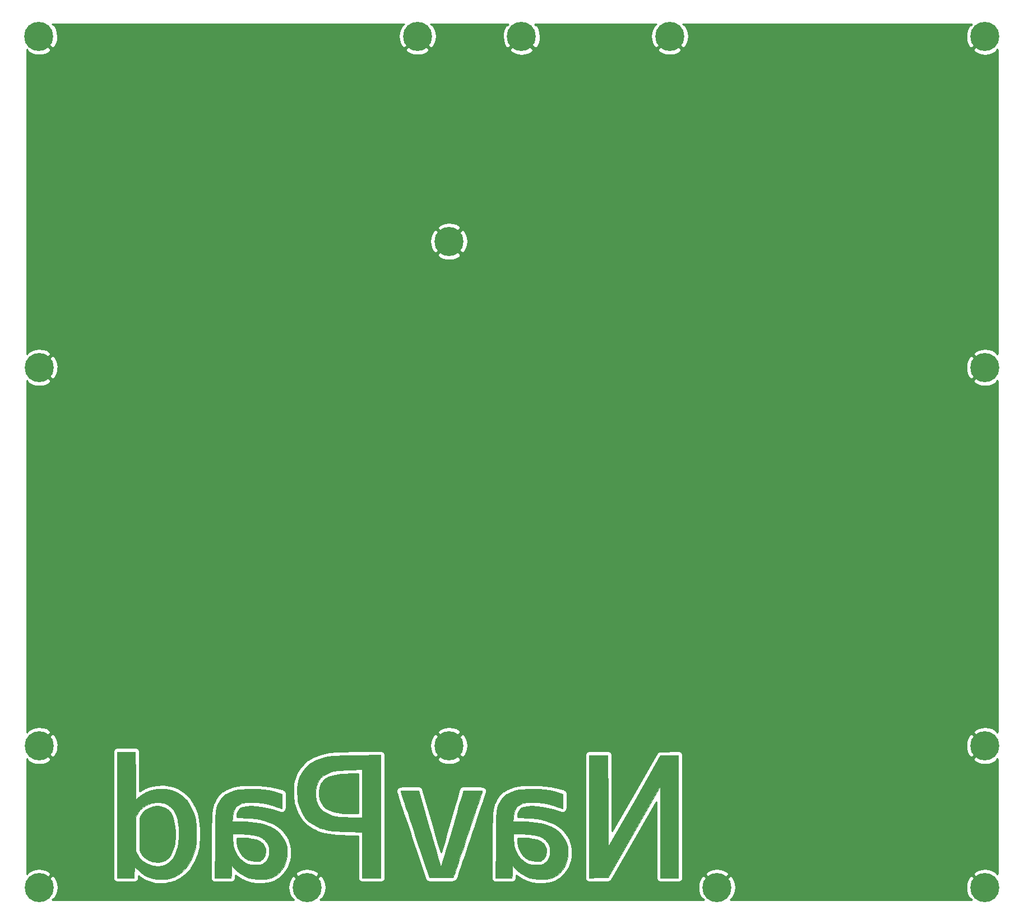
<source format=gbl>
G04 #@! TF.GenerationSoftware,KiCad,Pcbnew,5.1.4*
G04 #@! TF.CreationDate,2019-11-02T22:35:18+09:00*
G04 #@! TF.ProjectId,Navpad_bottom-32u4,4e617670-6164-45f6-926f-74746f6d2d33,rev?*
G04 #@! TF.SameCoordinates,Original*
G04 #@! TF.FileFunction,Copper,L2,Bot*
G04 #@! TF.FilePolarity,Positive*
%FSLAX46Y46*%
G04 Gerber Fmt 4.6, Leading zero omitted, Abs format (unit mm)*
G04 Created by KiCad (PCBNEW 5.1.4) date 2019-11-02 22:35:18*
%MOMM*%
%LPD*%
G04 APERTURE LIST*
%ADD10C,0.010000*%
%ADD11C,4.400000*%
%ADD12C,0.600000*%
%ADD13C,0.254000*%
G04 APERTURE END LIST*
D10*
G36*
X108394500Y-139641315D02*
G01*
X107452382Y-139653204D01*
X106659657Y-139666220D01*
X105996388Y-139682010D01*
X105442636Y-139702217D01*
X104978463Y-139728485D01*
X104583931Y-139762460D01*
X104239101Y-139805785D01*
X103924034Y-139860105D01*
X103618792Y-139927065D01*
X103303438Y-140008308D01*
X103035287Y-140083316D01*
X102151150Y-140412524D01*
X101366669Y-140861043D01*
X100693491Y-141417502D01*
X100143265Y-142070533D01*
X99727638Y-142808767D01*
X99472296Y-143561056D01*
X99391255Y-144041787D01*
X99345299Y-144632468D01*
X99334443Y-145277386D01*
X99358704Y-145920831D01*
X99418095Y-146507089D01*
X99471406Y-146812000D01*
X99635134Y-147377263D01*
X99881579Y-147979153D01*
X100181323Y-148556836D01*
X100504950Y-149049479D01*
X100625629Y-149198917D01*
X101046439Y-149603203D01*
X101584376Y-149996817D01*
X102188713Y-150346777D01*
X102808719Y-150620104D01*
X102815362Y-150622534D01*
X103260693Y-150771604D01*
X103712293Y-150891904D01*
X104196946Y-150986982D01*
X104741432Y-151060390D01*
X105372534Y-151115678D01*
X106117033Y-151156397D01*
X107001712Y-151186096D01*
X107082167Y-151188174D01*
X109177667Y-151241260D01*
X109177667Y-158157334D01*
X111971667Y-158157334D01*
X111971667Y-149013334D01*
X109177667Y-149013334D01*
X107799613Y-149013334D01*
X107263813Y-149007524D01*
X106722249Y-148991547D01*
X106226287Y-148967581D01*
X105827294Y-148937804D01*
X105704113Y-148924478D01*
X104773716Y-148752018D01*
X103981630Y-148482000D01*
X103327487Y-148114038D01*
X102810920Y-147647748D01*
X102431563Y-147082743D01*
X102189050Y-146418638D01*
X102083012Y-145655047D01*
X102086164Y-145121870D01*
X102190866Y-144353959D01*
X102417358Y-143701167D01*
X102769875Y-143156731D01*
X103252653Y-142713890D01*
X103789717Y-142402341D01*
X104146768Y-142250165D01*
X104512967Y-142129154D01*
X104915478Y-142035038D01*
X105381469Y-141963547D01*
X105938106Y-141910412D01*
X106612556Y-141871361D01*
X107336167Y-141844927D01*
X109177667Y-141789908D01*
X109177667Y-149013334D01*
X111971667Y-149013334D01*
X111971667Y-139599820D01*
X108394500Y-139641315D01*
X108394500Y-139641315D01*
G37*
X108394500Y-139641315D02*
X107452382Y-139653204D01*
X106659657Y-139666220D01*
X105996388Y-139682010D01*
X105442636Y-139702217D01*
X104978463Y-139728485D01*
X104583931Y-139762460D01*
X104239101Y-139805785D01*
X103924034Y-139860105D01*
X103618792Y-139927065D01*
X103303438Y-140008308D01*
X103035287Y-140083316D01*
X102151150Y-140412524D01*
X101366669Y-140861043D01*
X100693491Y-141417502D01*
X100143265Y-142070533D01*
X99727638Y-142808767D01*
X99472296Y-143561056D01*
X99391255Y-144041787D01*
X99345299Y-144632468D01*
X99334443Y-145277386D01*
X99358704Y-145920831D01*
X99418095Y-146507089D01*
X99471406Y-146812000D01*
X99635134Y-147377263D01*
X99881579Y-147979153D01*
X100181323Y-148556836D01*
X100504950Y-149049479D01*
X100625629Y-149198917D01*
X101046439Y-149603203D01*
X101584376Y-149996817D01*
X102188713Y-150346777D01*
X102808719Y-150620104D01*
X102815362Y-150622534D01*
X103260693Y-150771604D01*
X103712293Y-150891904D01*
X104196946Y-150986982D01*
X104741432Y-151060390D01*
X105372534Y-151115678D01*
X106117033Y-151156397D01*
X107001712Y-151186096D01*
X107082167Y-151188174D01*
X109177667Y-151241260D01*
X109177667Y-158157334D01*
X111971667Y-158157334D01*
X111971667Y-149013334D01*
X109177667Y-149013334D01*
X107799613Y-149013334D01*
X107263813Y-149007524D01*
X106722249Y-148991547D01*
X106226287Y-148967581D01*
X105827294Y-148937804D01*
X105704113Y-148924478D01*
X104773716Y-148752018D01*
X103981630Y-148482000D01*
X103327487Y-148114038D01*
X102810920Y-147647748D01*
X102431563Y-147082743D01*
X102189050Y-146418638D01*
X102083012Y-145655047D01*
X102086164Y-145121870D01*
X102190866Y-144353959D01*
X102417358Y-143701167D01*
X102769875Y-143156731D01*
X103252653Y-142713890D01*
X103789717Y-142402341D01*
X104146768Y-142250165D01*
X104512967Y-142129154D01*
X104915478Y-142035038D01*
X105381469Y-141963547D01*
X105938106Y-141910412D01*
X106612556Y-141871361D01*
X107336167Y-141844927D01*
X109177667Y-141789908D01*
X109177667Y-149013334D01*
X111971667Y-149013334D01*
X111971667Y-139599820D01*
X108394500Y-139641315D01*
G36*
X124346152Y-145237165D02*
G01*
X124165987Y-145884504D01*
X123962168Y-146607824D01*
X123739046Y-147392347D01*
X123500971Y-148223294D01*
X123252295Y-149085886D01*
X122997368Y-149965344D01*
X122740539Y-150846889D01*
X122486159Y-151715744D01*
X122238580Y-152557129D01*
X122002151Y-153356265D01*
X121781222Y-154098374D01*
X121580145Y-154768676D01*
X121403269Y-155352394D01*
X121254945Y-155834749D01*
X121139524Y-156200961D01*
X121061355Y-156436252D01*
X121024790Y-156525844D01*
X121023119Y-156525724D01*
X120991234Y-156428876D01*
X120916789Y-156182488D01*
X120803647Y-155799861D01*
X120655671Y-155294300D01*
X120476725Y-154679110D01*
X120270671Y-153967594D01*
X120041372Y-153173055D01*
X119792692Y-152308798D01*
X119528492Y-151388127D01*
X119327414Y-150685846D01*
X117686667Y-144950025D01*
X116310834Y-144949679D01*
X115770386Y-144952755D01*
X115381097Y-144963221D01*
X115124899Y-144982468D01*
X114983725Y-145011885D01*
X114939506Y-145052862D01*
X114939513Y-145055167D01*
X114966680Y-145150089D01*
X115044045Y-145393207D01*
X115167549Y-145772309D01*
X115333134Y-146275186D01*
X115536739Y-146889628D01*
X115774306Y-147603423D01*
X116041775Y-148404363D01*
X116335087Y-149280237D01*
X116650183Y-150218834D01*
X116983004Y-151207944D01*
X117127942Y-151638000D01*
X119311858Y-158115000D01*
X121093069Y-158137822D01*
X121688259Y-158144462D01*
X122135971Y-158146049D01*
X122458022Y-158141077D01*
X122676229Y-158128039D01*
X122812411Y-158105428D01*
X122888385Y-158071739D01*
X122925969Y-158025464D01*
X122932285Y-158010822D01*
X122976795Y-157885468D01*
X123068716Y-157618171D01*
X123203132Y-157223577D01*
X123375128Y-156716329D01*
X123579787Y-156111073D01*
X123812194Y-155422454D01*
X124067433Y-154665117D01*
X124340587Y-153853706D01*
X124626741Y-153002867D01*
X124920979Y-152127244D01*
X125218385Y-151241483D01*
X125514043Y-150360228D01*
X125803036Y-149498124D01*
X126080450Y-148669816D01*
X126341368Y-147889949D01*
X126580874Y-147173168D01*
X126794051Y-146534117D01*
X126975986Y-145987442D01*
X127121760Y-145547788D01*
X127226459Y-145229800D01*
X127285166Y-145048121D01*
X127296334Y-145010071D01*
X127216259Y-144990114D01*
X126994387Y-144972913D01*
X126658245Y-144959634D01*
X126235362Y-144951442D01*
X125860980Y-144949334D01*
X124425627Y-144949334D01*
X124346152Y-145237165D01*
X124346152Y-145237165D01*
G37*
X124346152Y-145237165D02*
X124165987Y-145884504D01*
X123962168Y-146607824D01*
X123739046Y-147392347D01*
X123500971Y-148223294D01*
X123252295Y-149085886D01*
X122997368Y-149965344D01*
X122740539Y-150846889D01*
X122486159Y-151715744D01*
X122238580Y-152557129D01*
X122002151Y-153356265D01*
X121781222Y-154098374D01*
X121580145Y-154768676D01*
X121403269Y-155352394D01*
X121254945Y-155834749D01*
X121139524Y-156200961D01*
X121061355Y-156436252D01*
X121024790Y-156525844D01*
X121023119Y-156525724D01*
X120991234Y-156428876D01*
X120916789Y-156182488D01*
X120803647Y-155799861D01*
X120655671Y-155294300D01*
X120476725Y-154679110D01*
X120270671Y-153967594D01*
X120041372Y-153173055D01*
X119792692Y-152308798D01*
X119528492Y-151388127D01*
X119327414Y-150685846D01*
X117686667Y-144950025D01*
X116310834Y-144949679D01*
X115770386Y-144952755D01*
X115381097Y-144963221D01*
X115124899Y-144982468D01*
X114983725Y-145011885D01*
X114939506Y-145052862D01*
X114939513Y-145055167D01*
X114966680Y-145150089D01*
X115044045Y-145393207D01*
X115167549Y-145772309D01*
X115333134Y-146275186D01*
X115536739Y-146889628D01*
X115774306Y-147603423D01*
X116041775Y-148404363D01*
X116335087Y-149280237D01*
X116650183Y-150218834D01*
X116983004Y-151207944D01*
X117127942Y-151638000D01*
X119311858Y-158115000D01*
X121093069Y-158137822D01*
X121688259Y-158144462D01*
X122135971Y-158146049D01*
X122458022Y-158141077D01*
X122676229Y-158128039D01*
X122812411Y-158105428D01*
X122888385Y-158071739D01*
X122925969Y-158025464D01*
X122932285Y-158010822D01*
X122976795Y-157885468D01*
X123068716Y-157618171D01*
X123203132Y-157223577D01*
X123375128Y-156716329D01*
X123579787Y-156111073D01*
X123812194Y-155422454D01*
X124067433Y-154665117D01*
X124340587Y-153853706D01*
X124626741Y-153002867D01*
X124920979Y-152127244D01*
X125218385Y-151241483D01*
X125514043Y-150360228D01*
X125803036Y-149498124D01*
X126080450Y-148669816D01*
X126341368Y-147889949D01*
X126580874Y-147173168D01*
X126794051Y-146534117D01*
X126975986Y-145987442D01*
X127121760Y-145547788D01*
X127226459Y-145229800D01*
X127285166Y-145048121D01*
X127296334Y-145010071D01*
X127216259Y-144990114D01*
X126994387Y-144972913D01*
X126658245Y-144959634D01*
X126235362Y-144951442D01*
X125860980Y-144949334D01*
X124425627Y-144949334D01*
X124346152Y-145237165D01*
G36*
X154190851Y-139657667D02*
G01*
X150247426Y-146550617D01*
X146304000Y-153443567D01*
X146282339Y-146529450D01*
X146260677Y-139615334D01*
X143467667Y-139615334D01*
X143467667Y-158161428D01*
X144869621Y-158138214D01*
X146271574Y-158115000D01*
X154178000Y-144314334D01*
X154221324Y-158157334D01*
X156929667Y-158157334D01*
X156929667Y-139611139D01*
X154190851Y-139657667D01*
X154190851Y-139657667D01*
G37*
X154190851Y-139657667D02*
X150247426Y-146550617D01*
X146304000Y-153443567D01*
X146282339Y-146529450D01*
X146260677Y-139615334D01*
X143467667Y-139615334D01*
X143467667Y-158161428D01*
X144869621Y-158138214D01*
X146271574Y-158115000D01*
X154178000Y-144314334D01*
X154221324Y-158157334D01*
X156929667Y-158157334D01*
X156929667Y-139611139D01*
X154190851Y-139657667D01*
G36*
X72178334Y-158157334D02*
G01*
X74718334Y-158157334D01*
X74718334Y-157353000D01*
X74723303Y-157007372D01*
X74736659Y-156736141D01*
X74756076Y-156576077D01*
X74769230Y-156548667D01*
X74849579Y-156602523D01*
X75022912Y-156746997D01*
X75259095Y-156956448D01*
X75398493Y-157084146D01*
X76099818Y-157645579D01*
X76817452Y-158043680D01*
X77562079Y-158284355D01*
X77574157Y-158286935D01*
X78174579Y-158372499D01*
X78833625Y-158397814D01*
X79477204Y-158363176D01*
X79997728Y-158277222D01*
X80804456Y-157996794D01*
X81547786Y-157568177D01*
X82217367Y-157003994D01*
X82802850Y-156316865D01*
X83293883Y-155519411D01*
X83680117Y-154624255D01*
X83951201Y-153644017D01*
X83997587Y-153399746D01*
X84064282Y-152860567D01*
X84101120Y-152217197D01*
X84109359Y-151514387D01*
X84100601Y-151185399D01*
X81469135Y-151185399D01*
X81462211Y-152021589D01*
X81395957Y-152834625D01*
X81273636Y-153562511D01*
X81238625Y-153708588D01*
X80969799Y-154490209D01*
X80600617Y-155144566D01*
X80139942Y-155665948D01*
X79596639Y-156048643D01*
X78979574Y-156286940D01*
X78297611Y-156375128D01*
X77559615Y-156307494D01*
X77297289Y-156247931D01*
X76603284Y-155983236D01*
X75988007Y-155579471D01*
X75475348Y-155055431D01*
X75155492Y-154562865D01*
X74930000Y-154135667D01*
X74930000Y-148971000D01*
X75155492Y-148543802D01*
X75565256Y-147942295D01*
X76091026Y-147447447D01*
X76707078Y-147073255D01*
X77387688Y-146833714D01*
X78107134Y-146742821D01*
X78443667Y-146754747D01*
X79150201Y-146878693D01*
X79754660Y-147121122D01*
X80261543Y-147487534D01*
X80675345Y-147983432D01*
X81000565Y-148614317D01*
X81241700Y-149385693D01*
X81403246Y-150303060D01*
X81413464Y-150388050D01*
X81469135Y-151185399D01*
X84100601Y-151185399D01*
X84090258Y-150796888D01*
X84045073Y-150109449D01*
X83975064Y-149496821D01*
X83881488Y-149003754D01*
X83873071Y-148971000D01*
X83698354Y-148426889D01*
X83458622Y-147845128D01*
X83178725Y-147276087D01*
X82883510Y-146770137D01*
X82597828Y-146377648D01*
X82588161Y-146366416D01*
X81945861Y-145751283D01*
X81208902Y-145273538D01*
X80388790Y-144938650D01*
X79497033Y-144752088D01*
X79124863Y-144720323D01*
X78162857Y-144744571D01*
X77267551Y-144922864D01*
X76428353Y-145258587D01*
X75634670Y-145755120D01*
X75459707Y-145890610D01*
X74930000Y-146315752D01*
X74907925Y-142711543D01*
X74885849Y-139107334D01*
X72178334Y-139107334D01*
X72178334Y-158157334D01*
X72178334Y-158157334D01*
G37*
X72178334Y-158157334D02*
X74718334Y-158157334D01*
X74718334Y-157353000D01*
X74723303Y-157007372D01*
X74736659Y-156736141D01*
X74756076Y-156576077D01*
X74769230Y-156548667D01*
X74849579Y-156602523D01*
X75022912Y-156746997D01*
X75259095Y-156956448D01*
X75398493Y-157084146D01*
X76099818Y-157645579D01*
X76817452Y-158043680D01*
X77562079Y-158284355D01*
X77574157Y-158286935D01*
X78174579Y-158372499D01*
X78833625Y-158397814D01*
X79477204Y-158363176D01*
X79997728Y-158277222D01*
X80804456Y-157996794D01*
X81547786Y-157568177D01*
X82217367Y-157003994D01*
X82802850Y-156316865D01*
X83293883Y-155519411D01*
X83680117Y-154624255D01*
X83951201Y-153644017D01*
X83997587Y-153399746D01*
X84064282Y-152860567D01*
X84101120Y-152217197D01*
X84109359Y-151514387D01*
X84100601Y-151185399D01*
X81469135Y-151185399D01*
X81462211Y-152021589D01*
X81395957Y-152834625D01*
X81273636Y-153562511D01*
X81238625Y-153708588D01*
X80969799Y-154490209D01*
X80600617Y-155144566D01*
X80139942Y-155665948D01*
X79596639Y-156048643D01*
X78979574Y-156286940D01*
X78297611Y-156375128D01*
X77559615Y-156307494D01*
X77297289Y-156247931D01*
X76603284Y-155983236D01*
X75988007Y-155579471D01*
X75475348Y-155055431D01*
X75155492Y-154562865D01*
X74930000Y-154135667D01*
X74930000Y-148971000D01*
X75155492Y-148543802D01*
X75565256Y-147942295D01*
X76091026Y-147447447D01*
X76707078Y-147073255D01*
X77387688Y-146833714D01*
X78107134Y-146742821D01*
X78443667Y-146754747D01*
X79150201Y-146878693D01*
X79754660Y-147121122D01*
X80261543Y-147487534D01*
X80675345Y-147983432D01*
X81000565Y-148614317D01*
X81241700Y-149385693D01*
X81403246Y-150303060D01*
X81413464Y-150388050D01*
X81469135Y-151185399D01*
X84100601Y-151185399D01*
X84090258Y-150796888D01*
X84045073Y-150109449D01*
X83975064Y-149496821D01*
X83881488Y-149003754D01*
X83873071Y-148971000D01*
X83698354Y-148426889D01*
X83458622Y-147845128D01*
X83178725Y-147276087D01*
X82883510Y-146770137D01*
X82597828Y-146377648D01*
X82588161Y-146366416D01*
X81945861Y-145751283D01*
X81208902Y-145273538D01*
X80388790Y-144938650D01*
X79497033Y-144752088D01*
X79124863Y-144720323D01*
X78162857Y-144744571D01*
X77267551Y-144922864D01*
X76428353Y-145258587D01*
X75634670Y-145755120D01*
X75459707Y-145890610D01*
X74930000Y-146315752D01*
X74907925Y-142711543D01*
X74885849Y-139107334D01*
X72178334Y-139107334D01*
X72178334Y-158157334D01*
G36*
X92413667Y-144745207D02*
G01*
X91626329Y-144756435D01*
X90976393Y-144787840D01*
X90432622Y-144844290D01*
X89963779Y-144930652D01*
X89538626Y-145051796D01*
X89125927Y-145212588D01*
X88974221Y-145281194D01*
X88414333Y-145598906D01*
X87965356Y-145988424D01*
X87607953Y-146474588D01*
X87322792Y-147082240D01*
X87145104Y-147631191D01*
X87106097Y-147776140D01*
X87072870Y-147919106D01*
X87044863Y-148074700D01*
X87021513Y-148257529D01*
X87002260Y-148482203D01*
X86986544Y-148763333D01*
X86973803Y-149115526D01*
X86963477Y-149553393D01*
X86955004Y-150091543D01*
X86947824Y-150744585D01*
X86941376Y-151527129D01*
X86935099Y-152453784D01*
X86930328Y-153225500D01*
X86900415Y-158157334D01*
X89342651Y-158157334D01*
X89396492Y-157764516D01*
X89426044Y-157457923D01*
X89445601Y-157080639D01*
X89450334Y-156820938D01*
X89450334Y-156270177D01*
X89947224Y-156811589D01*
X90598234Y-157400237D01*
X91349627Y-157868673D01*
X92075000Y-158165563D01*
X92600604Y-158287724D01*
X93213156Y-158362128D01*
X93853159Y-158386825D01*
X94461113Y-158359870D01*
X94977522Y-158279314D01*
X95042646Y-158262695D01*
X95766354Y-157982766D01*
X96397515Y-157569066D01*
X96926268Y-157035594D01*
X97342757Y-156396352D01*
X97637122Y-155665337D01*
X97799505Y-154856551D01*
X97829612Y-154305000D01*
X97790112Y-153869005D01*
X95119297Y-153869005D01*
X95107073Y-154220534D01*
X95105742Y-154243223D01*
X95067130Y-154613945D01*
X95003469Y-154942813D01*
X94928102Y-155163849D01*
X94704360Y-155491742D01*
X94402607Y-155805034D01*
X94084154Y-156043237D01*
X93982877Y-156096415D01*
X93704382Y-156167017D01*
X93313144Y-156193859D01*
X92859182Y-156179887D01*
X92392517Y-156128048D01*
X91963169Y-156041290D01*
X91715450Y-155962847D01*
X91154816Y-155661336D01*
X90645148Y-155224916D01*
X90213506Y-154686315D01*
X89886947Y-154078262D01*
X89714807Y-153543000D01*
X89669389Y-153262046D01*
X89630292Y-152879405D01*
X89603912Y-152462722D01*
X89598706Y-152315334D01*
X89577334Y-151511000D01*
X90885226Y-151534196D01*
X91861585Y-151581851D01*
X92689527Y-151690372D01*
X93380288Y-151864193D01*
X93945102Y-152107744D01*
X94395206Y-152425459D01*
X94741834Y-152821770D01*
X94917629Y-153124953D01*
X95035958Y-153388882D01*
X95099387Y-153614344D01*
X95119297Y-153869005D01*
X97790112Y-153869005D01*
X97752562Y-153454543D01*
X97524303Y-152674563D01*
X97150312Y-151971323D01*
X96636066Y-151351089D01*
X95987043Y-150820125D01*
X95208719Y-150384695D01*
X94306573Y-150051065D01*
X94048946Y-149980889D01*
X93567845Y-149881763D01*
X92960010Y-149791869D01*
X92267962Y-149715322D01*
X91534223Y-149656239D01*
X90801315Y-149618734D01*
X90183943Y-149606837D01*
X89520553Y-149606000D01*
X89581707Y-148949834D01*
X89665094Y-148343678D01*
X89797133Y-147875915D01*
X89992023Y-147519145D01*
X90263958Y-147245971D01*
X90559671Y-147062415D01*
X91049606Y-146884662D01*
X91667065Y-146779038D01*
X92387093Y-146744032D01*
X93184730Y-146778133D01*
X94035019Y-146879831D01*
X94913003Y-147047614D01*
X95793723Y-147279971D01*
X96176050Y-147402403D01*
X96511829Y-147513786D01*
X96786970Y-147600711D01*
X96962286Y-147651013D01*
X97001550Y-147658667D01*
X97027174Y-147579255D01*
X97048465Y-147362010D01*
X97063451Y-147038412D01*
X97070158Y-146639944D01*
X97070334Y-146561402D01*
X97070334Y-145464137D01*
X96518319Y-145293637D01*
X95757143Y-145080024D01*
X95027604Y-144924755D01*
X94281845Y-144821434D01*
X93472005Y-144763669D01*
X92550227Y-144745064D01*
X92413667Y-144745207D01*
X92413667Y-144745207D01*
G37*
X92413667Y-144745207D02*
X91626329Y-144756435D01*
X90976393Y-144787840D01*
X90432622Y-144844290D01*
X89963779Y-144930652D01*
X89538626Y-145051796D01*
X89125927Y-145212588D01*
X88974221Y-145281194D01*
X88414333Y-145598906D01*
X87965356Y-145988424D01*
X87607953Y-146474588D01*
X87322792Y-147082240D01*
X87145104Y-147631191D01*
X87106097Y-147776140D01*
X87072870Y-147919106D01*
X87044863Y-148074700D01*
X87021513Y-148257529D01*
X87002260Y-148482203D01*
X86986544Y-148763333D01*
X86973803Y-149115526D01*
X86963477Y-149553393D01*
X86955004Y-150091543D01*
X86947824Y-150744585D01*
X86941376Y-151527129D01*
X86935099Y-152453784D01*
X86930328Y-153225500D01*
X86900415Y-158157334D01*
X89342651Y-158157334D01*
X89396492Y-157764516D01*
X89426044Y-157457923D01*
X89445601Y-157080639D01*
X89450334Y-156820938D01*
X89450334Y-156270177D01*
X89947224Y-156811589D01*
X90598234Y-157400237D01*
X91349627Y-157868673D01*
X92075000Y-158165563D01*
X92600604Y-158287724D01*
X93213156Y-158362128D01*
X93853159Y-158386825D01*
X94461113Y-158359870D01*
X94977522Y-158279314D01*
X95042646Y-158262695D01*
X95766354Y-157982766D01*
X96397515Y-157569066D01*
X96926268Y-157035594D01*
X97342757Y-156396352D01*
X97637122Y-155665337D01*
X97799505Y-154856551D01*
X97829612Y-154305000D01*
X97790112Y-153869005D01*
X95119297Y-153869005D01*
X95107073Y-154220534D01*
X95105742Y-154243223D01*
X95067130Y-154613945D01*
X95003469Y-154942813D01*
X94928102Y-155163849D01*
X94704360Y-155491742D01*
X94402607Y-155805034D01*
X94084154Y-156043237D01*
X93982877Y-156096415D01*
X93704382Y-156167017D01*
X93313144Y-156193859D01*
X92859182Y-156179887D01*
X92392517Y-156128048D01*
X91963169Y-156041290D01*
X91715450Y-155962847D01*
X91154816Y-155661336D01*
X90645148Y-155224916D01*
X90213506Y-154686315D01*
X89886947Y-154078262D01*
X89714807Y-153543000D01*
X89669389Y-153262046D01*
X89630292Y-152879405D01*
X89603912Y-152462722D01*
X89598706Y-152315334D01*
X89577334Y-151511000D01*
X90885226Y-151534196D01*
X91861585Y-151581851D01*
X92689527Y-151690372D01*
X93380288Y-151864193D01*
X93945102Y-152107744D01*
X94395206Y-152425459D01*
X94741834Y-152821770D01*
X94917629Y-153124953D01*
X95035958Y-153388882D01*
X95099387Y-153614344D01*
X95119297Y-153869005D01*
X97790112Y-153869005D01*
X97752562Y-153454543D01*
X97524303Y-152674563D01*
X97150312Y-151971323D01*
X96636066Y-151351089D01*
X95987043Y-150820125D01*
X95208719Y-150384695D01*
X94306573Y-150051065D01*
X94048946Y-149980889D01*
X93567845Y-149881763D01*
X92960010Y-149791869D01*
X92267962Y-149715322D01*
X91534223Y-149656239D01*
X90801315Y-149618734D01*
X90183943Y-149606837D01*
X89520553Y-149606000D01*
X89581707Y-148949834D01*
X89665094Y-148343678D01*
X89797133Y-147875915D01*
X89992023Y-147519145D01*
X90263958Y-147245971D01*
X90559671Y-147062415D01*
X91049606Y-146884662D01*
X91667065Y-146779038D01*
X92387093Y-146744032D01*
X93184730Y-146778133D01*
X94035019Y-146879831D01*
X94913003Y-147047614D01*
X95793723Y-147279971D01*
X96176050Y-147402403D01*
X96511829Y-147513786D01*
X96786970Y-147600711D01*
X96962286Y-147651013D01*
X97001550Y-147658667D01*
X97027174Y-147579255D01*
X97048465Y-147362010D01*
X97063451Y-147038412D01*
X97070158Y-146639944D01*
X97070334Y-146561402D01*
X97070334Y-145464137D01*
X96518319Y-145293637D01*
X95757143Y-145080024D01*
X95027604Y-144924755D01*
X94281845Y-144821434D01*
X93472005Y-144763669D01*
X92550227Y-144745064D01*
X92413667Y-144745207D01*
G36*
X134831667Y-144745207D02*
G01*
X134044329Y-144756435D01*
X133394393Y-144787840D01*
X132850622Y-144844290D01*
X132381779Y-144930652D01*
X131956626Y-145051796D01*
X131543927Y-145212588D01*
X131392221Y-145281194D01*
X130832333Y-145598906D01*
X130383356Y-145988424D01*
X130025953Y-146474588D01*
X129740792Y-147082240D01*
X129563104Y-147631191D01*
X129524097Y-147776140D01*
X129490870Y-147919106D01*
X129462863Y-148074700D01*
X129439513Y-148257529D01*
X129420260Y-148482203D01*
X129404544Y-148763333D01*
X129391803Y-149115526D01*
X129381477Y-149553393D01*
X129373004Y-150091543D01*
X129365824Y-150744585D01*
X129359376Y-151527129D01*
X129353099Y-152453784D01*
X129348328Y-153225500D01*
X129318415Y-158157334D01*
X131760651Y-158157334D01*
X131814492Y-157764516D01*
X131844044Y-157457923D01*
X131863601Y-157080639D01*
X131868334Y-156820938D01*
X131868334Y-156270177D01*
X132365224Y-156811589D01*
X133016234Y-157400237D01*
X133767627Y-157868673D01*
X134493000Y-158165563D01*
X135018604Y-158287724D01*
X135631156Y-158362128D01*
X136271159Y-158386825D01*
X136879113Y-158359870D01*
X137395522Y-158279314D01*
X137460646Y-158262695D01*
X138184354Y-157982766D01*
X138815515Y-157569066D01*
X139344268Y-157035594D01*
X139760757Y-156396352D01*
X140055122Y-155665337D01*
X140217505Y-154856551D01*
X140247612Y-154305000D01*
X140208112Y-153869005D01*
X137537297Y-153869005D01*
X137525073Y-154220534D01*
X137523742Y-154243223D01*
X137485130Y-154613945D01*
X137421469Y-154942813D01*
X137346102Y-155163849D01*
X137122360Y-155491742D01*
X136820607Y-155805034D01*
X136502154Y-156043237D01*
X136400877Y-156096415D01*
X136122382Y-156167017D01*
X135731144Y-156193859D01*
X135277182Y-156179887D01*
X134810517Y-156128048D01*
X134381169Y-156041290D01*
X134133450Y-155962847D01*
X133572816Y-155661336D01*
X133063148Y-155224916D01*
X132631506Y-154686315D01*
X132304947Y-154078262D01*
X132132807Y-153543000D01*
X132087389Y-153262046D01*
X132048292Y-152879405D01*
X132021912Y-152462722D01*
X132016706Y-152315334D01*
X131995334Y-151511000D01*
X133303226Y-151534196D01*
X134279585Y-151581851D01*
X135107527Y-151690372D01*
X135798288Y-151864193D01*
X136363102Y-152107744D01*
X136813206Y-152425459D01*
X137159834Y-152821770D01*
X137335629Y-153124953D01*
X137453958Y-153388882D01*
X137517387Y-153614344D01*
X137537297Y-153869005D01*
X140208112Y-153869005D01*
X140170562Y-153454543D01*
X139942303Y-152674563D01*
X139568312Y-151971323D01*
X139054066Y-151351089D01*
X138405043Y-150820125D01*
X137626719Y-150384695D01*
X136724573Y-150051065D01*
X136466946Y-149980889D01*
X135985845Y-149881763D01*
X135378010Y-149791869D01*
X134685962Y-149715322D01*
X133952223Y-149656239D01*
X133219315Y-149618734D01*
X132601943Y-149606837D01*
X131938553Y-149606000D01*
X131999707Y-148949834D01*
X132083094Y-148343678D01*
X132215133Y-147875915D01*
X132410023Y-147519145D01*
X132681958Y-147245971D01*
X132977671Y-147062415D01*
X133467606Y-146884662D01*
X134085065Y-146779038D01*
X134805093Y-146744032D01*
X135602730Y-146778133D01*
X136453019Y-146879831D01*
X137331003Y-147047614D01*
X138211723Y-147279971D01*
X138594050Y-147402403D01*
X138929829Y-147513786D01*
X139204970Y-147600711D01*
X139380286Y-147651013D01*
X139419550Y-147658667D01*
X139445174Y-147579255D01*
X139466465Y-147362010D01*
X139481451Y-147038412D01*
X139488158Y-146639944D01*
X139488334Y-146561402D01*
X139488334Y-145464137D01*
X138936319Y-145293637D01*
X138175143Y-145080024D01*
X137445604Y-144924755D01*
X136699845Y-144821434D01*
X135890005Y-144763669D01*
X134968227Y-144745064D01*
X134831667Y-144745207D01*
X134831667Y-144745207D01*
G37*
X134831667Y-144745207D02*
X134044329Y-144756435D01*
X133394393Y-144787840D01*
X132850622Y-144844290D01*
X132381779Y-144930652D01*
X131956626Y-145051796D01*
X131543927Y-145212588D01*
X131392221Y-145281194D01*
X130832333Y-145598906D01*
X130383356Y-145988424D01*
X130025953Y-146474588D01*
X129740792Y-147082240D01*
X129563104Y-147631191D01*
X129524097Y-147776140D01*
X129490870Y-147919106D01*
X129462863Y-148074700D01*
X129439513Y-148257529D01*
X129420260Y-148482203D01*
X129404544Y-148763333D01*
X129391803Y-149115526D01*
X129381477Y-149553393D01*
X129373004Y-150091543D01*
X129365824Y-150744585D01*
X129359376Y-151527129D01*
X129353099Y-152453784D01*
X129348328Y-153225500D01*
X129318415Y-158157334D01*
X131760651Y-158157334D01*
X131814492Y-157764516D01*
X131844044Y-157457923D01*
X131863601Y-157080639D01*
X131868334Y-156820938D01*
X131868334Y-156270177D01*
X132365224Y-156811589D01*
X133016234Y-157400237D01*
X133767627Y-157868673D01*
X134493000Y-158165563D01*
X135018604Y-158287724D01*
X135631156Y-158362128D01*
X136271159Y-158386825D01*
X136879113Y-158359870D01*
X137395522Y-158279314D01*
X137460646Y-158262695D01*
X138184354Y-157982766D01*
X138815515Y-157569066D01*
X139344268Y-157035594D01*
X139760757Y-156396352D01*
X140055122Y-155665337D01*
X140217505Y-154856551D01*
X140247612Y-154305000D01*
X140208112Y-153869005D01*
X137537297Y-153869005D01*
X137525073Y-154220534D01*
X137523742Y-154243223D01*
X137485130Y-154613945D01*
X137421469Y-154942813D01*
X137346102Y-155163849D01*
X137122360Y-155491742D01*
X136820607Y-155805034D01*
X136502154Y-156043237D01*
X136400877Y-156096415D01*
X136122382Y-156167017D01*
X135731144Y-156193859D01*
X135277182Y-156179887D01*
X134810517Y-156128048D01*
X134381169Y-156041290D01*
X134133450Y-155962847D01*
X133572816Y-155661336D01*
X133063148Y-155224916D01*
X132631506Y-154686315D01*
X132304947Y-154078262D01*
X132132807Y-153543000D01*
X132087389Y-153262046D01*
X132048292Y-152879405D01*
X132021912Y-152462722D01*
X132016706Y-152315334D01*
X131995334Y-151511000D01*
X133303226Y-151534196D01*
X134279585Y-151581851D01*
X135107527Y-151690372D01*
X135798288Y-151864193D01*
X136363102Y-152107744D01*
X136813206Y-152425459D01*
X137159834Y-152821770D01*
X137335629Y-153124953D01*
X137453958Y-153388882D01*
X137517387Y-153614344D01*
X137537297Y-153869005D01*
X140208112Y-153869005D01*
X140170562Y-153454543D01*
X139942303Y-152674563D01*
X139568312Y-151971323D01*
X139054066Y-151351089D01*
X138405043Y-150820125D01*
X137626719Y-150384695D01*
X136724573Y-150051065D01*
X136466946Y-149980889D01*
X135985845Y-149881763D01*
X135378010Y-149791869D01*
X134685962Y-149715322D01*
X133952223Y-149656239D01*
X133219315Y-149618734D01*
X132601943Y-149606837D01*
X131938553Y-149606000D01*
X131999707Y-148949834D01*
X132083094Y-148343678D01*
X132215133Y-147875915D01*
X132410023Y-147519145D01*
X132681958Y-147245971D01*
X132977671Y-147062415D01*
X133467606Y-146884662D01*
X134085065Y-146779038D01*
X134805093Y-146744032D01*
X135602730Y-146778133D01*
X136453019Y-146879831D01*
X137331003Y-147047614D01*
X138211723Y-147279971D01*
X138594050Y-147402403D01*
X138929829Y-147513786D01*
X139204970Y-147600711D01*
X139380286Y-147651013D01*
X139419550Y-147658667D01*
X139445174Y-147579255D01*
X139466465Y-147362010D01*
X139481451Y-147038412D01*
X139488158Y-146639944D01*
X139488334Y-146561402D01*
X139488334Y-145464137D01*
X138936319Y-145293637D01*
X138175143Y-145080024D01*
X137445604Y-144924755D01*
X136699845Y-144821434D01*
X135890005Y-144763669D01*
X134968227Y-144745064D01*
X134831667Y-144745207D01*
D11*
X122269250Y-61976000D03*
X203231750Y-159607250D03*
X162750500Y-159607250D03*
X100838000Y-159607250D03*
X60356750Y-159607250D03*
X203231750Y-138176000D03*
X122269250Y-138176000D03*
X60356750Y-138176000D03*
X203231750Y-81026000D03*
X60356750Y-81026000D03*
X203231750Y-31019750D03*
X155606750Y-30988000D03*
X133223000Y-31019750D03*
X117506750Y-30988000D03*
X60325000Y-30988000D03*
D12*
X171069000Y-152654000D03*
X90805000Y-152654000D03*
X76581000Y-154178000D03*
X133223000Y-152654000D03*
X128143000Y-152654000D03*
X158369000Y-145288000D03*
X103505000Y-145288000D03*
X185547000Y-153416000D03*
D13*
G36*
X115516973Y-29177831D02*
G01*
X115129732Y-29417976D01*
X114869109Y-29911877D01*
X114709849Y-30447133D01*
X114658072Y-31003174D01*
X114715769Y-31558632D01*
X114880722Y-32092161D01*
X115129732Y-32558024D01*
X115516975Y-32798170D01*
X117327145Y-30988000D01*
X117313003Y-30973858D01*
X117492608Y-30794253D01*
X117506750Y-30808395D01*
X117520893Y-30794253D01*
X117700498Y-30973858D01*
X117686355Y-30988000D01*
X119496525Y-32798170D01*
X119883768Y-32558024D01*
X120144391Y-32064123D01*
X120303651Y-31528867D01*
X120355428Y-30972826D01*
X120297731Y-30417368D01*
X120132778Y-29883839D01*
X119883768Y-29417976D01*
X119496527Y-29177831D01*
X119534608Y-29139750D01*
X131163392Y-29139750D01*
X131233223Y-29209581D01*
X130845982Y-29449726D01*
X130585359Y-29943627D01*
X130426099Y-30478883D01*
X130374322Y-31034924D01*
X130432019Y-31590382D01*
X130596972Y-32123911D01*
X130845982Y-32589774D01*
X131233225Y-32829920D01*
X133043395Y-31019750D01*
X133029253Y-31005608D01*
X133208858Y-30826003D01*
X133223000Y-30840145D01*
X133237143Y-30826003D01*
X133416748Y-31005608D01*
X133402605Y-31019750D01*
X135212775Y-32829920D01*
X135600018Y-32589774D01*
X135860641Y-32095873D01*
X136019901Y-31560617D01*
X136071678Y-31004576D01*
X136013981Y-30449118D01*
X135849028Y-29915589D01*
X135600018Y-29449726D01*
X135212777Y-29209581D01*
X135282608Y-29139750D01*
X153578892Y-29139750D01*
X153616973Y-29177831D01*
X153229732Y-29417976D01*
X152969109Y-29911877D01*
X152809849Y-30447133D01*
X152758072Y-31003174D01*
X152815769Y-31558632D01*
X152980722Y-32092161D01*
X153229732Y-32558024D01*
X153616975Y-32798170D01*
X155427145Y-30988000D01*
X155413003Y-30973858D01*
X155592608Y-30794253D01*
X155606750Y-30808395D01*
X155620893Y-30794253D01*
X155800498Y-30973858D01*
X155786355Y-30988000D01*
X157596525Y-32798170D01*
X157983768Y-32558024D01*
X158244391Y-32064123D01*
X158403651Y-31528867D01*
X158455428Y-30972826D01*
X158397731Y-30417368D01*
X158232778Y-29883839D01*
X157983768Y-29417976D01*
X157596527Y-29177831D01*
X157634608Y-29139750D01*
X201172142Y-29139750D01*
X201241973Y-29209581D01*
X200854732Y-29449726D01*
X200594109Y-29943627D01*
X200434849Y-30478883D01*
X200383072Y-31034924D01*
X200440769Y-31590382D01*
X200605722Y-32123911D01*
X200854732Y-32589774D01*
X201241975Y-32829920D01*
X203052145Y-31019750D01*
X203038003Y-31005608D01*
X203217608Y-30826003D01*
X203231750Y-30840145D01*
X203245893Y-30826003D01*
X203425498Y-31005608D01*
X203411355Y-31019750D01*
X203425498Y-31033893D01*
X203245893Y-31213498D01*
X203231750Y-31199355D01*
X201421580Y-33009525D01*
X201661726Y-33396768D01*
X202155627Y-33657391D01*
X202690883Y-33816651D01*
X203246924Y-33868428D01*
X203802382Y-33810731D01*
X204335911Y-33645778D01*
X204801774Y-33396768D01*
X205041919Y-33009527D01*
X205111751Y-33079359D01*
X205111751Y-78966391D01*
X205041919Y-79036223D01*
X204801774Y-78648982D01*
X204307873Y-78388359D01*
X203772617Y-78229099D01*
X203216576Y-78177322D01*
X202661118Y-78235019D01*
X202127589Y-78399972D01*
X201661726Y-78648982D01*
X201421580Y-79036225D01*
X203231750Y-80846395D01*
X203245893Y-80832253D01*
X203425498Y-81011858D01*
X203411355Y-81026000D01*
X203425498Y-81040143D01*
X203245893Y-81219748D01*
X203231750Y-81205605D01*
X201421580Y-83015775D01*
X201661726Y-83403018D01*
X202155627Y-83663641D01*
X202690883Y-83822901D01*
X203246924Y-83874678D01*
X203802382Y-83816981D01*
X204335911Y-83652028D01*
X204801774Y-83403018D01*
X205041919Y-83015777D01*
X205111751Y-83085609D01*
X205111750Y-136116392D01*
X205041919Y-136186223D01*
X204801774Y-135798982D01*
X204307873Y-135538359D01*
X203772617Y-135379099D01*
X203216576Y-135327322D01*
X202661118Y-135385019D01*
X202127589Y-135549972D01*
X201661726Y-135798982D01*
X201421580Y-136186225D01*
X203231750Y-137996395D01*
X203245893Y-137982253D01*
X203425498Y-138161858D01*
X203411355Y-138176000D01*
X203425498Y-138190143D01*
X203245893Y-138369748D01*
X203231750Y-138355605D01*
X201421580Y-140165775D01*
X201661726Y-140553018D01*
X202155627Y-140813641D01*
X202690883Y-140972901D01*
X203246924Y-141024678D01*
X203802382Y-140966981D01*
X204335911Y-140802028D01*
X204801774Y-140553018D01*
X205041919Y-140165777D01*
X205111750Y-140235608D01*
X205111750Y-157547642D01*
X205041919Y-157617473D01*
X204801774Y-157230232D01*
X204307873Y-156969609D01*
X203772617Y-156810349D01*
X203216576Y-156758572D01*
X202661118Y-156816269D01*
X202127589Y-156981222D01*
X201661726Y-157230232D01*
X201421580Y-157617475D01*
X203231750Y-159427645D01*
X203245893Y-159413503D01*
X203425498Y-159593108D01*
X203411355Y-159607250D01*
X203425498Y-159621393D01*
X203245893Y-159800998D01*
X203231750Y-159786855D01*
X203217608Y-159800998D01*
X203038003Y-159621393D01*
X203052145Y-159607250D01*
X201241975Y-157797080D01*
X200854732Y-158037226D01*
X200594109Y-158531127D01*
X200434849Y-159066383D01*
X200383072Y-159622424D01*
X200440769Y-160177882D01*
X200605722Y-160711411D01*
X200854732Y-161177274D01*
X201241973Y-161417419D01*
X201172142Y-161487250D01*
X164810108Y-161487250D01*
X164740277Y-161417419D01*
X165127518Y-161177274D01*
X165388141Y-160683373D01*
X165547401Y-160148117D01*
X165599178Y-159592076D01*
X165541481Y-159036618D01*
X165376528Y-158503089D01*
X165127518Y-158037226D01*
X164740275Y-157797080D01*
X162930105Y-159607250D01*
X162944248Y-159621393D01*
X162764643Y-159800998D01*
X162750500Y-159786855D01*
X162736358Y-159800998D01*
X162556753Y-159621393D01*
X162570895Y-159607250D01*
X160760725Y-157797080D01*
X160373482Y-158037226D01*
X160112859Y-158531127D01*
X159953599Y-159066383D01*
X159901822Y-159622424D01*
X159959519Y-160177882D01*
X160124472Y-160711411D01*
X160373482Y-161177274D01*
X160760723Y-161417419D01*
X160690892Y-161487250D01*
X102897608Y-161487250D01*
X102827777Y-161417419D01*
X103215018Y-161177274D01*
X103475641Y-160683373D01*
X103634901Y-160148117D01*
X103686678Y-159592076D01*
X103628981Y-159036618D01*
X103464028Y-158503089D01*
X103215018Y-158037226D01*
X102827775Y-157797080D01*
X101017605Y-159607250D01*
X101031748Y-159621393D01*
X100852143Y-159800998D01*
X100838000Y-159786855D01*
X100823858Y-159800998D01*
X100644253Y-159621393D01*
X100658395Y-159607250D01*
X98848225Y-157797080D01*
X98460982Y-158037226D01*
X98200359Y-158531127D01*
X98041099Y-159066383D01*
X97989322Y-159622424D01*
X98047019Y-160177882D01*
X98211972Y-160711411D01*
X98460982Y-161177274D01*
X98848223Y-161417419D01*
X98778392Y-161487250D01*
X62416358Y-161487250D01*
X62346527Y-161417419D01*
X62733768Y-161177274D01*
X62994391Y-160683373D01*
X63153651Y-160148117D01*
X63205428Y-159592076D01*
X63147731Y-159036618D01*
X62982778Y-158503089D01*
X62733768Y-158037226D01*
X62346525Y-157797080D01*
X60536355Y-159607250D01*
X60550498Y-159621393D01*
X60370893Y-159800998D01*
X60356750Y-159786855D01*
X60342608Y-159800998D01*
X60163003Y-159621393D01*
X60177145Y-159607250D01*
X60163003Y-159593108D01*
X60342608Y-159413503D01*
X60356750Y-159427645D01*
X62166920Y-157617475D01*
X61926774Y-157230232D01*
X61432873Y-156969609D01*
X60897617Y-156810349D01*
X60341576Y-156758572D01*
X59786118Y-156816269D01*
X59252589Y-156981222D01*
X58786726Y-157230232D01*
X58546581Y-157617473D01*
X58476750Y-157547642D01*
X58476750Y-140235608D01*
X58546581Y-140165777D01*
X58786726Y-140553018D01*
X59280627Y-140813641D01*
X59815883Y-140972901D01*
X60371924Y-141024678D01*
X60927382Y-140966981D01*
X61460911Y-140802028D01*
X61926774Y-140553018D01*
X62166920Y-140165775D01*
X60356750Y-138355605D01*
X60342608Y-138369748D01*
X60163003Y-138190143D01*
X60177145Y-138176000D01*
X60536355Y-138176000D01*
X62346525Y-139986170D01*
X62733768Y-139746024D01*
X62994391Y-139252123D01*
X63037471Y-139107334D01*
X71538334Y-139107334D01*
X71538334Y-158157334D01*
X71544211Y-158217272D01*
X71549670Y-158277258D01*
X71550304Y-158279413D01*
X71550523Y-158281644D01*
X71567908Y-158339225D01*
X71584936Y-158397082D01*
X71585977Y-158399074D01*
X71586625Y-158401219D01*
X71614910Y-158454416D01*
X71642805Y-158507774D01*
X71644208Y-158509519D01*
X71645264Y-158511505D01*
X71683339Y-158558188D01*
X71721071Y-158605119D01*
X71722793Y-158606564D01*
X71724209Y-158608300D01*
X71770538Y-158646627D01*
X71816755Y-158685407D01*
X71818725Y-158686490D01*
X71820451Y-158687918D01*
X71873343Y-158716517D01*
X71926211Y-158745581D01*
X71928354Y-158746261D01*
X71930324Y-158747326D01*
X71987839Y-158765130D01*
X72045271Y-158783348D01*
X72047499Y-158783598D01*
X72049644Y-158784262D01*
X72109511Y-158790554D01*
X72169398Y-158797272D01*
X72173713Y-158797302D01*
X72173866Y-158797318D01*
X72174019Y-158797304D01*
X72178334Y-158797334D01*
X74718334Y-158797334D01*
X74778272Y-158791457D01*
X74838258Y-158785998D01*
X74840413Y-158785364D01*
X74842644Y-158785145D01*
X74900225Y-158767760D01*
X74958082Y-158750732D01*
X74960074Y-158749691D01*
X74962219Y-158749043D01*
X75015416Y-158720758D01*
X75068774Y-158692863D01*
X75070519Y-158691460D01*
X75072505Y-158690404D01*
X75119188Y-158652329D01*
X75166119Y-158614597D01*
X75167564Y-158612875D01*
X75169300Y-158611459D01*
X75207627Y-158565130D01*
X75246407Y-158518913D01*
X75247490Y-158516943D01*
X75248918Y-158515217D01*
X75277517Y-158462325D01*
X75306581Y-158409457D01*
X75307261Y-158407314D01*
X75308326Y-158405344D01*
X75326130Y-158347829D01*
X75344348Y-158290397D01*
X75344598Y-158288169D01*
X75345262Y-158286024D01*
X75351554Y-158226157D01*
X75358272Y-158166270D01*
X75358302Y-158161955D01*
X75358318Y-158161802D01*
X75358304Y-158161649D01*
X75358334Y-158157334D01*
X75358334Y-157871810D01*
X75699851Y-158145205D01*
X75741275Y-158172187D01*
X75781571Y-158200844D01*
X75789355Y-158205233D01*
X76506989Y-158603334D01*
X76559736Y-158626180D01*
X76612136Y-158649853D01*
X76620620Y-158652660D01*
X77365247Y-158893335D01*
X77392846Y-158899358D01*
X77419658Y-158908308D01*
X77428384Y-158910235D01*
X77440461Y-158912815D01*
X77457967Y-158914796D01*
X77475027Y-158919212D01*
X77483865Y-158920534D01*
X78084287Y-159006098D01*
X78112837Y-159007349D01*
X78141087Y-159011622D01*
X78150014Y-159012027D01*
X78809060Y-159037342D01*
X78834073Y-159035856D01*
X78859094Y-159037307D01*
X78868021Y-159036889D01*
X79511599Y-159002251D01*
X79541968Y-158997614D01*
X79572648Y-158996019D01*
X79581475Y-158994625D01*
X80101999Y-158908671D01*
X80150471Y-158895704D01*
X80199405Y-158884616D01*
X80207866Y-158881740D01*
X81014593Y-158601312D01*
X81065237Y-158577946D01*
X81116379Y-158555636D01*
X81124151Y-158551226D01*
X81813991Y-158153452D01*
X86260427Y-158153452D01*
X86266049Y-158214603D01*
X86271751Y-158277258D01*
X86271835Y-158277545D01*
X86271862Y-158277834D01*
X86289199Y-158336543D01*
X86307017Y-158397082D01*
X86307156Y-158397347D01*
X86307238Y-158397626D01*
X86336016Y-158452552D01*
X86364886Y-158507774D01*
X86365069Y-158508002D01*
X86365207Y-158508265D01*
X86404080Y-158556522D01*
X86443152Y-158605119D01*
X86443381Y-158605311D01*
X86443563Y-158605537D01*
X86490799Y-158645099D01*
X86538836Y-158685407D01*
X86539094Y-158685549D01*
X86539320Y-158685738D01*
X86593492Y-158715454D01*
X86648292Y-158745581D01*
X86648576Y-158745671D01*
X86648831Y-158745811D01*
X86708008Y-158764524D01*
X86767352Y-158783348D01*
X86767642Y-158783381D01*
X86767925Y-158783470D01*
X86829456Y-158790315D01*
X86891479Y-158797272D01*
X86892037Y-158797276D01*
X86892065Y-158797279D01*
X86892097Y-158797276D01*
X86900415Y-158797334D01*
X89342651Y-158797334D01*
X89359339Y-158795698D01*
X89376095Y-158796460D01*
X89421392Y-158789613D01*
X89466961Y-158785145D01*
X89483011Y-158780299D01*
X89499598Y-158777792D01*
X89542698Y-158762278D01*
X89586536Y-158749043D01*
X89601345Y-158741169D01*
X89617123Y-158735490D01*
X89656379Y-158711908D01*
X89696822Y-158690404D01*
X89709817Y-158679805D01*
X89724195Y-158671168D01*
X89758134Y-158640399D01*
X89793617Y-158611459D01*
X89804305Y-158598540D01*
X89816732Y-158587273D01*
X89844047Y-158550500D01*
X89873235Y-158515217D01*
X89881210Y-158500467D01*
X89891212Y-158487002D01*
X89910860Y-158445630D01*
X89932643Y-158405344D01*
X89937603Y-158389320D01*
X89944797Y-158374173D01*
X89956035Y-158329776D01*
X89969579Y-158286024D01*
X89971332Y-158269349D01*
X89975448Y-158253087D01*
X89976723Y-158244242D01*
X90030564Y-157851424D01*
X90030887Y-157843027D01*
X90032620Y-157834809D01*
X90033540Y-157825920D01*
X90040052Y-157758361D01*
X90168994Y-157874951D01*
X90211055Y-157906097D01*
X90252100Y-157938560D01*
X90259651Y-157943340D01*
X91011043Y-158411776D01*
X91055455Y-158433765D01*
X91098953Y-158457539D01*
X91107200Y-158460981D01*
X91832572Y-158757871D01*
X91877346Y-158771269D01*
X91921423Y-158786864D01*
X91930113Y-158788947D01*
X92455717Y-158911108D01*
X92485419Y-158915010D01*
X92514570Y-158921915D01*
X92523433Y-158923054D01*
X93135985Y-158997458D01*
X93157888Y-158997965D01*
X93179551Y-159001245D01*
X93188477Y-159001652D01*
X93828480Y-159026349D01*
X93850530Y-159025043D01*
X93872577Y-159026531D01*
X93881507Y-159026197D01*
X94489461Y-158999242D01*
X94520044Y-158994868D01*
X94550917Y-158993539D01*
X94559755Y-158992223D01*
X95076164Y-158911667D01*
X95101342Y-158905171D01*
X95127098Y-158901590D01*
X95135772Y-158899441D01*
X95200896Y-158882822D01*
X95232583Y-158871341D01*
X95265171Y-158862764D01*
X95273527Y-158859599D01*
X95997236Y-158579669D01*
X95997722Y-158579424D01*
X95998244Y-158579278D01*
X96053841Y-158551142D01*
X96108777Y-158523456D01*
X96109201Y-158523126D01*
X96109690Y-158522878D01*
X96117198Y-158518031D01*
X96748359Y-158104331D01*
X96748410Y-158104290D01*
X96748465Y-158104261D01*
X96797241Y-158064968D01*
X96845644Y-158025991D01*
X96845684Y-158025943D01*
X96845735Y-158025902D01*
X96852069Y-158019599D01*
X97250635Y-157617475D01*
X99027830Y-157617475D01*
X100838000Y-159427645D01*
X102648170Y-157617475D01*
X102408024Y-157230232D01*
X101914123Y-156969609D01*
X101378867Y-156810349D01*
X100822826Y-156758572D01*
X100267368Y-156816269D01*
X99733839Y-156981222D01*
X99267976Y-157230232D01*
X99027830Y-157617475D01*
X97250635Y-157617475D01*
X97380822Y-157486127D01*
X97419034Y-157439183D01*
X97457565Y-157392418D01*
X97459578Y-157389375D01*
X97459674Y-157389257D01*
X97459747Y-157389119D01*
X97462495Y-157384965D01*
X97878984Y-156745724D01*
X97905631Y-156694503D01*
X97933036Y-156643679D01*
X97936432Y-156635413D01*
X98230797Y-155904398D01*
X98246143Y-155852034D01*
X98262780Y-155800067D01*
X98264600Y-155791318D01*
X98426983Y-154982532D01*
X98431139Y-154941271D01*
X98438005Y-154900353D01*
X98438554Y-154891434D01*
X98468661Y-154339883D01*
X98466852Y-154298038D01*
X98467746Y-154256160D01*
X98467002Y-154247255D01*
X98427502Y-153811259D01*
X98427500Y-153811250D01*
X98389951Y-153396796D01*
X98379174Y-153340177D01*
X98369250Y-153283382D01*
X98366800Y-153274788D01*
X98138541Y-152494808D01*
X98115884Y-152438482D01*
X98093507Y-152381975D01*
X98091982Y-152379060D01*
X98091928Y-152378925D01*
X98091846Y-152378799D01*
X98089365Y-152374056D01*
X97715375Y-151670816D01*
X97681870Y-151620396D01*
X97648650Y-151569751D01*
X97646326Y-151566909D01*
X97646244Y-151566785D01*
X97646137Y-151566677D01*
X97642994Y-151562833D01*
X97128748Y-150942598D01*
X97088154Y-150902375D01*
X97048191Y-150861442D01*
X97041313Y-150855736D01*
X96392290Y-150324772D01*
X96349304Y-150296118D01*
X96307282Y-150266006D01*
X96299513Y-150261589D01*
X95521189Y-149826159D01*
X95479613Y-149807974D01*
X95439069Y-149787586D01*
X95430709Y-149784428D01*
X94528563Y-149450798D01*
X94505526Y-149444756D01*
X94483382Y-149435972D01*
X94474777Y-149433564D01*
X94217149Y-149363388D01*
X94201722Y-149360768D01*
X94186838Y-149355920D01*
X94178099Y-149354056D01*
X93696998Y-149254930D01*
X93683466Y-149253498D01*
X93670308Y-149250018D01*
X93661477Y-149248649D01*
X93053643Y-149158755D01*
X93046357Y-149158397D01*
X93039246Y-149156793D01*
X93030371Y-149155749D01*
X92338323Y-149079201D01*
X92333230Y-149079138D01*
X92328233Y-149078166D01*
X92319331Y-149077387D01*
X91585592Y-149018304D01*
X91580692Y-149018389D01*
X91575852Y-149017594D01*
X91566931Y-149017075D01*
X90834023Y-148979570D01*
X90828279Y-148979838D01*
X90822579Y-148979087D01*
X90813646Y-148978853D01*
X90225302Y-148967515D01*
X90293078Y-148474844D01*
X90393434Y-148119318D01*
X90509953Y-147906017D01*
X90664888Y-147750376D01*
X90840586Y-147641316D01*
X91214004Y-147505836D01*
X91736816Y-147416403D01*
X92388967Y-147384697D01*
X93132983Y-147416505D01*
X93936841Y-147512650D01*
X94771129Y-147672083D01*
X95614384Y-147894556D01*
X95977665Y-148010889D01*
X96310328Y-148121238D01*
X96310431Y-148121261D01*
X96310525Y-148121303D01*
X96319028Y-148124054D01*
X96594169Y-148210980D01*
X96598136Y-148211818D01*
X96601889Y-148213366D01*
X96610462Y-148215890D01*
X96785778Y-148266192D01*
X96808768Y-148270415D01*
X96831072Y-148277418D01*
X96839831Y-148279189D01*
X96879095Y-148286843D01*
X96901086Y-148288934D01*
X96922629Y-148293782D01*
X96963118Y-148294831D01*
X97003441Y-148298664D01*
X97025412Y-148296444D01*
X97047493Y-148297016D01*
X97087422Y-148290179D01*
X97127714Y-148286108D01*
X97148836Y-148279663D01*
X97170607Y-148275935D01*
X97208442Y-148261475D01*
X97247182Y-148249654D01*
X97266650Y-148239229D01*
X97287283Y-148231343D01*
X97321594Y-148209806D01*
X97357294Y-148190688D01*
X97374366Y-148176680D01*
X97393074Y-148164937D01*
X97422551Y-148137143D01*
X97453856Y-148111457D01*
X97467878Y-148094405D01*
X97483953Y-148079248D01*
X97507469Y-148046259D01*
X97533189Y-148014981D01*
X97543636Y-147995522D01*
X97556456Y-147977538D01*
X97573114Y-147940617D01*
X97592272Y-147904933D01*
X97598739Y-147883819D01*
X97607824Y-147863684D01*
X97610627Y-147855199D01*
X97636251Y-147775787D01*
X97636593Y-147774215D01*
X97637224Y-147772743D01*
X97649863Y-147713273D01*
X97662825Y-147653740D01*
X97662855Y-147652136D01*
X97663189Y-147650566D01*
X97664122Y-147641679D01*
X97685413Y-147424434D01*
X97685412Y-147412414D01*
X97687304Y-147400541D01*
X97687780Y-147391617D01*
X97702766Y-147068019D01*
X97702510Y-147063052D01*
X97703148Y-147058117D01*
X97703360Y-147049183D01*
X97710067Y-146650715D01*
X97710051Y-146650516D01*
X97710074Y-146650314D01*
X97710156Y-146641378D01*
X97710332Y-146562836D01*
X97710325Y-146562759D01*
X97710334Y-146561402D01*
X97710334Y-145464137D01*
X97707695Y-145437226D01*
X97708056Y-145410186D01*
X97701615Y-145375215D01*
X97698145Y-145339827D01*
X97690329Y-145313939D01*
X97685431Y-145287346D01*
X97677208Y-145266614D01*
X98694534Y-145266614D01*
X98695586Y-145279585D01*
X98694623Y-145292568D01*
X98694897Y-145301500D01*
X98719158Y-145944945D01*
X98721294Y-145960620D01*
X98721124Y-145976439D01*
X98721963Y-145985336D01*
X98781354Y-146571595D01*
X98785037Y-146589884D01*
X98786181Y-146608502D01*
X98787659Y-146617315D01*
X98840969Y-146922226D01*
X98849099Y-146951508D01*
X98854247Y-146981456D01*
X98856674Y-146990057D01*
X99020402Y-147555319D01*
X99031407Y-147582899D01*
X99039530Y-147611478D01*
X99042859Y-147619771D01*
X99289304Y-148221661D01*
X99300695Y-148243204D01*
X99309438Y-148265954D01*
X99313498Y-148273915D01*
X99613242Y-148851598D01*
X99628716Y-148875404D01*
X99641562Y-148900724D01*
X99646417Y-148908227D01*
X99970044Y-149400869D01*
X99986973Y-149421848D01*
X100001468Y-149444581D01*
X100007034Y-149451573D01*
X100127713Y-149601011D01*
X100152882Y-149626602D01*
X100175832Y-149654200D01*
X100182233Y-149660436D01*
X100603043Y-150064722D01*
X100633130Y-150088443D01*
X100661337Y-150114375D01*
X100668512Y-150119702D01*
X101206448Y-150513315D01*
X101232039Y-150528446D01*
X101255955Y-150546126D01*
X101263657Y-150550658D01*
X101867995Y-150900618D01*
X101895892Y-150913316D01*
X101922394Y-150928735D01*
X101930545Y-150932396D01*
X102550551Y-151205723D01*
X102565964Y-151210788D01*
X102580485Y-151218025D01*
X102588856Y-151221153D01*
X102595499Y-151223583D01*
X102599760Y-151224684D01*
X102603754Y-151226539D01*
X102612208Y-151229435D01*
X103057540Y-151378505D01*
X103072774Y-151381996D01*
X103087332Y-151387677D01*
X103095951Y-151390038D01*
X103547551Y-151510338D01*
X103564221Y-151513073D01*
X103580331Y-151518152D01*
X103589088Y-151519933D01*
X104073741Y-151615011D01*
X104088350Y-151616417D01*
X104102587Y-151619988D01*
X104111434Y-151621244D01*
X104655920Y-151694652D01*
X104666399Y-151695032D01*
X104676682Y-151697107D01*
X104685578Y-151697948D01*
X105316680Y-151753236D01*
X105322710Y-151753174D01*
X105328663Y-151754173D01*
X105337583Y-151754723D01*
X106082082Y-151795442D01*
X106084365Y-151795344D01*
X106086631Y-151795675D01*
X106095560Y-151796037D01*
X106980239Y-151825736D01*
X106980397Y-151825726D01*
X106985188Y-151825883D01*
X107065643Y-151827961D01*
X107065664Y-151827959D01*
X107065959Y-151827969D01*
X108537667Y-151865252D01*
X108537667Y-158157334D01*
X108543544Y-158217272D01*
X108549003Y-158277258D01*
X108549637Y-158279413D01*
X108549856Y-158281644D01*
X108567241Y-158339225D01*
X108584269Y-158397082D01*
X108585310Y-158399074D01*
X108585958Y-158401219D01*
X108614243Y-158454416D01*
X108642138Y-158507774D01*
X108643541Y-158509519D01*
X108644597Y-158511505D01*
X108682672Y-158558188D01*
X108720404Y-158605119D01*
X108722126Y-158606564D01*
X108723542Y-158608300D01*
X108769871Y-158646627D01*
X108816088Y-158685407D01*
X108818058Y-158686490D01*
X108819784Y-158687918D01*
X108872676Y-158716517D01*
X108925544Y-158745581D01*
X108927687Y-158746261D01*
X108929657Y-158747326D01*
X108987172Y-158765130D01*
X109044604Y-158783348D01*
X109046832Y-158783598D01*
X109048977Y-158784262D01*
X109108844Y-158790554D01*
X109168731Y-158797272D01*
X109173046Y-158797302D01*
X109173199Y-158797318D01*
X109173352Y-158797304D01*
X109177667Y-158797334D01*
X111971667Y-158797334D01*
X112031605Y-158791457D01*
X112091591Y-158785998D01*
X112093746Y-158785364D01*
X112095977Y-158785145D01*
X112153558Y-158767760D01*
X112211415Y-158750732D01*
X112213407Y-158749691D01*
X112215552Y-158749043D01*
X112268749Y-158720758D01*
X112322107Y-158692863D01*
X112323852Y-158691460D01*
X112325838Y-158690404D01*
X112372521Y-158652329D01*
X112419452Y-158614597D01*
X112420897Y-158612875D01*
X112422633Y-158611459D01*
X112460960Y-158565130D01*
X112499740Y-158518913D01*
X112500823Y-158516943D01*
X112502251Y-158515217D01*
X112530850Y-158462325D01*
X112559914Y-158409457D01*
X112560594Y-158407314D01*
X112561659Y-158405344D01*
X112579463Y-158347829D01*
X112597681Y-158290397D01*
X112597931Y-158288169D01*
X112598595Y-158286024D01*
X112604887Y-158226157D01*
X112611605Y-158166270D01*
X112611635Y-158161955D01*
X112611651Y-158161802D01*
X112611637Y-158161649D01*
X112611667Y-158157334D01*
X112611667Y-145054806D01*
X114299509Y-145054806D01*
X114299516Y-145057111D01*
X114301654Y-145078252D01*
X114301050Y-145099492D01*
X114305744Y-145127329D01*
X114307076Y-145151002D01*
X114310263Y-145163398D01*
X114312082Y-145181383D01*
X114318285Y-145201704D01*
X114321818Y-145222659D01*
X114324217Y-145231267D01*
X114351384Y-145326189D01*
X114353201Y-145330784D01*
X114354164Y-145335626D01*
X114356814Y-145344160D01*
X114434179Y-145587279D01*
X114434243Y-145587427D01*
X114435523Y-145591452D01*
X114559027Y-145970553D01*
X114559070Y-145970652D01*
X114559656Y-145972473D01*
X114725241Y-146475350D01*
X114725267Y-146475410D01*
X114725619Y-146476496D01*
X114929224Y-147090937D01*
X114929245Y-147090984D01*
X114929489Y-147091735D01*
X115167056Y-147805530D01*
X115167072Y-147805566D01*
X115167260Y-147806142D01*
X115434729Y-148607083D01*
X115434744Y-148607118D01*
X115434900Y-148607593D01*
X115728212Y-149483467D01*
X115728225Y-149483495D01*
X115728364Y-149483920D01*
X116043460Y-150422517D01*
X116043471Y-150422541D01*
X116043602Y-150422940D01*
X116376423Y-151412050D01*
X116376430Y-151412065D01*
X116376521Y-151412342D01*
X116521459Y-151842398D01*
X116521461Y-151842404D01*
X116521488Y-151842484D01*
X118705404Y-158319484D01*
X118711455Y-158332927D01*
X118715437Y-158347126D01*
X118737050Y-158389789D01*
X118756672Y-158433383D01*
X118765219Y-158445394D01*
X118771883Y-158458550D01*
X118801375Y-158496209D01*
X118829087Y-158535156D01*
X118839801Y-158545276D01*
X118848896Y-158556890D01*
X118885134Y-158588097D01*
X118919889Y-158620926D01*
X118932372Y-158628776D01*
X118943543Y-158638397D01*
X118985154Y-158661972D01*
X119025623Y-158687424D01*
X119039384Y-158692697D01*
X119052219Y-158699969D01*
X119097632Y-158715017D01*
X119142259Y-158732118D01*
X119156784Y-158734618D01*
X119170786Y-158739258D01*
X119218254Y-158745200D01*
X119265354Y-158753307D01*
X119280084Y-158752939D01*
X119294724Y-158754771D01*
X119303659Y-158754947D01*
X121084869Y-158777769D01*
X121084929Y-158777764D01*
X121085930Y-158777782D01*
X121681120Y-158784422D01*
X121681277Y-158784408D01*
X121685990Y-158784458D01*
X122133703Y-158786045D01*
X122135306Y-158785894D01*
X122136915Y-158786049D01*
X122145850Y-158785973D01*
X122467901Y-158781001D01*
X122477559Y-158779903D01*
X122487271Y-158780409D01*
X122496194Y-158779938D01*
X122714401Y-158766900D01*
X122743158Y-158762335D01*
X122772231Y-158760798D01*
X122781056Y-158759396D01*
X122917238Y-158736785D01*
X122930695Y-158733172D01*
X122944533Y-158731641D01*
X122990909Y-158717007D01*
X123037873Y-158704399D01*
X123050360Y-158698247D01*
X123063649Y-158694054D01*
X123071843Y-158690488D01*
X123147817Y-158656799D01*
X123166337Y-158646315D01*
X123186051Y-158638303D01*
X123220565Y-158615617D01*
X123256514Y-158595266D01*
X123272647Y-158581383D01*
X123290428Y-158569695D01*
X123319880Y-158540736D01*
X123351190Y-158513792D01*
X123364316Y-158497044D01*
X123379492Y-158482122D01*
X123385174Y-158475225D01*
X123422758Y-158428950D01*
X123434336Y-158411446D01*
X123448080Y-158395598D01*
X123468713Y-158359474D01*
X123491667Y-158324772D01*
X123499621Y-158305362D01*
X123510030Y-158287138D01*
X123513626Y-158278957D01*
X123519942Y-158264315D01*
X123525031Y-158248400D01*
X123532345Y-158233371D01*
X123535394Y-158224971D01*
X123560788Y-158153452D01*
X128678427Y-158153452D01*
X128684049Y-158214603D01*
X128689751Y-158277258D01*
X128689835Y-158277545D01*
X128689862Y-158277834D01*
X128707199Y-158336543D01*
X128725017Y-158397082D01*
X128725156Y-158397347D01*
X128725238Y-158397626D01*
X128754016Y-158452552D01*
X128782886Y-158507774D01*
X128783069Y-158508002D01*
X128783207Y-158508265D01*
X128822080Y-158556522D01*
X128861152Y-158605119D01*
X128861381Y-158605311D01*
X128861563Y-158605537D01*
X128908799Y-158645099D01*
X128956836Y-158685407D01*
X128957094Y-158685549D01*
X128957320Y-158685738D01*
X129011492Y-158715454D01*
X129066292Y-158745581D01*
X129066576Y-158745671D01*
X129066831Y-158745811D01*
X129126008Y-158764524D01*
X129185352Y-158783348D01*
X129185642Y-158783381D01*
X129185925Y-158783470D01*
X129247456Y-158790315D01*
X129309479Y-158797272D01*
X129310037Y-158797276D01*
X129310065Y-158797279D01*
X129310097Y-158797276D01*
X129318415Y-158797334D01*
X131760651Y-158797334D01*
X131777339Y-158795698D01*
X131794095Y-158796460D01*
X131839392Y-158789613D01*
X131884961Y-158785145D01*
X131901011Y-158780299D01*
X131917598Y-158777792D01*
X131960698Y-158762278D01*
X132004536Y-158749043D01*
X132019345Y-158741169D01*
X132035123Y-158735490D01*
X132074379Y-158711908D01*
X132114822Y-158690404D01*
X132127817Y-158679805D01*
X132142195Y-158671168D01*
X132176134Y-158640399D01*
X132211617Y-158611459D01*
X132222305Y-158598540D01*
X132234732Y-158587273D01*
X132262047Y-158550500D01*
X132291235Y-158515217D01*
X132299210Y-158500467D01*
X132309212Y-158487002D01*
X132328860Y-158445630D01*
X132350643Y-158405344D01*
X132355603Y-158389320D01*
X132362797Y-158374173D01*
X132374035Y-158329776D01*
X132387579Y-158286024D01*
X132389332Y-158269349D01*
X132393448Y-158253087D01*
X132394723Y-158244242D01*
X132448564Y-157851424D01*
X132448887Y-157843027D01*
X132450620Y-157834809D01*
X132451540Y-157825920D01*
X132458052Y-157758361D01*
X132586994Y-157874951D01*
X132629055Y-157906097D01*
X132670100Y-157938560D01*
X132677651Y-157943340D01*
X133429043Y-158411776D01*
X133473455Y-158433765D01*
X133516953Y-158457539D01*
X133525200Y-158460981D01*
X134250572Y-158757871D01*
X134295346Y-158771269D01*
X134339423Y-158786864D01*
X134348113Y-158788947D01*
X134873717Y-158911108D01*
X134903419Y-158915010D01*
X134932570Y-158921915D01*
X134941433Y-158923054D01*
X135553985Y-158997458D01*
X135575888Y-158997965D01*
X135597551Y-159001245D01*
X135606477Y-159001652D01*
X136246480Y-159026349D01*
X136268530Y-159025043D01*
X136290577Y-159026531D01*
X136299507Y-159026197D01*
X136907461Y-158999242D01*
X136938044Y-158994868D01*
X136968917Y-158993539D01*
X136977755Y-158992223D01*
X137494164Y-158911667D01*
X137519342Y-158905171D01*
X137545098Y-158901590D01*
X137553772Y-158899441D01*
X137618896Y-158882822D01*
X137650583Y-158871341D01*
X137683171Y-158862764D01*
X137691527Y-158859599D01*
X138415236Y-158579669D01*
X138415722Y-158579424D01*
X138416244Y-158579278D01*
X138471841Y-158551142D01*
X138526777Y-158523456D01*
X138527201Y-158523126D01*
X138527690Y-158522878D01*
X138535198Y-158518031D01*
X139166359Y-158104331D01*
X139166410Y-158104290D01*
X139166465Y-158104261D01*
X139215241Y-158064968D01*
X139263644Y-158025991D01*
X139263684Y-158025943D01*
X139263735Y-158025902D01*
X139270069Y-158019599D01*
X139798822Y-157486127D01*
X139837034Y-157439183D01*
X139875565Y-157392418D01*
X139877578Y-157389375D01*
X139877674Y-157389257D01*
X139877747Y-157389119D01*
X139880495Y-157384965D01*
X140296984Y-156745724D01*
X140323631Y-156694503D01*
X140351036Y-156643679D01*
X140354432Y-156635413D01*
X140648797Y-155904398D01*
X140664143Y-155852034D01*
X140680780Y-155800067D01*
X140682600Y-155791318D01*
X140844983Y-154982532D01*
X140849139Y-154941271D01*
X140856005Y-154900353D01*
X140856554Y-154891434D01*
X140886661Y-154339883D01*
X140884852Y-154298038D01*
X140885746Y-154256160D01*
X140885002Y-154247255D01*
X140845502Y-153811259D01*
X140845500Y-153811250D01*
X140807951Y-153396796D01*
X140797174Y-153340177D01*
X140787250Y-153283382D01*
X140784800Y-153274788D01*
X140556541Y-152494808D01*
X140533884Y-152438482D01*
X140511507Y-152381975D01*
X140509982Y-152379060D01*
X140509928Y-152378925D01*
X140509846Y-152378799D01*
X140507365Y-152374056D01*
X140133375Y-151670816D01*
X140099870Y-151620396D01*
X140066650Y-151569751D01*
X140064326Y-151566909D01*
X140064244Y-151566785D01*
X140064137Y-151566677D01*
X140060994Y-151562833D01*
X139546748Y-150942598D01*
X139506154Y-150902375D01*
X139466191Y-150861442D01*
X139459313Y-150855736D01*
X138810290Y-150324772D01*
X138767304Y-150296118D01*
X138725282Y-150266006D01*
X138717513Y-150261589D01*
X137939189Y-149826159D01*
X137897613Y-149807974D01*
X137857069Y-149787586D01*
X137848709Y-149784428D01*
X136946563Y-149450798D01*
X136923526Y-149444756D01*
X136901382Y-149435972D01*
X136892777Y-149433564D01*
X136635149Y-149363388D01*
X136619722Y-149360768D01*
X136604838Y-149355920D01*
X136596099Y-149354056D01*
X136114998Y-149254930D01*
X136101466Y-149253498D01*
X136088308Y-149250018D01*
X136079477Y-149248649D01*
X135471643Y-149158755D01*
X135464357Y-149158397D01*
X135457246Y-149156793D01*
X135448371Y-149155749D01*
X134756323Y-149079201D01*
X134751230Y-149079138D01*
X134746233Y-149078166D01*
X134737331Y-149077387D01*
X134003592Y-149018304D01*
X133998692Y-149018389D01*
X133993852Y-149017594D01*
X133984931Y-149017075D01*
X133252023Y-148979570D01*
X133246279Y-148979838D01*
X133240579Y-148979087D01*
X133231646Y-148978853D01*
X132643302Y-148967515D01*
X132711078Y-148474844D01*
X132811434Y-148119318D01*
X132927953Y-147906017D01*
X133082888Y-147750376D01*
X133258586Y-147641316D01*
X133632004Y-147505836D01*
X134154816Y-147416403D01*
X134806967Y-147384697D01*
X135550983Y-147416505D01*
X136354841Y-147512650D01*
X137189129Y-147672083D01*
X138032384Y-147894556D01*
X138395665Y-148010889D01*
X138728328Y-148121238D01*
X138728431Y-148121261D01*
X138728525Y-148121303D01*
X138737028Y-148124054D01*
X139012169Y-148210980D01*
X139016136Y-148211818D01*
X139019889Y-148213366D01*
X139028462Y-148215890D01*
X139203778Y-148266192D01*
X139226768Y-148270415D01*
X139249072Y-148277418D01*
X139257831Y-148279189D01*
X139297095Y-148286843D01*
X139319086Y-148288934D01*
X139340629Y-148293782D01*
X139381118Y-148294831D01*
X139421441Y-148298664D01*
X139443412Y-148296444D01*
X139465493Y-148297016D01*
X139505422Y-148290179D01*
X139545714Y-148286108D01*
X139566836Y-148279663D01*
X139588607Y-148275935D01*
X139626442Y-148261475D01*
X139665182Y-148249654D01*
X139684650Y-148239229D01*
X139705283Y-148231343D01*
X139739594Y-148209806D01*
X139775294Y-148190688D01*
X139792366Y-148176680D01*
X139811074Y-148164937D01*
X139840551Y-148137143D01*
X139871856Y-148111457D01*
X139885878Y-148094405D01*
X139901953Y-148079248D01*
X139925469Y-148046259D01*
X139951189Y-148014981D01*
X139961636Y-147995522D01*
X139974456Y-147977538D01*
X139991114Y-147940617D01*
X140010272Y-147904933D01*
X140016739Y-147883819D01*
X140025824Y-147863684D01*
X140028627Y-147855199D01*
X140054251Y-147775787D01*
X140054593Y-147774215D01*
X140055224Y-147772743D01*
X140067863Y-147713273D01*
X140080825Y-147653740D01*
X140080855Y-147652136D01*
X140081189Y-147650566D01*
X140082122Y-147641679D01*
X140103413Y-147424434D01*
X140103412Y-147412414D01*
X140105304Y-147400541D01*
X140105780Y-147391617D01*
X140120766Y-147068019D01*
X140120510Y-147063052D01*
X140121148Y-147058117D01*
X140121360Y-147049183D01*
X140128067Y-146650715D01*
X140128051Y-146650516D01*
X140128074Y-146650314D01*
X140128156Y-146641378D01*
X140128332Y-146562836D01*
X140128325Y-146562759D01*
X140128334Y-146561402D01*
X140128334Y-145464137D01*
X140125695Y-145437226D01*
X140126056Y-145410186D01*
X140119615Y-145375215D01*
X140116145Y-145339827D01*
X140108329Y-145313939D01*
X140103431Y-145287346D01*
X140090320Y-145254292D01*
X140080043Y-145220252D01*
X140067349Y-145196378D01*
X140057378Y-145171239D01*
X140038097Y-145141361D01*
X140021404Y-145109966D01*
X140004313Y-145089011D01*
X139989650Y-145066289D01*
X139964928Y-145040721D01*
X139942459Y-145013171D01*
X139921630Y-144995940D01*
X139902827Y-144976493D01*
X139873608Y-144956212D01*
X139846217Y-144933553D01*
X139822433Y-144920693D01*
X139800215Y-144905272D01*
X139767618Y-144891055D01*
X139736344Y-144874145D01*
X139710518Y-144866150D01*
X139685725Y-144855337D01*
X139677206Y-144852641D01*
X139125191Y-144682141D01*
X139121411Y-144681368D01*
X139117832Y-144679916D01*
X139109246Y-144677442D01*
X138348069Y-144463829D01*
X138332302Y-144461027D01*
X138317098Y-144455965D01*
X138308371Y-144454045D01*
X137578832Y-144298776D01*
X137560328Y-144296695D01*
X137542276Y-144292098D01*
X137533433Y-144290810D01*
X136787675Y-144187489D01*
X136770845Y-144186817D01*
X136754289Y-144183754D01*
X136745380Y-144183056D01*
X135935540Y-144125291D01*
X135923647Y-144125607D01*
X135911853Y-144124042D01*
X135902920Y-144123799D01*
X134981142Y-144105194D01*
X134978814Y-144105375D01*
X134976493Y-144105117D01*
X134967557Y-144105064D01*
X134830997Y-144105207D01*
X134830959Y-144105211D01*
X134822541Y-144105272D01*
X134035203Y-144116500D01*
X134028804Y-144117220D01*
X134022368Y-144116811D01*
X134013440Y-144117181D01*
X133363504Y-144148586D01*
X133350426Y-144150509D01*
X133337203Y-144150400D01*
X133328308Y-144151261D01*
X132784537Y-144207711D01*
X132764196Y-144211859D01*
X132743483Y-144213321D01*
X132734683Y-144214879D01*
X132265840Y-144301241D01*
X132240756Y-144308451D01*
X132215008Y-144312762D01*
X132206397Y-144315151D01*
X131781244Y-144436295D01*
X131757406Y-144445688D01*
X131732635Y-144452272D01*
X131724287Y-144455459D01*
X131311587Y-144616251D01*
X131300361Y-144621943D01*
X131288381Y-144625820D01*
X131280213Y-144629446D01*
X131128507Y-144698052D01*
X131106993Y-144710440D01*
X131084163Y-144720212D01*
X131076360Y-144724568D01*
X130516472Y-145042280D01*
X130468285Y-145076239D01*
X130419719Y-145109672D01*
X130414457Y-145114173D01*
X130414372Y-145114233D01*
X130414306Y-145114302D01*
X130412928Y-145115481D01*
X129963952Y-145504999D01*
X129961116Y-145507992D01*
X129957788Y-145510417D01*
X129918183Y-145553304D01*
X129878042Y-145595668D01*
X129875845Y-145599149D01*
X129873047Y-145602179D01*
X129867704Y-145609342D01*
X129510301Y-146095507D01*
X129480735Y-146145259D01*
X129450431Y-146194634D01*
X129446578Y-146202697D01*
X129161417Y-146810349D01*
X129149452Y-146844062D01*
X129134706Y-146876666D01*
X129131895Y-146885149D01*
X128954208Y-147434099D01*
X128951726Y-147445447D01*
X128947473Y-147456265D01*
X128945091Y-147464878D01*
X128906084Y-147609827D01*
X128904999Y-147616340D01*
X128902795Y-147622568D01*
X128900712Y-147631258D01*
X128867485Y-147774224D01*
X128865968Y-147785775D01*
X128862637Y-147796944D01*
X128860993Y-147805727D01*
X128832986Y-147961322D01*
X128832030Y-147973189D01*
X128829213Y-147984765D01*
X128828020Y-147993621D01*
X128804670Y-148176450D01*
X128804411Y-148185300D01*
X128802675Y-148193988D01*
X128801850Y-148202886D01*
X128782597Y-148427560D01*
X128782659Y-148432592D01*
X128781818Y-148437562D01*
X128781258Y-148446481D01*
X128765542Y-148727611D01*
X128765619Y-148729443D01*
X128765347Y-148731268D01*
X128764962Y-148740196D01*
X128752221Y-149092388D01*
X128752225Y-149092453D01*
X128751981Y-149100437D01*
X128741655Y-149538304D01*
X128741666Y-149538458D01*
X128741556Y-149543317D01*
X128733083Y-150081468D01*
X128733095Y-150081612D01*
X128733043Y-150084507D01*
X128725863Y-150737549D01*
X128725871Y-150737643D01*
X128725846Y-150739311D01*
X128719398Y-151521856D01*
X128719403Y-151521912D01*
X128719391Y-151522794D01*
X128713114Y-152449449D01*
X128713116Y-152449468D01*
X128713111Y-152449827D01*
X128708340Y-153221543D01*
X128708341Y-153221552D01*
X128708340Y-153221618D01*
X128678427Y-158153452D01*
X123560788Y-158153452D01*
X123579904Y-158099616D01*
X123579935Y-158099490D01*
X123582008Y-158093595D01*
X123673929Y-157826298D01*
X123673951Y-157826204D01*
X123674532Y-157824538D01*
X123808948Y-157429944D01*
X123808961Y-157429889D01*
X123809237Y-157429093D01*
X123981233Y-156921845D01*
X123981241Y-156921812D01*
X123981406Y-156921334D01*
X124186065Y-156316078D01*
X124186069Y-156316059D01*
X124186183Y-156315730D01*
X124418590Y-155627111D01*
X124418595Y-155627091D01*
X124418677Y-155626852D01*
X124673916Y-154869515D01*
X124673919Y-154869501D01*
X124673986Y-154869307D01*
X124947140Y-154057896D01*
X124947142Y-154057888D01*
X124947199Y-154057722D01*
X125233353Y-153206882D01*
X125233356Y-153206868D01*
X125233405Y-153206726D01*
X125527643Y-152331103D01*
X125527644Y-152331099D01*
X125527693Y-152330956D01*
X125825099Y-151445195D01*
X125825103Y-151445179D01*
X125825147Y-151445050D01*
X126120805Y-150563795D01*
X126120807Y-150563785D01*
X126120856Y-150563643D01*
X126409849Y-149701539D01*
X126409852Y-149701526D01*
X126409904Y-149701374D01*
X126687319Y-148873066D01*
X126687323Y-148873048D01*
X126687382Y-148872876D01*
X126948300Y-148093009D01*
X126948303Y-148092994D01*
X126948378Y-148092776D01*
X127187884Y-147375995D01*
X127187888Y-147375979D01*
X127187986Y-147375691D01*
X127401163Y-146736639D01*
X127401169Y-146736612D01*
X127401305Y-146736213D01*
X127583240Y-146189538D01*
X127583250Y-146189496D01*
X127583465Y-146188861D01*
X127729239Y-145749207D01*
X127729256Y-145749130D01*
X127729657Y-145747941D01*
X127834356Y-145429953D01*
X127834388Y-145429810D01*
X127835454Y-145426588D01*
X127894161Y-145244909D01*
X127895058Y-145240800D01*
X127896685Y-145236920D01*
X127899261Y-145228363D01*
X127910429Y-145190313D01*
X127912483Y-145179502D01*
X127916241Y-145169174D01*
X127924118Y-145118262D01*
X127933743Y-145067602D01*
X127933658Y-145056602D01*
X127935339Y-145045737D01*
X127933176Y-144994249D01*
X127932778Y-144942700D01*
X127930558Y-144931928D01*
X127930097Y-144920941D01*
X127917977Y-144870863D01*
X127907572Y-144820363D01*
X127903301Y-144810223D01*
X127900715Y-144799540D01*
X127879089Y-144752748D01*
X127859082Y-144705253D01*
X127852930Y-144696147D01*
X127848313Y-144686157D01*
X127818000Y-144644443D01*
X127789159Y-144601753D01*
X127781351Y-144594011D01*
X127774885Y-144585113D01*
X127737046Y-144550080D01*
X127700464Y-144513807D01*
X127691306Y-144507732D01*
X127683230Y-144500255D01*
X127639311Y-144473242D01*
X127596376Y-144444762D01*
X127586204Y-144440578D01*
X127576837Y-144434817D01*
X127528514Y-144416851D01*
X127480859Y-144397250D01*
X127470076Y-144395123D01*
X127459761Y-144391288D01*
X127451106Y-144389067D01*
X127371031Y-144369110D01*
X127322657Y-144361971D01*
X127274632Y-144352781D01*
X127265728Y-144352029D01*
X127043856Y-144334828D01*
X127036179Y-144334984D01*
X127028576Y-144333826D01*
X127019650Y-144333412D01*
X126683508Y-144320133D01*
X126681537Y-144320248D01*
X126679573Y-144319989D01*
X126670640Y-144319754D01*
X126247909Y-144311565D01*
X126247901Y-144311564D01*
X126247788Y-144311563D01*
X126247758Y-144311562D01*
X126247756Y-144311562D01*
X126238966Y-144311452D01*
X125864584Y-144309344D01*
X125864433Y-144309358D01*
X125860980Y-144309334D01*
X124425627Y-144309334D01*
X124389140Y-144312912D01*
X124352464Y-144313529D01*
X124327113Y-144318994D01*
X124301317Y-144321523D01*
X124266217Y-144332120D01*
X124230363Y-144339849D01*
X124206557Y-144350133D01*
X124181742Y-144357625D01*
X124149371Y-144374837D01*
X124115698Y-144389383D01*
X124094345Y-144404094D01*
X124071456Y-144416264D01*
X124043037Y-144439443D01*
X124012839Y-144460247D01*
X123994752Y-144478823D01*
X123974661Y-144495209D01*
X123951288Y-144523462D01*
X123925703Y-144549739D01*
X123911567Y-144571476D01*
X123895043Y-144591451D01*
X123877603Y-144623706D01*
X123857609Y-144654452D01*
X123847964Y-144678521D01*
X123835635Y-144701324D01*
X123824793Y-144736347D01*
X123811150Y-144770396D01*
X123808712Y-144778993D01*
X123729413Y-145066187D01*
X123549679Y-145711978D01*
X123346392Y-146433410D01*
X123123625Y-147216682D01*
X122885799Y-148046761D01*
X122637448Y-148908227D01*
X122382807Y-149786697D01*
X122126091Y-150667855D01*
X121872023Y-151535641D01*
X121624725Y-152376071D01*
X121388756Y-153173654D01*
X121168002Y-153915176D01*
X121042728Y-154332786D01*
X120885412Y-153789566D01*
X120885410Y-153789561D01*
X120656277Y-152995597D01*
X120407886Y-152132343D01*
X120407864Y-152132265D01*
X120143664Y-151211594D01*
X120143661Y-151211587D01*
X119942691Y-150509679D01*
X119942688Y-150509672D01*
X118301987Y-144774011D01*
X118289620Y-144742717D01*
X118280125Y-144710426D01*
X118266718Y-144684765D01*
X118256080Y-144657847D01*
X118237869Y-144629549D01*
X118222284Y-144599720D01*
X118204150Y-144577153D01*
X118188485Y-144552812D01*
X118165129Y-144528594D01*
X118144043Y-144502355D01*
X118121867Y-144483738D01*
X118101776Y-144462906D01*
X118074158Y-144443685D01*
X118048379Y-144422043D01*
X118023008Y-144408087D01*
X117999254Y-144391555D01*
X117968436Y-144378068D01*
X117938938Y-144361841D01*
X117911337Y-144353078D01*
X117884827Y-144341476D01*
X117851969Y-144334229D01*
X117819887Y-144324044D01*
X117791118Y-144320810D01*
X117762853Y-144314576D01*
X117729214Y-144313850D01*
X117695764Y-144310089D01*
X117686828Y-144310025D01*
X116310995Y-144309679D01*
X116310843Y-144309694D01*
X116307192Y-144309689D01*
X115766743Y-144312765D01*
X115764434Y-144313005D01*
X115762121Y-144312808D01*
X115753186Y-144312986D01*
X115363897Y-144323452D01*
X115353021Y-144324814D01*
X115342067Y-144324412D01*
X115333152Y-144325019D01*
X115076954Y-144344266D01*
X115040219Y-144350675D01*
X115003104Y-144354164D01*
X114994344Y-144355926D01*
X114853170Y-144385343D01*
X114811354Y-144398424D01*
X114768817Y-144409046D01*
X114751850Y-144417038D01*
X114733960Y-144422634D01*
X114695475Y-144443591D01*
X114655818Y-144462270D01*
X114640729Y-144473403D01*
X114624264Y-144482369D01*
X114590580Y-144510404D01*
X114555309Y-144536427D01*
X114548712Y-144542456D01*
X114504494Y-144583432D01*
X114497977Y-144590778D01*
X114490334Y-144596961D01*
X114464533Y-144627900D01*
X114455246Y-144636735D01*
X114447608Y-144647551D01*
X114421599Y-144676867D01*
X114416633Y-144685338D01*
X114410337Y-144692888D01*
X114392455Y-144725651D01*
X114383194Y-144738765D01*
X114376460Y-144753868D01*
X114358432Y-144784623D01*
X114355206Y-144793898D01*
X114350496Y-144802527D01*
X114340337Y-144834894D01*
X114332333Y-144852847D01*
X114327844Y-144872559D01*
X114317396Y-144902596D01*
X114316031Y-144912334D01*
X114313091Y-144921701D01*
X114309814Y-144951734D01*
X114304599Y-144974636D01*
X114303912Y-144998795D01*
X114300058Y-145026293D01*
X114300610Y-145036100D01*
X114299544Y-145045869D01*
X114299509Y-145054806D01*
X112611667Y-145054806D01*
X112611667Y-140165775D01*
X120459080Y-140165775D01*
X120699226Y-140553018D01*
X121193127Y-140813641D01*
X121728383Y-140972901D01*
X122284424Y-141024678D01*
X122839882Y-140966981D01*
X123373411Y-140802028D01*
X123839274Y-140553018D01*
X124079420Y-140165775D01*
X122269250Y-138355605D01*
X120459080Y-140165775D01*
X112611667Y-140165775D01*
X112611667Y-139599820D01*
X112611522Y-139598341D01*
X112611660Y-139596864D01*
X112605422Y-139536133D01*
X112599478Y-139475510D01*
X112599050Y-139474093D01*
X112598898Y-139472612D01*
X112580931Y-139414079D01*
X112563376Y-139355935D01*
X112562683Y-139354631D01*
X112562245Y-139353205D01*
X112533349Y-139299462D01*
X112504737Y-139245649D01*
X112503795Y-139244494D01*
X112503095Y-139243192D01*
X112464315Y-139196087D01*
X112425792Y-139148854D01*
X112424654Y-139147913D01*
X112423706Y-139146761D01*
X112376366Y-139107966D01*
X112329550Y-139069236D01*
X112328247Y-139068532D01*
X112327097Y-139067589D01*
X112273184Y-139038759D01*
X112219677Y-139009828D01*
X112218264Y-139009391D01*
X112216950Y-139008688D01*
X112158579Y-138990915D01*
X112100357Y-138972892D01*
X112098877Y-138972736D01*
X112097460Y-138972305D01*
X112036724Y-138966204D01*
X111976135Y-138959836D01*
X111974663Y-138959970D01*
X111973180Y-138959821D01*
X111964244Y-138959863D01*
X108387077Y-139001358D01*
X108387036Y-139001363D01*
X108386424Y-139001366D01*
X107444306Y-139013255D01*
X107444186Y-139013268D01*
X107441875Y-139013290D01*
X106649150Y-139026306D01*
X106648990Y-139026324D01*
X106644425Y-139026401D01*
X105981156Y-139042191D01*
X105981098Y-139042198D01*
X105973050Y-139042436D01*
X105419297Y-139062643D01*
X105417362Y-139062904D01*
X105415401Y-139062796D01*
X105406476Y-139063239D01*
X104942303Y-139089507D01*
X104937411Y-139090268D01*
X104932461Y-139090140D01*
X104923553Y-139090845D01*
X104529021Y-139124820D01*
X104521091Y-139126293D01*
X104513022Y-139126400D01*
X104504148Y-139127452D01*
X104159318Y-139170777D01*
X104149365Y-139173031D01*
X104139181Y-139173633D01*
X104130364Y-139175090D01*
X103815297Y-139229410D01*
X103805626Y-139232070D01*
X103795642Y-139233115D01*
X103786900Y-139234970D01*
X103481658Y-139301930D01*
X103474871Y-139304132D01*
X103467795Y-139305132D01*
X103459126Y-139307302D01*
X103143772Y-139388545D01*
X103141770Y-139389275D01*
X103139655Y-139389619D01*
X103131033Y-139391967D01*
X102862882Y-139466975D01*
X102842050Y-139475067D01*
X102820358Y-139480484D01*
X102811962Y-139483544D01*
X101927825Y-139812752D01*
X101885012Y-139833655D01*
X101841279Y-139852541D01*
X101833491Y-139856923D01*
X101049010Y-140305442D01*
X101007967Y-140334565D01*
X100965837Y-140362110D01*
X100958910Y-140367755D01*
X100285732Y-140924214D01*
X100248341Y-140961838D01*
X100209866Y-140998328D01*
X100204061Y-141005121D01*
X99653835Y-141658152D01*
X99622420Y-141703832D01*
X99590014Y-141748797D01*
X99585576Y-141756553D01*
X99169949Y-142494787D01*
X99147837Y-142544971D01*
X99124527Y-142594622D01*
X99121596Y-142603064D01*
X98866254Y-143355353D01*
X98855614Y-143400901D01*
X98842747Y-143445865D01*
X98841201Y-143454667D01*
X98760160Y-143935398D01*
X98758488Y-143959499D01*
X98753938Y-143983240D01*
X98753183Y-143992144D01*
X98707227Y-144582825D01*
X98707529Y-144597854D01*
X98705602Y-144612763D01*
X98705390Y-144621697D01*
X98694534Y-145266614D01*
X97677208Y-145266614D01*
X97672320Y-145254292D01*
X97662043Y-145220252D01*
X97649349Y-145196378D01*
X97639378Y-145171239D01*
X97620097Y-145141361D01*
X97603404Y-145109966D01*
X97586313Y-145089011D01*
X97571650Y-145066289D01*
X97546928Y-145040721D01*
X97524459Y-145013171D01*
X97503630Y-144995940D01*
X97484827Y-144976493D01*
X97455608Y-144956212D01*
X97428217Y-144933553D01*
X97404433Y-144920693D01*
X97382215Y-144905272D01*
X97349618Y-144891055D01*
X97318344Y-144874145D01*
X97292518Y-144866150D01*
X97267725Y-144855337D01*
X97259206Y-144852641D01*
X96707191Y-144682141D01*
X96703411Y-144681368D01*
X96699832Y-144679916D01*
X96691246Y-144677442D01*
X95930069Y-144463829D01*
X95914302Y-144461027D01*
X95899098Y-144455965D01*
X95890371Y-144454045D01*
X95160832Y-144298776D01*
X95142328Y-144296695D01*
X95124276Y-144292098D01*
X95115433Y-144290810D01*
X94369675Y-144187489D01*
X94352845Y-144186817D01*
X94336289Y-144183754D01*
X94327380Y-144183056D01*
X93517540Y-144125291D01*
X93505647Y-144125607D01*
X93493853Y-144124042D01*
X93484920Y-144123799D01*
X92563142Y-144105194D01*
X92560814Y-144105375D01*
X92558493Y-144105117D01*
X92549557Y-144105064D01*
X92412997Y-144105207D01*
X92412959Y-144105211D01*
X92404541Y-144105272D01*
X91617203Y-144116500D01*
X91610804Y-144117220D01*
X91604368Y-144116811D01*
X91595440Y-144117181D01*
X90945504Y-144148586D01*
X90932426Y-144150509D01*
X90919203Y-144150400D01*
X90910308Y-144151261D01*
X90366537Y-144207711D01*
X90346196Y-144211859D01*
X90325483Y-144213321D01*
X90316683Y-144214879D01*
X89847840Y-144301241D01*
X89822756Y-144308451D01*
X89797008Y-144312762D01*
X89788397Y-144315151D01*
X89363244Y-144436295D01*
X89339406Y-144445688D01*
X89314635Y-144452272D01*
X89306287Y-144455459D01*
X88893587Y-144616251D01*
X88882361Y-144621943D01*
X88870381Y-144625820D01*
X88862213Y-144629446D01*
X88710507Y-144698052D01*
X88688993Y-144710440D01*
X88666163Y-144720212D01*
X88658360Y-144724568D01*
X88098472Y-145042280D01*
X88050285Y-145076239D01*
X88001719Y-145109672D01*
X87996457Y-145114173D01*
X87996372Y-145114233D01*
X87996306Y-145114302D01*
X87994928Y-145115481D01*
X87545952Y-145504999D01*
X87543116Y-145507992D01*
X87539788Y-145510417D01*
X87500183Y-145553304D01*
X87460042Y-145595668D01*
X87457845Y-145599149D01*
X87455047Y-145602179D01*
X87449704Y-145609342D01*
X87092301Y-146095507D01*
X87062735Y-146145259D01*
X87032431Y-146194634D01*
X87028578Y-146202697D01*
X86743417Y-146810349D01*
X86731452Y-146844062D01*
X86716706Y-146876666D01*
X86713895Y-146885149D01*
X86536208Y-147434099D01*
X86533726Y-147445447D01*
X86529473Y-147456265D01*
X86527091Y-147464878D01*
X86488084Y-147609827D01*
X86486999Y-147616340D01*
X86484795Y-147622568D01*
X86482712Y-147631258D01*
X86449485Y-147774224D01*
X86447968Y-147785775D01*
X86444637Y-147796944D01*
X86442993Y-147805727D01*
X86414986Y-147961322D01*
X86414030Y-147973189D01*
X86411213Y-147984765D01*
X86410020Y-147993621D01*
X86386670Y-148176450D01*
X86386411Y-148185300D01*
X86384675Y-148193988D01*
X86383850Y-148202886D01*
X86364597Y-148427560D01*
X86364659Y-148432592D01*
X86363818Y-148437562D01*
X86363258Y-148446481D01*
X86347542Y-148727611D01*
X86347619Y-148729443D01*
X86347347Y-148731268D01*
X86346962Y-148740196D01*
X86334221Y-149092388D01*
X86334225Y-149092453D01*
X86333981Y-149100437D01*
X86323655Y-149538304D01*
X86323666Y-149538458D01*
X86323556Y-149543317D01*
X86315083Y-150081468D01*
X86315095Y-150081612D01*
X86315043Y-150084507D01*
X86307863Y-150737549D01*
X86307871Y-150737643D01*
X86307846Y-150739311D01*
X86301398Y-151521856D01*
X86301403Y-151521912D01*
X86301391Y-151522794D01*
X86295114Y-152449449D01*
X86295116Y-152449468D01*
X86295111Y-152449827D01*
X86290340Y-153221543D01*
X86290341Y-153221552D01*
X86290340Y-153221618D01*
X86260427Y-158153452D01*
X81813991Y-158153452D01*
X81867481Y-158122609D01*
X81909900Y-158092275D01*
X81953298Y-158063314D01*
X81960172Y-158057603D01*
X82629753Y-157493420D01*
X82663456Y-157458862D01*
X82698667Y-157425836D01*
X82704510Y-157419075D01*
X83289993Y-156731946D01*
X83315537Y-156695238D01*
X83343084Y-156660009D01*
X83347822Y-156652432D01*
X83838855Y-155854979D01*
X83857189Y-155817425D01*
X83877920Y-155781138D01*
X83881517Y-155772958D01*
X84267751Y-154877802D01*
X84279797Y-154840144D01*
X84294522Y-154803440D01*
X84296963Y-154794843D01*
X84568047Y-153814606D01*
X84571788Y-153793078D01*
X84578237Y-153772184D01*
X84579965Y-153763416D01*
X84626351Y-153519146D01*
X84627809Y-153502972D01*
X84631588Y-153487174D01*
X84632746Y-153478313D01*
X84699441Y-152939135D01*
X84699863Y-152922491D01*
X84702663Y-152906070D01*
X84703235Y-152897152D01*
X84740073Y-152253782D01*
X84739663Y-152243677D01*
X84740909Y-152233634D01*
X84741076Y-152224699D01*
X84749315Y-151521889D01*
X84748643Y-151514091D01*
X84749308Y-151506291D01*
X84749132Y-151497356D01*
X84740374Y-151168368D01*
X84740374Y-151168367D01*
X84730031Y-150779856D01*
X84729033Y-150771874D01*
X84729404Y-150763832D01*
X84728880Y-150754911D01*
X84683695Y-150067473D01*
X84681911Y-150056649D01*
X84681888Y-150045670D01*
X84680935Y-150036785D01*
X84610926Y-149424157D01*
X84606899Y-149405405D01*
X84605446Y-149386280D01*
X84603841Y-149377490D01*
X84510265Y-148884423D01*
X84505748Y-148869022D01*
X84503512Y-148853135D01*
X84501348Y-148844464D01*
X84492931Y-148811711D01*
X84487970Y-148798088D01*
X84485100Y-148783859D01*
X84482427Y-148775332D01*
X84307710Y-148231222D01*
X84299280Y-148211742D01*
X84293430Y-148191336D01*
X84290082Y-148183050D01*
X84050350Y-147601289D01*
X84042479Y-147586482D01*
X84036798Y-147570696D01*
X84032910Y-147562650D01*
X83753013Y-146993609D01*
X83743363Y-146978040D01*
X83735956Y-146961296D01*
X83731507Y-146953546D01*
X83436292Y-146447596D01*
X83419957Y-146424999D01*
X83406162Y-146400765D01*
X83400953Y-146393504D01*
X83115271Y-146001015D01*
X83100893Y-145984849D01*
X83088689Y-145966970D01*
X83082907Y-145960157D01*
X83073240Y-145948925D01*
X83054150Y-145930694D01*
X83037240Y-145910424D01*
X83030829Y-145904198D01*
X82388529Y-145289065D01*
X82344635Y-145254571D01*
X82301463Y-145219167D01*
X82293999Y-145214254D01*
X81557039Y-144736509D01*
X81507777Y-144711024D01*
X81459097Y-144684469D01*
X81450848Y-144681033D01*
X80630736Y-144346145D01*
X80579420Y-144330835D01*
X80528579Y-144314103D01*
X80519845Y-144312212D01*
X79628088Y-144125650D01*
X79593994Y-144121936D01*
X79560358Y-144115228D01*
X79551459Y-144114406D01*
X79179290Y-144082641D01*
X79148424Y-144083030D01*
X79117672Y-144080363D01*
X79108737Y-144080526D01*
X78146730Y-144104774D01*
X78096776Y-144110947D01*
X78046636Y-144115212D01*
X78037860Y-144116896D01*
X77142555Y-144295189D01*
X77090558Y-144310950D01*
X77038154Y-144325388D01*
X77029834Y-144328650D01*
X76190636Y-144664373D01*
X76143957Y-144688573D01*
X76096526Y-144711329D01*
X76088917Y-144716016D01*
X75562232Y-145045513D01*
X75547913Y-142707623D01*
X75525837Y-139103414D01*
X75519794Y-139045445D01*
X75514513Y-138987410D01*
X75513323Y-138983368D01*
X75512887Y-138979181D01*
X75495712Y-138923528D01*
X75479247Y-138867586D01*
X75477294Y-138863850D01*
X75476053Y-138859829D01*
X75448371Y-138808527D01*
X75421378Y-138756894D01*
X75418742Y-138753616D01*
X75416740Y-138749905D01*
X75379633Y-138704973D01*
X75343112Y-138659549D01*
X75339881Y-138656838D01*
X75337203Y-138653595D01*
X75292131Y-138616771D01*
X75247428Y-138579261D01*
X75243732Y-138577229D01*
X75240475Y-138574568D01*
X75189094Y-138547192D01*
X75137972Y-138519087D01*
X75133955Y-138517813D01*
X75130241Y-138515834D01*
X75074481Y-138498947D01*
X75018912Y-138481320D01*
X75014727Y-138480851D01*
X75010697Y-138479630D01*
X74952749Y-138473898D01*
X74894785Y-138467396D01*
X74886427Y-138467338D01*
X74886397Y-138467335D01*
X74886370Y-138467338D01*
X74885849Y-138467334D01*
X72178334Y-138467334D01*
X72118396Y-138473211D01*
X72058410Y-138478670D01*
X72056255Y-138479304D01*
X72054024Y-138479523D01*
X71996443Y-138496908D01*
X71938586Y-138513936D01*
X71936594Y-138514977D01*
X71934449Y-138515625D01*
X71881252Y-138543910D01*
X71827894Y-138571805D01*
X71826149Y-138573208D01*
X71824163Y-138574264D01*
X71777480Y-138612339D01*
X71730549Y-138650071D01*
X71729104Y-138651793D01*
X71727368Y-138653209D01*
X71689041Y-138699538D01*
X71650261Y-138745755D01*
X71649178Y-138747725D01*
X71647750Y-138749451D01*
X71619151Y-138802343D01*
X71590087Y-138855211D01*
X71589407Y-138857354D01*
X71588342Y-138859324D01*
X71570538Y-138916839D01*
X71552320Y-138974271D01*
X71552070Y-138976499D01*
X71551406Y-138978644D01*
X71545114Y-139038511D01*
X71538396Y-139098398D01*
X71538366Y-139102713D01*
X71538350Y-139102866D01*
X71538364Y-139103019D01*
X71538334Y-139107334D01*
X63037471Y-139107334D01*
X63153651Y-138716867D01*
X63202602Y-138191174D01*
X119420572Y-138191174D01*
X119478269Y-138746632D01*
X119643222Y-139280161D01*
X119892232Y-139746024D01*
X120279475Y-139986170D01*
X122089645Y-138176000D01*
X122448855Y-138176000D01*
X124259025Y-139986170D01*
X124646268Y-139746024D01*
X124715230Y-139615334D01*
X142827667Y-139615334D01*
X142827667Y-158161428D01*
X142827968Y-158164494D01*
X142827697Y-158167556D01*
X142834056Y-158226588D01*
X142839856Y-158285738D01*
X142840745Y-158288684D01*
X142841075Y-158291744D01*
X142858794Y-158348463D01*
X142875958Y-158405313D01*
X142877402Y-158408029D01*
X142878320Y-158410967D01*
X142906691Y-158463114D01*
X142934597Y-158515599D01*
X142936545Y-158517987D01*
X142938013Y-158520686D01*
X142975997Y-158566360D01*
X143013542Y-158612394D01*
X143015909Y-158614353D01*
X143017880Y-158616722D01*
X143064085Y-158654206D01*
X143109784Y-158692012D01*
X143112487Y-158693473D01*
X143114880Y-158695415D01*
X143167488Y-158723212D01*
X143219657Y-158751420D01*
X143222592Y-158752328D01*
X143225318Y-158753769D01*
X143282251Y-158770796D01*
X143338977Y-158788356D01*
X143342042Y-158788678D01*
X143344987Y-158789559D01*
X143404118Y-158795202D01*
X143463199Y-158801412D01*
X143466261Y-158801133D01*
X143469327Y-158801426D01*
X143478263Y-158801340D01*
X144880217Y-158778126D01*
X146282170Y-158754912D01*
X146295762Y-158753352D01*
X146309435Y-158753879D01*
X146357712Y-158746240D01*
X146406261Y-158740667D01*
X146419289Y-158736497D01*
X146432807Y-158734358D01*
X146478688Y-158717484D01*
X146525222Y-158702590D01*
X146537193Y-158695969D01*
X146550037Y-158691245D01*
X146591758Y-158665787D01*
X146634522Y-158642133D01*
X146644981Y-158633310D01*
X146656660Y-158626184D01*
X146692631Y-158593116D01*
X146729997Y-158561597D01*
X146738546Y-158550907D01*
X146748615Y-158541651D01*
X146777482Y-158502222D01*
X146808010Y-158464050D01*
X146814316Y-158451911D01*
X146822401Y-158440868D01*
X146826897Y-158433145D01*
X153545481Y-146705857D01*
X153581327Y-158159337D01*
X153587293Y-158218277D01*
X153592660Y-158277258D01*
X153593578Y-158280377D01*
X153593905Y-158283608D01*
X153611191Y-158340220D01*
X153627926Y-158397082D01*
X153629433Y-158399964D01*
X153630381Y-158403070D01*
X153658371Y-158455318D01*
X153685795Y-158507774D01*
X153687827Y-158510302D01*
X153689365Y-158513172D01*
X153726950Y-158558962D01*
X153764061Y-158605119D01*
X153766555Y-158607212D01*
X153768613Y-158609719D01*
X153814327Y-158647297D01*
X153859745Y-158685407D01*
X153862593Y-158686973D01*
X153865103Y-158689036D01*
X153917282Y-158717038D01*
X153969201Y-158745581D01*
X153972300Y-158746564D01*
X153975162Y-158748100D01*
X154031825Y-158765446D01*
X154088261Y-158783348D01*
X154091487Y-158783710D01*
X154094597Y-158784662D01*
X154153523Y-158790669D01*
X154212388Y-158797272D01*
X154218732Y-158797316D01*
X154218859Y-158797329D01*
X154218979Y-158797318D01*
X154221324Y-158797334D01*
X156929667Y-158797334D01*
X156989605Y-158791457D01*
X157049591Y-158785998D01*
X157051746Y-158785364D01*
X157053977Y-158785145D01*
X157111558Y-158767760D01*
X157169415Y-158750732D01*
X157171407Y-158749691D01*
X157173552Y-158749043D01*
X157226749Y-158720758D01*
X157280107Y-158692863D01*
X157281852Y-158691460D01*
X157283838Y-158690404D01*
X157330521Y-158652329D01*
X157377452Y-158614597D01*
X157378897Y-158612875D01*
X157380633Y-158611459D01*
X157418960Y-158565130D01*
X157457740Y-158518913D01*
X157458823Y-158516943D01*
X157460251Y-158515217D01*
X157488850Y-158462325D01*
X157517914Y-158409457D01*
X157518594Y-158407314D01*
X157519659Y-158405344D01*
X157537463Y-158347829D01*
X157555681Y-158290397D01*
X157555931Y-158288169D01*
X157556595Y-158286024D01*
X157562887Y-158226157D01*
X157569605Y-158166270D01*
X157569635Y-158161955D01*
X157569651Y-158161802D01*
X157569637Y-158161649D01*
X157569667Y-158157334D01*
X157569667Y-157617475D01*
X160940330Y-157617475D01*
X162750500Y-159427645D01*
X164560670Y-157617475D01*
X164320524Y-157230232D01*
X163826623Y-156969609D01*
X163291367Y-156810349D01*
X162735326Y-156758572D01*
X162179868Y-156816269D01*
X161646339Y-156981222D01*
X161180476Y-157230232D01*
X160940330Y-157617475D01*
X157569667Y-157617475D01*
X157569667Y-139611139D01*
X157569353Y-139607934D01*
X157569634Y-139604736D01*
X157563266Y-139545856D01*
X157557478Y-139486829D01*
X157556549Y-139483751D01*
X157556203Y-139480554D01*
X157538494Y-139423952D01*
X157521376Y-139367254D01*
X157519868Y-139364418D01*
X157518907Y-139361346D01*
X157490569Y-139309314D01*
X157462737Y-139256968D01*
X157460701Y-139254472D01*
X157459166Y-139251653D01*
X157421268Y-139206122D01*
X157383792Y-139160173D01*
X157381317Y-139158125D01*
X157379258Y-139155652D01*
X157333161Y-139118288D01*
X157287550Y-139080555D01*
X157284726Y-139079028D01*
X157282224Y-139077000D01*
X157229714Y-139049283D01*
X157177677Y-139021147D01*
X157174611Y-139020198D01*
X157171762Y-139018694D01*
X157114935Y-139001725D01*
X157058357Y-138984211D01*
X157055157Y-138983875D01*
X157052077Y-138982955D01*
X156993073Y-138977350D01*
X156934135Y-138971155D01*
X156930935Y-138971446D01*
X156927732Y-138971142D01*
X156918796Y-138971231D01*
X154179980Y-139017759D01*
X154166323Y-139019333D01*
X154152602Y-139018812D01*
X154104402Y-139026468D01*
X154055895Y-139032058D01*
X154042814Y-139036251D01*
X154029242Y-139038407D01*
X153983425Y-139055289D01*
X153936950Y-139070186D01*
X153924932Y-139076840D01*
X153912038Y-139081591D01*
X153870382Y-139107044D01*
X153827676Y-139130690D01*
X153817178Y-139139553D01*
X153805454Y-139146717D01*
X153769533Y-139179779D01*
X153732236Y-139211268D01*
X153723660Y-139222000D01*
X153713550Y-139231306D01*
X153684727Y-139270724D01*
X153654265Y-139308848D01*
X153647940Y-139321036D01*
X153639826Y-139332133D01*
X153635335Y-139339859D01*
X149691910Y-146232809D01*
X146936502Y-151049152D01*
X146922336Y-146527445D01*
X146900674Y-139613329D01*
X146894711Y-139554417D01*
X146889341Y-139495410D01*
X146888422Y-139492287D01*
X146888095Y-139489058D01*
X146870821Y-139432483D01*
X146854075Y-139375586D01*
X146852568Y-139372702D01*
X146851619Y-139369596D01*
X146823637Y-139317364D01*
X146796206Y-139264894D01*
X146794172Y-139262365D01*
X146792635Y-139259495D01*
X146755041Y-139213694D01*
X146717940Y-139167549D01*
X146715448Y-139165458D01*
X146713387Y-139162947D01*
X146667656Y-139125356D01*
X146622256Y-139087261D01*
X146619406Y-139085694D01*
X146616896Y-139083631D01*
X146564761Y-139055653D01*
X146512800Y-139027087D01*
X146509696Y-139026103D01*
X146506837Y-139024568D01*
X146450232Y-139007240D01*
X146393740Y-138989320D01*
X146390511Y-138988958D01*
X146387402Y-138988006D01*
X146328498Y-138982001D01*
X146269613Y-138975396D01*
X146263267Y-138975352D01*
X146263140Y-138975339D01*
X146263020Y-138975350D01*
X146260677Y-138975334D01*
X143467667Y-138975334D01*
X143407729Y-138981211D01*
X143347743Y-138986670D01*
X143345588Y-138987304D01*
X143343357Y-138987523D01*
X143285776Y-139004908D01*
X143227919Y-139021936D01*
X143225927Y-139022977D01*
X143223782Y-139023625D01*
X143170585Y-139051910D01*
X143117227Y-139079805D01*
X143115482Y-139081208D01*
X143113496Y-139082264D01*
X143066813Y-139120339D01*
X143019882Y-139158071D01*
X143018437Y-139159793D01*
X143016701Y-139161209D01*
X142978374Y-139207538D01*
X142939594Y-139253755D01*
X142938511Y-139255725D01*
X142937083Y-139257451D01*
X142908484Y-139310343D01*
X142879420Y-139363211D01*
X142878740Y-139365354D01*
X142877675Y-139367324D01*
X142859871Y-139424839D01*
X142841653Y-139482271D01*
X142841403Y-139484499D01*
X142840739Y-139486644D01*
X142834447Y-139546511D01*
X142827729Y-139606398D01*
X142827699Y-139610713D01*
X142827683Y-139610866D01*
X142827697Y-139611019D01*
X142827667Y-139615334D01*
X124715230Y-139615334D01*
X124906891Y-139252123D01*
X125066151Y-138716867D01*
X125115102Y-138191174D01*
X200383072Y-138191174D01*
X200440769Y-138746632D01*
X200605722Y-139280161D01*
X200854732Y-139746024D01*
X201241975Y-139986170D01*
X203052145Y-138176000D01*
X201241975Y-136365830D01*
X200854732Y-136605976D01*
X200594109Y-137099877D01*
X200434849Y-137635133D01*
X200383072Y-138191174D01*
X125115102Y-138191174D01*
X125117928Y-138160826D01*
X125060231Y-137605368D01*
X124895278Y-137071839D01*
X124646268Y-136605976D01*
X124259025Y-136365830D01*
X122448855Y-138176000D01*
X122089645Y-138176000D01*
X120279475Y-136365830D01*
X119892232Y-136605976D01*
X119631609Y-137099877D01*
X119472349Y-137635133D01*
X119420572Y-138191174D01*
X63202602Y-138191174D01*
X63205428Y-138160826D01*
X63147731Y-137605368D01*
X62982778Y-137071839D01*
X62733768Y-136605976D01*
X62346525Y-136365830D01*
X60536355Y-138176000D01*
X60177145Y-138176000D01*
X60163003Y-138161858D01*
X60342608Y-137982253D01*
X60356750Y-137996395D01*
X62166920Y-136186225D01*
X120459080Y-136186225D01*
X122269250Y-137996395D01*
X124079420Y-136186225D01*
X123839274Y-135798982D01*
X123345373Y-135538359D01*
X122810117Y-135379099D01*
X122254076Y-135327322D01*
X121698618Y-135385019D01*
X121165089Y-135549972D01*
X120699226Y-135798982D01*
X120459080Y-136186225D01*
X62166920Y-136186225D01*
X61926774Y-135798982D01*
X61432873Y-135538359D01*
X60897617Y-135379099D01*
X60341576Y-135327322D01*
X59786118Y-135385019D01*
X59252589Y-135549972D01*
X58786726Y-135798982D01*
X58546581Y-136186223D01*
X58476750Y-136116392D01*
X58476750Y-83085608D01*
X58546581Y-83015777D01*
X58786726Y-83403018D01*
X59280627Y-83663641D01*
X59815883Y-83822901D01*
X60371924Y-83874678D01*
X60927382Y-83816981D01*
X61460911Y-83652028D01*
X61926774Y-83403018D01*
X62166920Y-83015775D01*
X60356750Y-81205605D01*
X60342608Y-81219748D01*
X60163003Y-81040143D01*
X60177145Y-81026000D01*
X60536355Y-81026000D01*
X62346525Y-82836170D01*
X62733768Y-82596024D01*
X62994391Y-82102123D01*
X63153651Y-81566867D01*
X63202602Y-81041174D01*
X200383072Y-81041174D01*
X200440769Y-81596632D01*
X200605722Y-82130161D01*
X200854732Y-82596024D01*
X201241975Y-82836170D01*
X203052145Y-81026000D01*
X201241975Y-79215830D01*
X200854732Y-79455976D01*
X200594109Y-79949877D01*
X200434849Y-80485133D01*
X200383072Y-81041174D01*
X63202602Y-81041174D01*
X63205428Y-81010826D01*
X63147731Y-80455368D01*
X62982778Y-79921839D01*
X62733768Y-79455976D01*
X62346525Y-79215830D01*
X60536355Y-81026000D01*
X60177145Y-81026000D01*
X60163003Y-81011858D01*
X60342608Y-80832253D01*
X60356750Y-80846395D01*
X62166920Y-79036225D01*
X61926774Y-78648982D01*
X61432873Y-78388359D01*
X60897617Y-78229099D01*
X60341576Y-78177322D01*
X59786118Y-78235019D01*
X59252589Y-78399972D01*
X58786726Y-78648982D01*
X58546581Y-79036223D01*
X58476750Y-78966392D01*
X58476750Y-63965775D01*
X120459080Y-63965775D01*
X120699226Y-64353018D01*
X121193127Y-64613641D01*
X121728383Y-64772901D01*
X122284424Y-64824678D01*
X122839882Y-64766981D01*
X123373411Y-64602028D01*
X123839274Y-64353018D01*
X124079420Y-63965775D01*
X122269250Y-62155605D01*
X120459080Y-63965775D01*
X58476750Y-63965775D01*
X58476750Y-61991174D01*
X119420572Y-61991174D01*
X119478269Y-62546632D01*
X119643222Y-63080161D01*
X119892232Y-63546024D01*
X120279475Y-63786170D01*
X122089645Y-61976000D01*
X122448855Y-61976000D01*
X124259025Y-63786170D01*
X124646268Y-63546024D01*
X124906891Y-63052123D01*
X125066151Y-62516867D01*
X125117928Y-61960826D01*
X125060231Y-61405368D01*
X124895278Y-60871839D01*
X124646268Y-60405976D01*
X124259025Y-60165830D01*
X122448855Y-61976000D01*
X122089645Y-61976000D01*
X120279475Y-60165830D01*
X119892232Y-60405976D01*
X119631609Y-60899877D01*
X119472349Y-61435133D01*
X119420572Y-61991174D01*
X58476750Y-61991174D01*
X58476750Y-59986225D01*
X120459080Y-59986225D01*
X122269250Y-61796395D01*
X124079420Y-59986225D01*
X123839274Y-59598982D01*
X123345373Y-59338359D01*
X122810117Y-59179099D01*
X122254076Y-59127322D01*
X121698618Y-59185019D01*
X121165089Y-59349972D01*
X120699226Y-59598982D01*
X120459080Y-59986225D01*
X58476750Y-59986225D01*
X58476750Y-33015858D01*
X58514831Y-32977777D01*
X58754976Y-33365018D01*
X59248877Y-33625641D01*
X59784133Y-33784901D01*
X60340174Y-33836678D01*
X60895632Y-33778981D01*
X61429161Y-33614028D01*
X61895024Y-33365018D01*
X62135170Y-32977775D01*
X115696580Y-32977775D01*
X115936726Y-33365018D01*
X116430627Y-33625641D01*
X116965883Y-33784901D01*
X117521924Y-33836678D01*
X118077382Y-33778981D01*
X118610911Y-33614028D01*
X119076774Y-33365018D01*
X119297230Y-33009525D01*
X131412830Y-33009525D01*
X131652976Y-33396768D01*
X132146877Y-33657391D01*
X132682133Y-33816651D01*
X133238174Y-33868428D01*
X133793632Y-33810731D01*
X134327161Y-33645778D01*
X134793024Y-33396768D01*
X135033170Y-33009525D01*
X135001420Y-32977775D01*
X153796580Y-32977775D01*
X154036726Y-33365018D01*
X154530627Y-33625641D01*
X155065883Y-33784901D01*
X155621924Y-33836678D01*
X156177382Y-33778981D01*
X156710911Y-33614028D01*
X157176774Y-33365018D01*
X157416920Y-32977775D01*
X155606750Y-31167605D01*
X153796580Y-32977775D01*
X135001420Y-32977775D01*
X133223000Y-31199355D01*
X131412830Y-33009525D01*
X119297230Y-33009525D01*
X119316920Y-32977775D01*
X117506750Y-31167605D01*
X115696580Y-32977775D01*
X62135170Y-32977775D01*
X60325000Y-31167605D01*
X60310858Y-31181748D01*
X60131253Y-31002143D01*
X60145395Y-30988000D01*
X60131253Y-30973858D01*
X60310858Y-30794253D01*
X60325000Y-30808395D01*
X60339143Y-30794253D01*
X60518748Y-30973858D01*
X60504605Y-30988000D01*
X62314775Y-32798170D01*
X62702018Y-32558024D01*
X62962641Y-32064123D01*
X63121901Y-31528867D01*
X63173678Y-30972826D01*
X63115981Y-30417368D01*
X62951028Y-29883839D01*
X62702018Y-29417976D01*
X62314777Y-29177831D01*
X62352858Y-29139750D01*
X115478892Y-29139750D01*
X115516973Y-29177831D01*
X115516973Y-29177831D01*
G37*
X115516973Y-29177831D02*
X115129732Y-29417976D01*
X114869109Y-29911877D01*
X114709849Y-30447133D01*
X114658072Y-31003174D01*
X114715769Y-31558632D01*
X114880722Y-32092161D01*
X115129732Y-32558024D01*
X115516975Y-32798170D01*
X117327145Y-30988000D01*
X117313003Y-30973858D01*
X117492608Y-30794253D01*
X117506750Y-30808395D01*
X117520893Y-30794253D01*
X117700498Y-30973858D01*
X117686355Y-30988000D01*
X119496525Y-32798170D01*
X119883768Y-32558024D01*
X120144391Y-32064123D01*
X120303651Y-31528867D01*
X120355428Y-30972826D01*
X120297731Y-30417368D01*
X120132778Y-29883839D01*
X119883768Y-29417976D01*
X119496527Y-29177831D01*
X119534608Y-29139750D01*
X131163392Y-29139750D01*
X131233223Y-29209581D01*
X130845982Y-29449726D01*
X130585359Y-29943627D01*
X130426099Y-30478883D01*
X130374322Y-31034924D01*
X130432019Y-31590382D01*
X130596972Y-32123911D01*
X130845982Y-32589774D01*
X131233225Y-32829920D01*
X133043395Y-31019750D01*
X133029253Y-31005608D01*
X133208858Y-30826003D01*
X133223000Y-30840145D01*
X133237143Y-30826003D01*
X133416748Y-31005608D01*
X133402605Y-31019750D01*
X135212775Y-32829920D01*
X135600018Y-32589774D01*
X135860641Y-32095873D01*
X136019901Y-31560617D01*
X136071678Y-31004576D01*
X136013981Y-30449118D01*
X135849028Y-29915589D01*
X135600018Y-29449726D01*
X135212777Y-29209581D01*
X135282608Y-29139750D01*
X153578892Y-29139750D01*
X153616973Y-29177831D01*
X153229732Y-29417976D01*
X152969109Y-29911877D01*
X152809849Y-30447133D01*
X152758072Y-31003174D01*
X152815769Y-31558632D01*
X152980722Y-32092161D01*
X153229732Y-32558024D01*
X153616975Y-32798170D01*
X155427145Y-30988000D01*
X155413003Y-30973858D01*
X155592608Y-30794253D01*
X155606750Y-30808395D01*
X155620893Y-30794253D01*
X155800498Y-30973858D01*
X155786355Y-30988000D01*
X157596525Y-32798170D01*
X157983768Y-32558024D01*
X158244391Y-32064123D01*
X158403651Y-31528867D01*
X158455428Y-30972826D01*
X158397731Y-30417368D01*
X158232778Y-29883839D01*
X157983768Y-29417976D01*
X157596527Y-29177831D01*
X157634608Y-29139750D01*
X201172142Y-29139750D01*
X201241973Y-29209581D01*
X200854732Y-29449726D01*
X200594109Y-29943627D01*
X200434849Y-30478883D01*
X200383072Y-31034924D01*
X200440769Y-31590382D01*
X200605722Y-32123911D01*
X200854732Y-32589774D01*
X201241975Y-32829920D01*
X203052145Y-31019750D01*
X203038003Y-31005608D01*
X203217608Y-30826003D01*
X203231750Y-30840145D01*
X203245893Y-30826003D01*
X203425498Y-31005608D01*
X203411355Y-31019750D01*
X203425498Y-31033893D01*
X203245893Y-31213498D01*
X203231750Y-31199355D01*
X201421580Y-33009525D01*
X201661726Y-33396768D01*
X202155627Y-33657391D01*
X202690883Y-33816651D01*
X203246924Y-33868428D01*
X203802382Y-33810731D01*
X204335911Y-33645778D01*
X204801774Y-33396768D01*
X205041919Y-33009527D01*
X205111751Y-33079359D01*
X205111751Y-78966391D01*
X205041919Y-79036223D01*
X204801774Y-78648982D01*
X204307873Y-78388359D01*
X203772617Y-78229099D01*
X203216576Y-78177322D01*
X202661118Y-78235019D01*
X202127589Y-78399972D01*
X201661726Y-78648982D01*
X201421580Y-79036225D01*
X203231750Y-80846395D01*
X203245893Y-80832253D01*
X203425498Y-81011858D01*
X203411355Y-81026000D01*
X203425498Y-81040143D01*
X203245893Y-81219748D01*
X203231750Y-81205605D01*
X201421580Y-83015775D01*
X201661726Y-83403018D01*
X202155627Y-83663641D01*
X202690883Y-83822901D01*
X203246924Y-83874678D01*
X203802382Y-83816981D01*
X204335911Y-83652028D01*
X204801774Y-83403018D01*
X205041919Y-83015777D01*
X205111751Y-83085609D01*
X205111750Y-136116392D01*
X205041919Y-136186223D01*
X204801774Y-135798982D01*
X204307873Y-135538359D01*
X203772617Y-135379099D01*
X203216576Y-135327322D01*
X202661118Y-135385019D01*
X202127589Y-135549972D01*
X201661726Y-135798982D01*
X201421580Y-136186225D01*
X203231750Y-137996395D01*
X203245893Y-137982253D01*
X203425498Y-138161858D01*
X203411355Y-138176000D01*
X203425498Y-138190143D01*
X203245893Y-138369748D01*
X203231750Y-138355605D01*
X201421580Y-140165775D01*
X201661726Y-140553018D01*
X202155627Y-140813641D01*
X202690883Y-140972901D01*
X203246924Y-141024678D01*
X203802382Y-140966981D01*
X204335911Y-140802028D01*
X204801774Y-140553018D01*
X205041919Y-140165777D01*
X205111750Y-140235608D01*
X205111750Y-157547642D01*
X205041919Y-157617473D01*
X204801774Y-157230232D01*
X204307873Y-156969609D01*
X203772617Y-156810349D01*
X203216576Y-156758572D01*
X202661118Y-156816269D01*
X202127589Y-156981222D01*
X201661726Y-157230232D01*
X201421580Y-157617475D01*
X203231750Y-159427645D01*
X203245893Y-159413503D01*
X203425498Y-159593108D01*
X203411355Y-159607250D01*
X203425498Y-159621393D01*
X203245893Y-159800998D01*
X203231750Y-159786855D01*
X203217608Y-159800998D01*
X203038003Y-159621393D01*
X203052145Y-159607250D01*
X201241975Y-157797080D01*
X200854732Y-158037226D01*
X200594109Y-158531127D01*
X200434849Y-159066383D01*
X200383072Y-159622424D01*
X200440769Y-160177882D01*
X200605722Y-160711411D01*
X200854732Y-161177274D01*
X201241973Y-161417419D01*
X201172142Y-161487250D01*
X164810108Y-161487250D01*
X164740277Y-161417419D01*
X165127518Y-161177274D01*
X165388141Y-160683373D01*
X165547401Y-160148117D01*
X165599178Y-159592076D01*
X165541481Y-159036618D01*
X165376528Y-158503089D01*
X165127518Y-158037226D01*
X164740275Y-157797080D01*
X162930105Y-159607250D01*
X162944248Y-159621393D01*
X162764643Y-159800998D01*
X162750500Y-159786855D01*
X162736358Y-159800998D01*
X162556753Y-159621393D01*
X162570895Y-159607250D01*
X160760725Y-157797080D01*
X160373482Y-158037226D01*
X160112859Y-158531127D01*
X159953599Y-159066383D01*
X159901822Y-159622424D01*
X159959519Y-160177882D01*
X160124472Y-160711411D01*
X160373482Y-161177274D01*
X160760723Y-161417419D01*
X160690892Y-161487250D01*
X102897608Y-161487250D01*
X102827777Y-161417419D01*
X103215018Y-161177274D01*
X103475641Y-160683373D01*
X103634901Y-160148117D01*
X103686678Y-159592076D01*
X103628981Y-159036618D01*
X103464028Y-158503089D01*
X103215018Y-158037226D01*
X102827775Y-157797080D01*
X101017605Y-159607250D01*
X101031748Y-159621393D01*
X100852143Y-159800998D01*
X100838000Y-159786855D01*
X100823858Y-159800998D01*
X100644253Y-159621393D01*
X100658395Y-159607250D01*
X98848225Y-157797080D01*
X98460982Y-158037226D01*
X98200359Y-158531127D01*
X98041099Y-159066383D01*
X97989322Y-159622424D01*
X98047019Y-160177882D01*
X98211972Y-160711411D01*
X98460982Y-161177274D01*
X98848223Y-161417419D01*
X98778392Y-161487250D01*
X62416358Y-161487250D01*
X62346527Y-161417419D01*
X62733768Y-161177274D01*
X62994391Y-160683373D01*
X63153651Y-160148117D01*
X63205428Y-159592076D01*
X63147731Y-159036618D01*
X62982778Y-158503089D01*
X62733768Y-158037226D01*
X62346525Y-157797080D01*
X60536355Y-159607250D01*
X60550498Y-159621393D01*
X60370893Y-159800998D01*
X60356750Y-159786855D01*
X60342608Y-159800998D01*
X60163003Y-159621393D01*
X60177145Y-159607250D01*
X60163003Y-159593108D01*
X60342608Y-159413503D01*
X60356750Y-159427645D01*
X62166920Y-157617475D01*
X61926774Y-157230232D01*
X61432873Y-156969609D01*
X60897617Y-156810349D01*
X60341576Y-156758572D01*
X59786118Y-156816269D01*
X59252589Y-156981222D01*
X58786726Y-157230232D01*
X58546581Y-157617473D01*
X58476750Y-157547642D01*
X58476750Y-140235608D01*
X58546581Y-140165777D01*
X58786726Y-140553018D01*
X59280627Y-140813641D01*
X59815883Y-140972901D01*
X60371924Y-141024678D01*
X60927382Y-140966981D01*
X61460911Y-140802028D01*
X61926774Y-140553018D01*
X62166920Y-140165775D01*
X60356750Y-138355605D01*
X60342608Y-138369748D01*
X60163003Y-138190143D01*
X60177145Y-138176000D01*
X60536355Y-138176000D01*
X62346525Y-139986170D01*
X62733768Y-139746024D01*
X62994391Y-139252123D01*
X63037471Y-139107334D01*
X71538334Y-139107334D01*
X71538334Y-158157334D01*
X71544211Y-158217272D01*
X71549670Y-158277258D01*
X71550304Y-158279413D01*
X71550523Y-158281644D01*
X71567908Y-158339225D01*
X71584936Y-158397082D01*
X71585977Y-158399074D01*
X71586625Y-158401219D01*
X71614910Y-158454416D01*
X71642805Y-158507774D01*
X71644208Y-158509519D01*
X71645264Y-158511505D01*
X71683339Y-158558188D01*
X71721071Y-158605119D01*
X71722793Y-158606564D01*
X71724209Y-158608300D01*
X71770538Y-158646627D01*
X71816755Y-158685407D01*
X71818725Y-158686490D01*
X71820451Y-158687918D01*
X71873343Y-158716517D01*
X71926211Y-158745581D01*
X71928354Y-158746261D01*
X71930324Y-158747326D01*
X71987839Y-158765130D01*
X72045271Y-158783348D01*
X72047499Y-158783598D01*
X72049644Y-158784262D01*
X72109511Y-158790554D01*
X72169398Y-158797272D01*
X72173713Y-158797302D01*
X72173866Y-158797318D01*
X72174019Y-158797304D01*
X72178334Y-158797334D01*
X74718334Y-158797334D01*
X74778272Y-158791457D01*
X74838258Y-158785998D01*
X74840413Y-158785364D01*
X74842644Y-158785145D01*
X74900225Y-158767760D01*
X74958082Y-158750732D01*
X74960074Y-158749691D01*
X74962219Y-158749043D01*
X75015416Y-158720758D01*
X75068774Y-158692863D01*
X75070519Y-158691460D01*
X75072505Y-158690404D01*
X75119188Y-158652329D01*
X75166119Y-158614597D01*
X75167564Y-158612875D01*
X75169300Y-158611459D01*
X75207627Y-158565130D01*
X75246407Y-158518913D01*
X75247490Y-158516943D01*
X75248918Y-158515217D01*
X75277517Y-158462325D01*
X75306581Y-158409457D01*
X75307261Y-158407314D01*
X75308326Y-158405344D01*
X75326130Y-158347829D01*
X75344348Y-158290397D01*
X75344598Y-158288169D01*
X75345262Y-158286024D01*
X75351554Y-158226157D01*
X75358272Y-158166270D01*
X75358302Y-158161955D01*
X75358318Y-158161802D01*
X75358304Y-158161649D01*
X75358334Y-158157334D01*
X75358334Y-157871810D01*
X75699851Y-158145205D01*
X75741275Y-158172187D01*
X75781571Y-158200844D01*
X75789355Y-158205233D01*
X76506989Y-158603334D01*
X76559736Y-158626180D01*
X76612136Y-158649853D01*
X76620620Y-158652660D01*
X77365247Y-158893335D01*
X77392846Y-158899358D01*
X77419658Y-158908308D01*
X77428384Y-158910235D01*
X77440461Y-158912815D01*
X77457967Y-158914796D01*
X77475027Y-158919212D01*
X77483865Y-158920534D01*
X78084287Y-159006098D01*
X78112837Y-159007349D01*
X78141087Y-159011622D01*
X78150014Y-159012027D01*
X78809060Y-159037342D01*
X78834073Y-159035856D01*
X78859094Y-159037307D01*
X78868021Y-159036889D01*
X79511599Y-159002251D01*
X79541968Y-158997614D01*
X79572648Y-158996019D01*
X79581475Y-158994625D01*
X80101999Y-158908671D01*
X80150471Y-158895704D01*
X80199405Y-158884616D01*
X80207866Y-158881740D01*
X81014593Y-158601312D01*
X81065237Y-158577946D01*
X81116379Y-158555636D01*
X81124151Y-158551226D01*
X81813991Y-158153452D01*
X86260427Y-158153452D01*
X86266049Y-158214603D01*
X86271751Y-158277258D01*
X86271835Y-158277545D01*
X86271862Y-158277834D01*
X86289199Y-158336543D01*
X86307017Y-158397082D01*
X86307156Y-158397347D01*
X86307238Y-158397626D01*
X86336016Y-158452552D01*
X86364886Y-158507774D01*
X86365069Y-158508002D01*
X86365207Y-158508265D01*
X86404080Y-158556522D01*
X86443152Y-158605119D01*
X86443381Y-158605311D01*
X86443563Y-158605537D01*
X86490799Y-158645099D01*
X86538836Y-158685407D01*
X86539094Y-158685549D01*
X86539320Y-158685738D01*
X86593492Y-158715454D01*
X86648292Y-158745581D01*
X86648576Y-158745671D01*
X86648831Y-158745811D01*
X86708008Y-158764524D01*
X86767352Y-158783348D01*
X86767642Y-158783381D01*
X86767925Y-158783470D01*
X86829456Y-158790315D01*
X86891479Y-158797272D01*
X86892037Y-158797276D01*
X86892065Y-158797279D01*
X86892097Y-158797276D01*
X86900415Y-158797334D01*
X89342651Y-158797334D01*
X89359339Y-158795698D01*
X89376095Y-158796460D01*
X89421392Y-158789613D01*
X89466961Y-158785145D01*
X89483011Y-158780299D01*
X89499598Y-158777792D01*
X89542698Y-158762278D01*
X89586536Y-158749043D01*
X89601345Y-158741169D01*
X89617123Y-158735490D01*
X89656379Y-158711908D01*
X89696822Y-158690404D01*
X89709817Y-158679805D01*
X89724195Y-158671168D01*
X89758134Y-158640399D01*
X89793617Y-158611459D01*
X89804305Y-158598540D01*
X89816732Y-158587273D01*
X89844047Y-158550500D01*
X89873235Y-158515217D01*
X89881210Y-158500467D01*
X89891212Y-158487002D01*
X89910860Y-158445630D01*
X89932643Y-158405344D01*
X89937603Y-158389320D01*
X89944797Y-158374173D01*
X89956035Y-158329776D01*
X89969579Y-158286024D01*
X89971332Y-158269349D01*
X89975448Y-158253087D01*
X89976723Y-158244242D01*
X90030564Y-157851424D01*
X90030887Y-157843027D01*
X90032620Y-157834809D01*
X90033540Y-157825920D01*
X90040052Y-157758361D01*
X90168994Y-157874951D01*
X90211055Y-157906097D01*
X90252100Y-157938560D01*
X90259651Y-157943340D01*
X91011043Y-158411776D01*
X91055455Y-158433765D01*
X91098953Y-158457539D01*
X91107200Y-158460981D01*
X91832572Y-158757871D01*
X91877346Y-158771269D01*
X91921423Y-158786864D01*
X91930113Y-158788947D01*
X92455717Y-158911108D01*
X92485419Y-158915010D01*
X92514570Y-158921915D01*
X92523433Y-158923054D01*
X93135985Y-158997458D01*
X93157888Y-158997965D01*
X93179551Y-159001245D01*
X93188477Y-159001652D01*
X93828480Y-159026349D01*
X93850530Y-159025043D01*
X93872577Y-159026531D01*
X93881507Y-159026197D01*
X94489461Y-158999242D01*
X94520044Y-158994868D01*
X94550917Y-158993539D01*
X94559755Y-158992223D01*
X95076164Y-158911667D01*
X95101342Y-158905171D01*
X95127098Y-158901590D01*
X95135772Y-158899441D01*
X95200896Y-158882822D01*
X95232583Y-158871341D01*
X95265171Y-158862764D01*
X95273527Y-158859599D01*
X95997236Y-158579669D01*
X95997722Y-158579424D01*
X95998244Y-158579278D01*
X96053841Y-158551142D01*
X96108777Y-158523456D01*
X96109201Y-158523126D01*
X96109690Y-158522878D01*
X96117198Y-158518031D01*
X96748359Y-158104331D01*
X96748410Y-158104290D01*
X96748465Y-158104261D01*
X96797241Y-158064968D01*
X96845644Y-158025991D01*
X96845684Y-158025943D01*
X96845735Y-158025902D01*
X96852069Y-158019599D01*
X97250635Y-157617475D01*
X99027830Y-157617475D01*
X100838000Y-159427645D01*
X102648170Y-157617475D01*
X102408024Y-157230232D01*
X101914123Y-156969609D01*
X101378867Y-156810349D01*
X100822826Y-156758572D01*
X100267368Y-156816269D01*
X99733839Y-156981222D01*
X99267976Y-157230232D01*
X99027830Y-157617475D01*
X97250635Y-157617475D01*
X97380822Y-157486127D01*
X97419034Y-157439183D01*
X97457565Y-157392418D01*
X97459578Y-157389375D01*
X97459674Y-157389257D01*
X97459747Y-157389119D01*
X97462495Y-157384965D01*
X97878984Y-156745724D01*
X97905631Y-156694503D01*
X97933036Y-156643679D01*
X97936432Y-156635413D01*
X98230797Y-155904398D01*
X98246143Y-155852034D01*
X98262780Y-155800067D01*
X98264600Y-155791318D01*
X98426983Y-154982532D01*
X98431139Y-154941271D01*
X98438005Y-154900353D01*
X98438554Y-154891434D01*
X98468661Y-154339883D01*
X98466852Y-154298038D01*
X98467746Y-154256160D01*
X98467002Y-154247255D01*
X98427502Y-153811259D01*
X98427500Y-153811250D01*
X98389951Y-153396796D01*
X98379174Y-153340177D01*
X98369250Y-153283382D01*
X98366800Y-153274788D01*
X98138541Y-152494808D01*
X98115884Y-152438482D01*
X98093507Y-152381975D01*
X98091982Y-152379060D01*
X98091928Y-152378925D01*
X98091846Y-152378799D01*
X98089365Y-152374056D01*
X97715375Y-151670816D01*
X97681870Y-151620396D01*
X97648650Y-151569751D01*
X97646326Y-151566909D01*
X97646244Y-151566785D01*
X97646137Y-151566677D01*
X97642994Y-151562833D01*
X97128748Y-150942598D01*
X97088154Y-150902375D01*
X97048191Y-150861442D01*
X97041313Y-150855736D01*
X96392290Y-150324772D01*
X96349304Y-150296118D01*
X96307282Y-150266006D01*
X96299513Y-150261589D01*
X95521189Y-149826159D01*
X95479613Y-149807974D01*
X95439069Y-149787586D01*
X95430709Y-149784428D01*
X94528563Y-149450798D01*
X94505526Y-149444756D01*
X94483382Y-149435972D01*
X94474777Y-149433564D01*
X94217149Y-149363388D01*
X94201722Y-149360768D01*
X94186838Y-149355920D01*
X94178099Y-149354056D01*
X93696998Y-149254930D01*
X93683466Y-149253498D01*
X93670308Y-149250018D01*
X93661477Y-149248649D01*
X93053643Y-149158755D01*
X93046357Y-149158397D01*
X93039246Y-149156793D01*
X93030371Y-149155749D01*
X92338323Y-149079201D01*
X92333230Y-149079138D01*
X92328233Y-149078166D01*
X92319331Y-149077387D01*
X91585592Y-149018304D01*
X91580692Y-149018389D01*
X91575852Y-149017594D01*
X91566931Y-149017075D01*
X90834023Y-148979570D01*
X90828279Y-148979838D01*
X90822579Y-148979087D01*
X90813646Y-148978853D01*
X90225302Y-148967515D01*
X90293078Y-148474844D01*
X90393434Y-148119318D01*
X90509953Y-147906017D01*
X90664888Y-147750376D01*
X90840586Y-147641316D01*
X91214004Y-147505836D01*
X91736816Y-147416403D01*
X92388967Y-147384697D01*
X93132983Y-147416505D01*
X93936841Y-147512650D01*
X94771129Y-147672083D01*
X95614384Y-147894556D01*
X95977665Y-148010889D01*
X96310328Y-148121238D01*
X96310431Y-148121261D01*
X96310525Y-148121303D01*
X96319028Y-148124054D01*
X96594169Y-148210980D01*
X96598136Y-148211818D01*
X96601889Y-148213366D01*
X96610462Y-148215890D01*
X96785778Y-148266192D01*
X96808768Y-148270415D01*
X96831072Y-148277418D01*
X96839831Y-148279189D01*
X96879095Y-148286843D01*
X96901086Y-148288934D01*
X96922629Y-148293782D01*
X96963118Y-148294831D01*
X97003441Y-148298664D01*
X97025412Y-148296444D01*
X97047493Y-148297016D01*
X97087422Y-148290179D01*
X97127714Y-148286108D01*
X97148836Y-148279663D01*
X97170607Y-148275935D01*
X97208442Y-148261475D01*
X97247182Y-148249654D01*
X97266650Y-148239229D01*
X97287283Y-148231343D01*
X97321594Y-148209806D01*
X97357294Y-148190688D01*
X97374366Y-148176680D01*
X97393074Y-148164937D01*
X97422551Y-148137143D01*
X97453856Y-148111457D01*
X97467878Y-148094405D01*
X97483953Y-148079248D01*
X97507469Y-148046259D01*
X97533189Y-148014981D01*
X97543636Y-147995522D01*
X97556456Y-147977538D01*
X97573114Y-147940617D01*
X97592272Y-147904933D01*
X97598739Y-147883819D01*
X97607824Y-147863684D01*
X97610627Y-147855199D01*
X97636251Y-147775787D01*
X97636593Y-147774215D01*
X97637224Y-147772743D01*
X97649863Y-147713273D01*
X97662825Y-147653740D01*
X97662855Y-147652136D01*
X97663189Y-147650566D01*
X97664122Y-147641679D01*
X97685413Y-147424434D01*
X97685412Y-147412414D01*
X97687304Y-147400541D01*
X97687780Y-147391617D01*
X97702766Y-147068019D01*
X97702510Y-147063052D01*
X97703148Y-147058117D01*
X97703360Y-147049183D01*
X97710067Y-146650715D01*
X97710051Y-146650516D01*
X97710074Y-146650314D01*
X97710156Y-146641378D01*
X97710332Y-146562836D01*
X97710325Y-146562759D01*
X97710334Y-146561402D01*
X97710334Y-145464137D01*
X97707695Y-145437226D01*
X97708056Y-145410186D01*
X97701615Y-145375215D01*
X97698145Y-145339827D01*
X97690329Y-145313939D01*
X97685431Y-145287346D01*
X97677208Y-145266614D01*
X98694534Y-145266614D01*
X98695586Y-145279585D01*
X98694623Y-145292568D01*
X98694897Y-145301500D01*
X98719158Y-145944945D01*
X98721294Y-145960620D01*
X98721124Y-145976439D01*
X98721963Y-145985336D01*
X98781354Y-146571595D01*
X98785037Y-146589884D01*
X98786181Y-146608502D01*
X98787659Y-146617315D01*
X98840969Y-146922226D01*
X98849099Y-146951508D01*
X98854247Y-146981456D01*
X98856674Y-146990057D01*
X99020402Y-147555319D01*
X99031407Y-147582899D01*
X99039530Y-147611478D01*
X99042859Y-147619771D01*
X99289304Y-148221661D01*
X99300695Y-148243204D01*
X99309438Y-148265954D01*
X99313498Y-148273915D01*
X99613242Y-148851598D01*
X99628716Y-148875404D01*
X99641562Y-148900724D01*
X99646417Y-148908227D01*
X99970044Y-149400869D01*
X99986973Y-149421848D01*
X100001468Y-149444581D01*
X100007034Y-149451573D01*
X100127713Y-149601011D01*
X100152882Y-149626602D01*
X100175832Y-149654200D01*
X100182233Y-149660436D01*
X100603043Y-150064722D01*
X100633130Y-150088443D01*
X100661337Y-150114375D01*
X100668512Y-150119702D01*
X101206448Y-150513315D01*
X101232039Y-150528446D01*
X101255955Y-150546126D01*
X101263657Y-150550658D01*
X101867995Y-150900618D01*
X101895892Y-150913316D01*
X101922394Y-150928735D01*
X101930545Y-150932396D01*
X102550551Y-151205723D01*
X102565964Y-151210788D01*
X102580485Y-151218025D01*
X102588856Y-151221153D01*
X102595499Y-151223583D01*
X102599760Y-151224684D01*
X102603754Y-151226539D01*
X102612208Y-151229435D01*
X103057540Y-151378505D01*
X103072774Y-151381996D01*
X103087332Y-151387677D01*
X103095951Y-151390038D01*
X103547551Y-151510338D01*
X103564221Y-151513073D01*
X103580331Y-151518152D01*
X103589088Y-151519933D01*
X104073741Y-151615011D01*
X104088350Y-151616417D01*
X104102587Y-151619988D01*
X104111434Y-151621244D01*
X104655920Y-151694652D01*
X104666399Y-151695032D01*
X104676682Y-151697107D01*
X104685578Y-151697948D01*
X105316680Y-151753236D01*
X105322710Y-151753174D01*
X105328663Y-151754173D01*
X105337583Y-151754723D01*
X106082082Y-151795442D01*
X106084365Y-151795344D01*
X106086631Y-151795675D01*
X106095560Y-151796037D01*
X106980239Y-151825736D01*
X106980397Y-151825726D01*
X106985188Y-151825883D01*
X107065643Y-151827961D01*
X107065664Y-151827959D01*
X107065959Y-151827969D01*
X108537667Y-151865252D01*
X108537667Y-158157334D01*
X108543544Y-158217272D01*
X108549003Y-158277258D01*
X108549637Y-158279413D01*
X108549856Y-158281644D01*
X108567241Y-158339225D01*
X108584269Y-158397082D01*
X108585310Y-158399074D01*
X108585958Y-158401219D01*
X108614243Y-158454416D01*
X108642138Y-158507774D01*
X108643541Y-158509519D01*
X108644597Y-158511505D01*
X108682672Y-158558188D01*
X108720404Y-158605119D01*
X108722126Y-158606564D01*
X108723542Y-158608300D01*
X108769871Y-158646627D01*
X108816088Y-158685407D01*
X108818058Y-158686490D01*
X108819784Y-158687918D01*
X108872676Y-158716517D01*
X108925544Y-158745581D01*
X108927687Y-158746261D01*
X108929657Y-158747326D01*
X108987172Y-158765130D01*
X109044604Y-158783348D01*
X109046832Y-158783598D01*
X109048977Y-158784262D01*
X109108844Y-158790554D01*
X109168731Y-158797272D01*
X109173046Y-158797302D01*
X109173199Y-158797318D01*
X109173352Y-158797304D01*
X109177667Y-158797334D01*
X111971667Y-158797334D01*
X112031605Y-158791457D01*
X112091591Y-158785998D01*
X112093746Y-158785364D01*
X112095977Y-158785145D01*
X112153558Y-158767760D01*
X112211415Y-158750732D01*
X112213407Y-158749691D01*
X112215552Y-158749043D01*
X112268749Y-158720758D01*
X112322107Y-158692863D01*
X112323852Y-158691460D01*
X112325838Y-158690404D01*
X112372521Y-158652329D01*
X112419452Y-158614597D01*
X112420897Y-158612875D01*
X112422633Y-158611459D01*
X112460960Y-158565130D01*
X112499740Y-158518913D01*
X112500823Y-158516943D01*
X112502251Y-158515217D01*
X112530850Y-158462325D01*
X112559914Y-158409457D01*
X112560594Y-158407314D01*
X112561659Y-158405344D01*
X112579463Y-158347829D01*
X112597681Y-158290397D01*
X112597931Y-158288169D01*
X112598595Y-158286024D01*
X112604887Y-158226157D01*
X112611605Y-158166270D01*
X112611635Y-158161955D01*
X112611651Y-158161802D01*
X112611637Y-158161649D01*
X112611667Y-158157334D01*
X112611667Y-145054806D01*
X114299509Y-145054806D01*
X114299516Y-145057111D01*
X114301654Y-145078252D01*
X114301050Y-145099492D01*
X114305744Y-145127329D01*
X114307076Y-145151002D01*
X114310263Y-145163398D01*
X114312082Y-145181383D01*
X114318285Y-145201704D01*
X114321818Y-145222659D01*
X114324217Y-145231267D01*
X114351384Y-145326189D01*
X114353201Y-145330784D01*
X114354164Y-145335626D01*
X114356814Y-145344160D01*
X114434179Y-145587279D01*
X114434243Y-145587427D01*
X114435523Y-145591452D01*
X114559027Y-145970553D01*
X114559070Y-145970652D01*
X114559656Y-145972473D01*
X114725241Y-146475350D01*
X114725267Y-146475410D01*
X114725619Y-146476496D01*
X114929224Y-147090937D01*
X114929245Y-147090984D01*
X114929489Y-147091735D01*
X115167056Y-147805530D01*
X115167072Y-147805566D01*
X115167260Y-147806142D01*
X115434729Y-148607083D01*
X115434744Y-148607118D01*
X115434900Y-148607593D01*
X115728212Y-149483467D01*
X115728225Y-149483495D01*
X115728364Y-149483920D01*
X116043460Y-150422517D01*
X116043471Y-150422541D01*
X116043602Y-150422940D01*
X116376423Y-151412050D01*
X116376430Y-151412065D01*
X116376521Y-151412342D01*
X116521459Y-151842398D01*
X116521461Y-151842404D01*
X116521488Y-151842484D01*
X118705404Y-158319484D01*
X118711455Y-158332927D01*
X118715437Y-158347126D01*
X118737050Y-158389789D01*
X118756672Y-158433383D01*
X118765219Y-158445394D01*
X118771883Y-158458550D01*
X118801375Y-158496209D01*
X118829087Y-158535156D01*
X118839801Y-158545276D01*
X118848896Y-158556890D01*
X118885134Y-158588097D01*
X118919889Y-158620926D01*
X118932372Y-158628776D01*
X118943543Y-158638397D01*
X118985154Y-158661972D01*
X119025623Y-158687424D01*
X119039384Y-158692697D01*
X119052219Y-158699969D01*
X119097632Y-158715017D01*
X119142259Y-158732118D01*
X119156784Y-158734618D01*
X119170786Y-158739258D01*
X119218254Y-158745200D01*
X119265354Y-158753307D01*
X119280084Y-158752939D01*
X119294724Y-158754771D01*
X119303659Y-158754947D01*
X121084869Y-158777769D01*
X121084929Y-158777764D01*
X121085930Y-158777782D01*
X121681120Y-158784422D01*
X121681277Y-158784408D01*
X121685990Y-158784458D01*
X122133703Y-158786045D01*
X122135306Y-158785894D01*
X122136915Y-158786049D01*
X122145850Y-158785973D01*
X122467901Y-158781001D01*
X122477559Y-158779903D01*
X122487271Y-158780409D01*
X122496194Y-158779938D01*
X122714401Y-158766900D01*
X122743158Y-158762335D01*
X122772231Y-158760798D01*
X122781056Y-158759396D01*
X122917238Y-158736785D01*
X122930695Y-158733172D01*
X122944533Y-158731641D01*
X122990909Y-158717007D01*
X123037873Y-158704399D01*
X123050360Y-158698247D01*
X123063649Y-158694054D01*
X123071843Y-158690488D01*
X123147817Y-158656799D01*
X123166337Y-158646315D01*
X123186051Y-158638303D01*
X123220565Y-158615617D01*
X123256514Y-158595266D01*
X123272647Y-158581383D01*
X123290428Y-158569695D01*
X123319880Y-158540736D01*
X123351190Y-158513792D01*
X123364316Y-158497044D01*
X123379492Y-158482122D01*
X123385174Y-158475225D01*
X123422758Y-158428950D01*
X123434336Y-158411446D01*
X123448080Y-158395598D01*
X123468713Y-158359474D01*
X123491667Y-158324772D01*
X123499621Y-158305362D01*
X123510030Y-158287138D01*
X123513626Y-158278957D01*
X123519942Y-158264315D01*
X123525031Y-158248400D01*
X123532345Y-158233371D01*
X123535394Y-158224971D01*
X123560788Y-158153452D01*
X128678427Y-158153452D01*
X128684049Y-158214603D01*
X128689751Y-158277258D01*
X128689835Y-158277545D01*
X128689862Y-158277834D01*
X128707199Y-158336543D01*
X128725017Y-158397082D01*
X128725156Y-158397347D01*
X128725238Y-158397626D01*
X128754016Y-158452552D01*
X128782886Y-158507774D01*
X128783069Y-158508002D01*
X128783207Y-158508265D01*
X128822080Y-158556522D01*
X128861152Y-158605119D01*
X128861381Y-158605311D01*
X128861563Y-158605537D01*
X128908799Y-158645099D01*
X128956836Y-158685407D01*
X128957094Y-158685549D01*
X128957320Y-158685738D01*
X129011492Y-158715454D01*
X129066292Y-158745581D01*
X129066576Y-158745671D01*
X129066831Y-158745811D01*
X129126008Y-158764524D01*
X129185352Y-158783348D01*
X129185642Y-158783381D01*
X129185925Y-158783470D01*
X129247456Y-158790315D01*
X129309479Y-158797272D01*
X129310037Y-158797276D01*
X129310065Y-158797279D01*
X129310097Y-158797276D01*
X129318415Y-158797334D01*
X131760651Y-158797334D01*
X131777339Y-158795698D01*
X131794095Y-158796460D01*
X131839392Y-158789613D01*
X131884961Y-158785145D01*
X131901011Y-158780299D01*
X131917598Y-158777792D01*
X131960698Y-158762278D01*
X132004536Y-158749043D01*
X132019345Y-158741169D01*
X132035123Y-158735490D01*
X132074379Y-158711908D01*
X132114822Y-158690404D01*
X132127817Y-158679805D01*
X132142195Y-158671168D01*
X132176134Y-158640399D01*
X132211617Y-158611459D01*
X132222305Y-158598540D01*
X132234732Y-158587273D01*
X132262047Y-158550500D01*
X132291235Y-158515217D01*
X132299210Y-158500467D01*
X132309212Y-158487002D01*
X132328860Y-158445630D01*
X132350643Y-158405344D01*
X132355603Y-158389320D01*
X132362797Y-158374173D01*
X132374035Y-158329776D01*
X132387579Y-158286024D01*
X132389332Y-158269349D01*
X132393448Y-158253087D01*
X132394723Y-158244242D01*
X132448564Y-157851424D01*
X132448887Y-157843027D01*
X132450620Y-157834809D01*
X132451540Y-157825920D01*
X132458052Y-157758361D01*
X132586994Y-157874951D01*
X132629055Y-157906097D01*
X132670100Y-157938560D01*
X132677651Y-157943340D01*
X133429043Y-158411776D01*
X133473455Y-158433765D01*
X133516953Y-158457539D01*
X133525200Y-158460981D01*
X134250572Y-158757871D01*
X134295346Y-158771269D01*
X134339423Y-158786864D01*
X134348113Y-158788947D01*
X134873717Y-158911108D01*
X134903419Y-158915010D01*
X134932570Y-158921915D01*
X134941433Y-158923054D01*
X135553985Y-158997458D01*
X135575888Y-158997965D01*
X135597551Y-159001245D01*
X135606477Y-159001652D01*
X136246480Y-159026349D01*
X136268530Y-159025043D01*
X136290577Y-159026531D01*
X136299507Y-159026197D01*
X136907461Y-158999242D01*
X136938044Y-158994868D01*
X136968917Y-158993539D01*
X136977755Y-158992223D01*
X137494164Y-158911667D01*
X137519342Y-158905171D01*
X137545098Y-158901590D01*
X137553772Y-158899441D01*
X137618896Y-158882822D01*
X137650583Y-158871341D01*
X137683171Y-158862764D01*
X137691527Y-158859599D01*
X138415236Y-158579669D01*
X138415722Y-158579424D01*
X138416244Y-158579278D01*
X138471841Y-158551142D01*
X138526777Y-158523456D01*
X138527201Y-158523126D01*
X138527690Y-158522878D01*
X138535198Y-158518031D01*
X139166359Y-158104331D01*
X139166410Y-158104290D01*
X139166465Y-158104261D01*
X139215241Y-158064968D01*
X139263644Y-158025991D01*
X139263684Y-158025943D01*
X139263735Y-158025902D01*
X139270069Y-158019599D01*
X139798822Y-157486127D01*
X139837034Y-157439183D01*
X139875565Y-157392418D01*
X139877578Y-157389375D01*
X139877674Y-157389257D01*
X139877747Y-157389119D01*
X139880495Y-157384965D01*
X140296984Y-156745724D01*
X140323631Y-156694503D01*
X140351036Y-156643679D01*
X140354432Y-156635413D01*
X140648797Y-155904398D01*
X140664143Y-155852034D01*
X140680780Y-155800067D01*
X140682600Y-155791318D01*
X140844983Y-154982532D01*
X140849139Y-154941271D01*
X140856005Y-154900353D01*
X140856554Y-154891434D01*
X140886661Y-154339883D01*
X140884852Y-154298038D01*
X140885746Y-154256160D01*
X140885002Y-154247255D01*
X140845502Y-153811259D01*
X140845500Y-153811250D01*
X140807951Y-153396796D01*
X140797174Y-153340177D01*
X140787250Y-153283382D01*
X140784800Y-153274788D01*
X140556541Y-152494808D01*
X140533884Y-152438482D01*
X140511507Y-152381975D01*
X140509982Y-152379060D01*
X140509928Y-152378925D01*
X140509846Y-152378799D01*
X140507365Y-152374056D01*
X140133375Y-151670816D01*
X140099870Y-151620396D01*
X140066650Y-151569751D01*
X140064326Y-151566909D01*
X140064244Y-151566785D01*
X140064137Y-151566677D01*
X140060994Y-151562833D01*
X139546748Y-150942598D01*
X139506154Y-150902375D01*
X139466191Y-150861442D01*
X139459313Y-150855736D01*
X138810290Y-150324772D01*
X138767304Y-150296118D01*
X138725282Y-150266006D01*
X138717513Y-150261589D01*
X137939189Y-149826159D01*
X137897613Y-149807974D01*
X137857069Y-149787586D01*
X137848709Y-149784428D01*
X136946563Y-149450798D01*
X136923526Y-149444756D01*
X136901382Y-149435972D01*
X136892777Y-149433564D01*
X136635149Y-149363388D01*
X136619722Y-149360768D01*
X136604838Y-149355920D01*
X136596099Y-149354056D01*
X136114998Y-149254930D01*
X136101466Y-149253498D01*
X136088308Y-149250018D01*
X136079477Y-149248649D01*
X135471643Y-149158755D01*
X135464357Y-149158397D01*
X135457246Y-149156793D01*
X135448371Y-149155749D01*
X134756323Y-149079201D01*
X134751230Y-149079138D01*
X134746233Y-149078166D01*
X134737331Y-149077387D01*
X134003592Y-149018304D01*
X133998692Y-149018389D01*
X133993852Y-149017594D01*
X133984931Y-149017075D01*
X133252023Y-148979570D01*
X133246279Y-148979838D01*
X133240579Y-148979087D01*
X133231646Y-148978853D01*
X132643302Y-148967515D01*
X132711078Y-148474844D01*
X132811434Y-148119318D01*
X132927953Y-147906017D01*
X133082888Y-147750376D01*
X133258586Y-147641316D01*
X133632004Y-147505836D01*
X134154816Y-147416403D01*
X134806967Y-147384697D01*
X135550983Y-147416505D01*
X136354841Y-147512650D01*
X137189129Y-147672083D01*
X138032384Y-147894556D01*
X138395665Y-148010889D01*
X138728328Y-148121238D01*
X138728431Y-148121261D01*
X138728525Y-148121303D01*
X138737028Y-148124054D01*
X139012169Y-148210980D01*
X139016136Y-148211818D01*
X139019889Y-148213366D01*
X139028462Y-148215890D01*
X139203778Y-148266192D01*
X139226768Y-148270415D01*
X139249072Y-148277418D01*
X139257831Y-148279189D01*
X139297095Y-148286843D01*
X139319086Y-148288934D01*
X139340629Y-148293782D01*
X139381118Y-148294831D01*
X139421441Y-148298664D01*
X139443412Y-148296444D01*
X139465493Y-148297016D01*
X139505422Y-148290179D01*
X139545714Y-148286108D01*
X139566836Y-148279663D01*
X139588607Y-148275935D01*
X139626442Y-148261475D01*
X139665182Y-148249654D01*
X139684650Y-148239229D01*
X139705283Y-148231343D01*
X139739594Y-148209806D01*
X139775294Y-148190688D01*
X139792366Y-148176680D01*
X139811074Y-148164937D01*
X139840551Y-148137143D01*
X139871856Y-148111457D01*
X139885878Y-148094405D01*
X139901953Y-148079248D01*
X139925469Y-148046259D01*
X139951189Y-148014981D01*
X139961636Y-147995522D01*
X139974456Y-147977538D01*
X139991114Y-147940617D01*
X140010272Y-147904933D01*
X140016739Y-147883819D01*
X140025824Y-147863684D01*
X140028627Y-147855199D01*
X140054251Y-147775787D01*
X140054593Y-147774215D01*
X140055224Y-147772743D01*
X140067863Y-147713273D01*
X140080825Y-147653740D01*
X140080855Y-147652136D01*
X140081189Y-147650566D01*
X140082122Y-147641679D01*
X140103413Y-147424434D01*
X140103412Y-147412414D01*
X140105304Y-147400541D01*
X140105780Y-147391617D01*
X140120766Y-147068019D01*
X140120510Y-147063052D01*
X140121148Y-147058117D01*
X140121360Y-147049183D01*
X140128067Y-146650715D01*
X140128051Y-146650516D01*
X140128074Y-146650314D01*
X140128156Y-146641378D01*
X140128332Y-146562836D01*
X140128325Y-146562759D01*
X140128334Y-146561402D01*
X140128334Y-145464137D01*
X140125695Y-145437226D01*
X140126056Y-145410186D01*
X140119615Y-145375215D01*
X140116145Y-145339827D01*
X140108329Y-145313939D01*
X140103431Y-145287346D01*
X140090320Y-145254292D01*
X140080043Y-145220252D01*
X140067349Y-145196378D01*
X140057378Y-145171239D01*
X140038097Y-145141361D01*
X140021404Y-145109966D01*
X140004313Y-145089011D01*
X139989650Y-145066289D01*
X139964928Y-145040721D01*
X139942459Y-145013171D01*
X139921630Y-144995940D01*
X139902827Y-144976493D01*
X139873608Y-144956212D01*
X139846217Y-144933553D01*
X139822433Y-144920693D01*
X139800215Y-144905272D01*
X139767618Y-144891055D01*
X139736344Y-144874145D01*
X139710518Y-144866150D01*
X139685725Y-144855337D01*
X139677206Y-144852641D01*
X139125191Y-144682141D01*
X139121411Y-144681368D01*
X139117832Y-144679916D01*
X139109246Y-144677442D01*
X138348069Y-144463829D01*
X138332302Y-144461027D01*
X138317098Y-144455965D01*
X138308371Y-144454045D01*
X137578832Y-144298776D01*
X137560328Y-144296695D01*
X137542276Y-144292098D01*
X137533433Y-144290810D01*
X136787675Y-144187489D01*
X136770845Y-144186817D01*
X136754289Y-144183754D01*
X136745380Y-144183056D01*
X135935540Y-144125291D01*
X135923647Y-144125607D01*
X135911853Y-144124042D01*
X135902920Y-144123799D01*
X134981142Y-144105194D01*
X134978814Y-144105375D01*
X134976493Y-144105117D01*
X134967557Y-144105064D01*
X134830997Y-144105207D01*
X134830959Y-144105211D01*
X134822541Y-144105272D01*
X134035203Y-144116500D01*
X134028804Y-144117220D01*
X134022368Y-144116811D01*
X134013440Y-144117181D01*
X133363504Y-144148586D01*
X133350426Y-144150509D01*
X133337203Y-144150400D01*
X133328308Y-144151261D01*
X132784537Y-144207711D01*
X132764196Y-144211859D01*
X132743483Y-144213321D01*
X132734683Y-144214879D01*
X132265840Y-144301241D01*
X132240756Y-144308451D01*
X132215008Y-144312762D01*
X132206397Y-144315151D01*
X131781244Y-144436295D01*
X131757406Y-144445688D01*
X131732635Y-144452272D01*
X131724287Y-144455459D01*
X131311587Y-144616251D01*
X131300361Y-144621943D01*
X131288381Y-144625820D01*
X131280213Y-144629446D01*
X131128507Y-144698052D01*
X131106993Y-144710440D01*
X131084163Y-144720212D01*
X131076360Y-144724568D01*
X130516472Y-145042280D01*
X130468285Y-145076239D01*
X130419719Y-145109672D01*
X130414457Y-145114173D01*
X130414372Y-145114233D01*
X130414306Y-145114302D01*
X130412928Y-145115481D01*
X129963952Y-145504999D01*
X129961116Y-145507992D01*
X129957788Y-145510417D01*
X129918183Y-145553304D01*
X129878042Y-145595668D01*
X129875845Y-145599149D01*
X129873047Y-145602179D01*
X129867704Y-145609342D01*
X129510301Y-146095507D01*
X129480735Y-146145259D01*
X129450431Y-146194634D01*
X129446578Y-146202697D01*
X129161417Y-146810349D01*
X129149452Y-146844062D01*
X129134706Y-146876666D01*
X129131895Y-146885149D01*
X128954208Y-147434099D01*
X128951726Y-147445447D01*
X128947473Y-147456265D01*
X128945091Y-147464878D01*
X128906084Y-147609827D01*
X128904999Y-147616340D01*
X128902795Y-147622568D01*
X128900712Y-147631258D01*
X128867485Y-147774224D01*
X128865968Y-147785775D01*
X128862637Y-147796944D01*
X128860993Y-147805727D01*
X128832986Y-147961322D01*
X128832030Y-147973189D01*
X128829213Y-147984765D01*
X128828020Y-147993621D01*
X128804670Y-148176450D01*
X128804411Y-148185300D01*
X128802675Y-148193988D01*
X128801850Y-148202886D01*
X128782597Y-148427560D01*
X128782659Y-148432592D01*
X128781818Y-148437562D01*
X128781258Y-148446481D01*
X128765542Y-148727611D01*
X128765619Y-148729443D01*
X128765347Y-148731268D01*
X128764962Y-148740196D01*
X128752221Y-149092388D01*
X128752225Y-149092453D01*
X128751981Y-149100437D01*
X128741655Y-149538304D01*
X128741666Y-149538458D01*
X128741556Y-149543317D01*
X128733083Y-150081468D01*
X128733095Y-150081612D01*
X128733043Y-150084507D01*
X128725863Y-150737549D01*
X128725871Y-150737643D01*
X128725846Y-150739311D01*
X128719398Y-151521856D01*
X128719403Y-151521912D01*
X128719391Y-151522794D01*
X128713114Y-152449449D01*
X128713116Y-152449468D01*
X128713111Y-152449827D01*
X128708340Y-153221543D01*
X128708341Y-153221552D01*
X128708340Y-153221618D01*
X128678427Y-158153452D01*
X123560788Y-158153452D01*
X123579904Y-158099616D01*
X123579935Y-158099490D01*
X123582008Y-158093595D01*
X123673929Y-157826298D01*
X123673951Y-157826204D01*
X123674532Y-157824538D01*
X123808948Y-157429944D01*
X123808961Y-157429889D01*
X123809237Y-157429093D01*
X123981233Y-156921845D01*
X123981241Y-156921812D01*
X123981406Y-156921334D01*
X124186065Y-156316078D01*
X124186069Y-156316059D01*
X124186183Y-156315730D01*
X124418590Y-155627111D01*
X124418595Y-155627091D01*
X124418677Y-155626852D01*
X124673916Y-154869515D01*
X124673919Y-154869501D01*
X124673986Y-154869307D01*
X124947140Y-154057896D01*
X124947142Y-154057888D01*
X124947199Y-154057722D01*
X125233353Y-153206882D01*
X125233356Y-153206868D01*
X125233405Y-153206726D01*
X125527643Y-152331103D01*
X125527644Y-152331099D01*
X125527693Y-152330956D01*
X125825099Y-151445195D01*
X125825103Y-151445179D01*
X125825147Y-151445050D01*
X126120805Y-150563795D01*
X126120807Y-150563785D01*
X126120856Y-150563643D01*
X126409849Y-149701539D01*
X126409852Y-149701526D01*
X126409904Y-149701374D01*
X126687319Y-148873066D01*
X126687323Y-148873048D01*
X126687382Y-148872876D01*
X126948300Y-148093009D01*
X126948303Y-148092994D01*
X126948378Y-148092776D01*
X127187884Y-147375995D01*
X127187888Y-147375979D01*
X127187986Y-147375691D01*
X127401163Y-146736639D01*
X127401169Y-146736612D01*
X127401305Y-146736213D01*
X127583240Y-146189538D01*
X127583250Y-146189496D01*
X127583465Y-146188861D01*
X127729239Y-145749207D01*
X127729256Y-145749130D01*
X127729657Y-145747941D01*
X127834356Y-145429953D01*
X127834388Y-145429810D01*
X127835454Y-145426588D01*
X127894161Y-145244909D01*
X127895058Y-145240800D01*
X127896685Y-145236920D01*
X127899261Y-145228363D01*
X127910429Y-145190313D01*
X127912483Y-145179502D01*
X127916241Y-145169174D01*
X127924118Y-145118262D01*
X127933743Y-145067602D01*
X127933658Y-145056602D01*
X127935339Y-145045737D01*
X127933176Y-144994249D01*
X127932778Y-144942700D01*
X127930558Y-144931928D01*
X127930097Y-144920941D01*
X127917977Y-144870863D01*
X127907572Y-144820363D01*
X127903301Y-144810223D01*
X127900715Y-144799540D01*
X127879089Y-144752748D01*
X127859082Y-144705253D01*
X127852930Y-144696147D01*
X127848313Y-144686157D01*
X127818000Y-144644443D01*
X127789159Y-144601753D01*
X127781351Y-144594011D01*
X127774885Y-144585113D01*
X127737046Y-144550080D01*
X127700464Y-144513807D01*
X127691306Y-144507732D01*
X127683230Y-144500255D01*
X127639311Y-144473242D01*
X127596376Y-144444762D01*
X127586204Y-144440578D01*
X127576837Y-144434817D01*
X127528514Y-144416851D01*
X127480859Y-144397250D01*
X127470076Y-144395123D01*
X127459761Y-144391288D01*
X127451106Y-144389067D01*
X127371031Y-144369110D01*
X127322657Y-144361971D01*
X127274632Y-144352781D01*
X127265728Y-144352029D01*
X127043856Y-144334828D01*
X127036179Y-144334984D01*
X127028576Y-144333826D01*
X127019650Y-144333412D01*
X126683508Y-144320133D01*
X126681537Y-144320248D01*
X126679573Y-144319989D01*
X126670640Y-144319754D01*
X126247909Y-144311565D01*
X126247901Y-144311564D01*
X126247788Y-144311563D01*
X126247758Y-144311562D01*
X126247756Y-144311562D01*
X126238966Y-144311452D01*
X125864584Y-144309344D01*
X125864433Y-144309358D01*
X125860980Y-144309334D01*
X124425627Y-144309334D01*
X124389140Y-144312912D01*
X124352464Y-144313529D01*
X124327113Y-144318994D01*
X124301317Y-144321523D01*
X124266217Y-144332120D01*
X124230363Y-144339849D01*
X124206557Y-144350133D01*
X124181742Y-144357625D01*
X124149371Y-144374837D01*
X124115698Y-144389383D01*
X124094345Y-144404094D01*
X124071456Y-144416264D01*
X124043037Y-144439443D01*
X124012839Y-144460247D01*
X123994752Y-144478823D01*
X123974661Y-144495209D01*
X123951288Y-144523462D01*
X123925703Y-144549739D01*
X123911567Y-144571476D01*
X123895043Y-144591451D01*
X123877603Y-144623706D01*
X123857609Y-144654452D01*
X123847964Y-144678521D01*
X123835635Y-144701324D01*
X123824793Y-144736347D01*
X123811150Y-144770396D01*
X123808712Y-144778993D01*
X123729413Y-145066187D01*
X123549679Y-145711978D01*
X123346392Y-146433410D01*
X123123625Y-147216682D01*
X122885799Y-148046761D01*
X122637448Y-148908227D01*
X122382807Y-149786697D01*
X122126091Y-150667855D01*
X121872023Y-151535641D01*
X121624725Y-152376071D01*
X121388756Y-153173654D01*
X121168002Y-153915176D01*
X121042728Y-154332786D01*
X120885412Y-153789566D01*
X120885410Y-153789561D01*
X120656277Y-152995597D01*
X120407886Y-152132343D01*
X120407864Y-152132265D01*
X120143664Y-151211594D01*
X120143661Y-151211587D01*
X119942691Y-150509679D01*
X119942688Y-150509672D01*
X118301987Y-144774011D01*
X118289620Y-144742717D01*
X118280125Y-144710426D01*
X118266718Y-144684765D01*
X118256080Y-144657847D01*
X118237869Y-144629549D01*
X118222284Y-144599720D01*
X118204150Y-144577153D01*
X118188485Y-144552812D01*
X118165129Y-144528594D01*
X118144043Y-144502355D01*
X118121867Y-144483738D01*
X118101776Y-144462906D01*
X118074158Y-144443685D01*
X118048379Y-144422043D01*
X118023008Y-144408087D01*
X117999254Y-144391555D01*
X117968436Y-144378068D01*
X117938938Y-144361841D01*
X117911337Y-144353078D01*
X117884827Y-144341476D01*
X117851969Y-144334229D01*
X117819887Y-144324044D01*
X117791118Y-144320810D01*
X117762853Y-144314576D01*
X117729214Y-144313850D01*
X117695764Y-144310089D01*
X117686828Y-144310025D01*
X116310995Y-144309679D01*
X116310843Y-144309694D01*
X116307192Y-144309689D01*
X115766743Y-144312765D01*
X115764434Y-144313005D01*
X115762121Y-144312808D01*
X115753186Y-144312986D01*
X115363897Y-144323452D01*
X115353021Y-144324814D01*
X115342067Y-144324412D01*
X115333152Y-144325019D01*
X115076954Y-144344266D01*
X115040219Y-144350675D01*
X115003104Y-144354164D01*
X114994344Y-144355926D01*
X114853170Y-144385343D01*
X114811354Y-144398424D01*
X114768817Y-144409046D01*
X114751850Y-144417038D01*
X114733960Y-144422634D01*
X114695475Y-144443591D01*
X114655818Y-144462270D01*
X114640729Y-144473403D01*
X114624264Y-144482369D01*
X114590580Y-144510404D01*
X114555309Y-144536427D01*
X114548712Y-144542456D01*
X114504494Y-144583432D01*
X114497977Y-144590778D01*
X114490334Y-144596961D01*
X114464533Y-144627900D01*
X114455246Y-144636735D01*
X114447608Y-144647551D01*
X114421599Y-144676867D01*
X114416633Y-144685338D01*
X114410337Y-144692888D01*
X114392455Y-144725651D01*
X114383194Y-144738765D01*
X114376460Y-144753868D01*
X114358432Y-144784623D01*
X114355206Y-144793898D01*
X114350496Y-144802527D01*
X114340337Y-144834894D01*
X114332333Y-144852847D01*
X114327844Y-144872559D01*
X114317396Y-144902596D01*
X114316031Y-144912334D01*
X114313091Y-144921701D01*
X114309814Y-144951734D01*
X114304599Y-144974636D01*
X114303912Y-144998795D01*
X114300058Y-145026293D01*
X114300610Y-145036100D01*
X114299544Y-145045869D01*
X114299509Y-145054806D01*
X112611667Y-145054806D01*
X112611667Y-140165775D01*
X120459080Y-140165775D01*
X120699226Y-140553018D01*
X121193127Y-140813641D01*
X121728383Y-140972901D01*
X122284424Y-141024678D01*
X122839882Y-140966981D01*
X123373411Y-140802028D01*
X123839274Y-140553018D01*
X124079420Y-140165775D01*
X122269250Y-138355605D01*
X120459080Y-140165775D01*
X112611667Y-140165775D01*
X112611667Y-139599820D01*
X112611522Y-139598341D01*
X112611660Y-139596864D01*
X112605422Y-139536133D01*
X112599478Y-139475510D01*
X112599050Y-139474093D01*
X112598898Y-139472612D01*
X112580931Y-139414079D01*
X112563376Y-139355935D01*
X112562683Y-139354631D01*
X112562245Y-139353205D01*
X112533349Y-139299462D01*
X112504737Y-139245649D01*
X112503795Y-139244494D01*
X112503095Y-139243192D01*
X112464315Y-139196087D01*
X112425792Y-139148854D01*
X112424654Y-139147913D01*
X112423706Y-139146761D01*
X112376366Y-139107966D01*
X112329550Y-139069236D01*
X112328247Y-139068532D01*
X112327097Y-139067589D01*
X112273184Y-139038759D01*
X112219677Y-139009828D01*
X112218264Y-139009391D01*
X112216950Y-139008688D01*
X112158579Y-138990915D01*
X112100357Y-138972892D01*
X112098877Y-138972736D01*
X112097460Y-138972305D01*
X112036724Y-138966204D01*
X111976135Y-138959836D01*
X111974663Y-138959970D01*
X111973180Y-138959821D01*
X111964244Y-138959863D01*
X108387077Y-139001358D01*
X108387036Y-139001363D01*
X108386424Y-139001366D01*
X107444306Y-139013255D01*
X107444186Y-139013268D01*
X107441875Y-139013290D01*
X106649150Y-139026306D01*
X106648990Y-139026324D01*
X106644425Y-139026401D01*
X105981156Y-139042191D01*
X105981098Y-139042198D01*
X105973050Y-139042436D01*
X105419297Y-139062643D01*
X105417362Y-139062904D01*
X105415401Y-139062796D01*
X105406476Y-139063239D01*
X104942303Y-139089507D01*
X104937411Y-139090268D01*
X104932461Y-139090140D01*
X104923553Y-139090845D01*
X104529021Y-139124820D01*
X104521091Y-139126293D01*
X104513022Y-139126400D01*
X104504148Y-139127452D01*
X104159318Y-139170777D01*
X104149365Y-139173031D01*
X104139181Y-139173633D01*
X104130364Y-139175090D01*
X103815297Y-139229410D01*
X103805626Y-139232070D01*
X103795642Y-139233115D01*
X103786900Y-139234970D01*
X103481658Y-139301930D01*
X103474871Y-139304132D01*
X103467795Y-139305132D01*
X103459126Y-139307302D01*
X103143772Y-139388545D01*
X103141770Y-139389275D01*
X103139655Y-139389619D01*
X103131033Y-139391967D01*
X102862882Y-139466975D01*
X102842050Y-139475067D01*
X102820358Y-139480484D01*
X102811962Y-139483544D01*
X101927825Y-139812752D01*
X101885012Y-139833655D01*
X101841279Y-139852541D01*
X101833491Y-139856923D01*
X101049010Y-140305442D01*
X101007967Y-140334565D01*
X100965837Y-140362110D01*
X100958910Y-140367755D01*
X100285732Y-140924214D01*
X100248341Y-140961838D01*
X100209866Y-140998328D01*
X100204061Y-141005121D01*
X99653835Y-141658152D01*
X99622420Y-141703832D01*
X99590014Y-141748797D01*
X99585576Y-141756553D01*
X99169949Y-142494787D01*
X99147837Y-142544971D01*
X99124527Y-142594622D01*
X99121596Y-142603064D01*
X98866254Y-143355353D01*
X98855614Y-143400901D01*
X98842747Y-143445865D01*
X98841201Y-143454667D01*
X98760160Y-143935398D01*
X98758488Y-143959499D01*
X98753938Y-143983240D01*
X98753183Y-143992144D01*
X98707227Y-144582825D01*
X98707529Y-144597854D01*
X98705602Y-144612763D01*
X98705390Y-144621697D01*
X98694534Y-145266614D01*
X97677208Y-145266614D01*
X97672320Y-145254292D01*
X97662043Y-145220252D01*
X97649349Y-145196378D01*
X97639378Y-145171239D01*
X97620097Y-145141361D01*
X97603404Y-145109966D01*
X97586313Y-145089011D01*
X97571650Y-145066289D01*
X97546928Y-145040721D01*
X97524459Y-145013171D01*
X97503630Y-144995940D01*
X97484827Y-144976493D01*
X97455608Y-144956212D01*
X97428217Y-144933553D01*
X97404433Y-144920693D01*
X97382215Y-144905272D01*
X97349618Y-144891055D01*
X97318344Y-144874145D01*
X97292518Y-144866150D01*
X97267725Y-144855337D01*
X97259206Y-144852641D01*
X96707191Y-144682141D01*
X96703411Y-144681368D01*
X96699832Y-144679916D01*
X96691246Y-144677442D01*
X95930069Y-144463829D01*
X95914302Y-144461027D01*
X95899098Y-144455965D01*
X95890371Y-144454045D01*
X95160832Y-144298776D01*
X95142328Y-144296695D01*
X95124276Y-144292098D01*
X95115433Y-144290810D01*
X94369675Y-144187489D01*
X94352845Y-144186817D01*
X94336289Y-144183754D01*
X94327380Y-144183056D01*
X93517540Y-144125291D01*
X93505647Y-144125607D01*
X93493853Y-144124042D01*
X93484920Y-144123799D01*
X92563142Y-144105194D01*
X92560814Y-144105375D01*
X92558493Y-144105117D01*
X92549557Y-144105064D01*
X92412997Y-144105207D01*
X92412959Y-144105211D01*
X92404541Y-144105272D01*
X91617203Y-144116500D01*
X91610804Y-144117220D01*
X91604368Y-144116811D01*
X91595440Y-144117181D01*
X90945504Y-144148586D01*
X90932426Y-144150509D01*
X90919203Y-144150400D01*
X90910308Y-144151261D01*
X90366537Y-144207711D01*
X90346196Y-144211859D01*
X90325483Y-144213321D01*
X90316683Y-144214879D01*
X89847840Y-144301241D01*
X89822756Y-144308451D01*
X89797008Y-144312762D01*
X89788397Y-144315151D01*
X89363244Y-144436295D01*
X89339406Y-144445688D01*
X89314635Y-144452272D01*
X89306287Y-144455459D01*
X88893587Y-144616251D01*
X88882361Y-144621943D01*
X88870381Y-144625820D01*
X88862213Y-144629446D01*
X88710507Y-144698052D01*
X88688993Y-144710440D01*
X88666163Y-144720212D01*
X88658360Y-144724568D01*
X88098472Y-145042280D01*
X88050285Y-145076239D01*
X88001719Y-145109672D01*
X87996457Y-145114173D01*
X87996372Y-145114233D01*
X87996306Y-145114302D01*
X87994928Y-145115481D01*
X87545952Y-145504999D01*
X87543116Y-145507992D01*
X87539788Y-145510417D01*
X87500183Y-145553304D01*
X87460042Y-145595668D01*
X87457845Y-145599149D01*
X87455047Y-145602179D01*
X87449704Y-145609342D01*
X87092301Y-146095507D01*
X87062735Y-146145259D01*
X87032431Y-146194634D01*
X87028578Y-146202697D01*
X86743417Y-146810349D01*
X86731452Y-146844062D01*
X86716706Y-146876666D01*
X86713895Y-146885149D01*
X86536208Y-147434099D01*
X86533726Y-147445447D01*
X86529473Y-147456265D01*
X86527091Y-147464878D01*
X86488084Y-147609827D01*
X86486999Y-147616340D01*
X86484795Y-147622568D01*
X86482712Y-147631258D01*
X86449485Y-147774224D01*
X86447968Y-147785775D01*
X86444637Y-147796944D01*
X86442993Y-147805727D01*
X86414986Y-147961322D01*
X86414030Y-147973189D01*
X86411213Y-147984765D01*
X86410020Y-147993621D01*
X86386670Y-148176450D01*
X86386411Y-148185300D01*
X86384675Y-148193988D01*
X86383850Y-148202886D01*
X86364597Y-148427560D01*
X86364659Y-148432592D01*
X86363818Y-148437562D01*
X86363258Y-148446481D01*
X86347542Y-148727611D01*
X86347619Y-148729443D01*
X86347347Y-148731268D01*
X86346962Y-148740196D01*
X86334221Y-149092388D01*
X86334225Y-149092453D01*
X86333981Y-149100437D01*
X86323655Y-149538304D01*
X86323666Y-149538458D01*
X86323556Y-149543317D01*
X86315083Y-150081468D01*
X86315095Y-150081612D01*
X86315043Y-150084507D01*
X86307863Y-150737549D01*
X86307871Y-150737643D01*
X86307846Y-150739311D01*
X86301398Y-151521856D01*
X86301403Y-151521912D01*
X86301391Y-151522794D01*
X86295114Y-152449449D01*
X86295116Y-152449468D01*
X86295111Y-152449827D01*
X86290340Y-153221543D01*
X86290341Y-153221552D01*
X86290340Y-153221618D01*
X86260427Y-158153452D01*
X81813991Y-158153452D01*
X81867481Y-158122609D01*
X81909900Y-158092275D01*
X81953298Y-158063314D01*
X81960172Y-158057603D01*
X82629753Y-157493420D01*
X82663456Y-157458862D01*
X82698667Y-157425836D01*
X82704510Y-157419075D01*
X83289993Y-156731946D01*
X83315537Y-156695238D01*
X83343084Y-156660009D01*
X83347822Y-156652432D01*
X83838855Y-155854979D01*
X83857189Y-155817425D01*
X83877920Y-155781138D01*
X83881517Y-155772958D01*
X84267751Y-154877802D01*
X84279797Y-154840144D01*
X84294522Y-154803440D01*
X84296963Y-154794843D01*
X84568047Y-153814606D01*
X84571788Y-153793078D01*
X84578237Y-153772184D01*
X84579965Y-153763416D01*
X84626351Y-153519146D01*
X84627809Y-153502972D01*
X84631588Y-153487174D01*
X84632746Y-153478313D01*
X84699441Y-152939135D01*
X84699863Y-152922491D01*
X84702663Y-152906070D01*
X84703235Y-152897152D01*
X84740073Y-152253782D01*
X84739663Y-152243677D01*
X84740909Y-152233634D01*
X84741076Y-152224699D01*
X84749315Y-151521889D01*
X84748643Y-151514091D01*
X84749308Y-151506291D01*
X84749132Y-151497356D01*
X84740374Y-151168368D01*
X84740374Y-151168367D01*
X84730031Y-150779856D01*
X84729033Y-150771874D01*
X84729404Y-150763832D01*
X84728880Y-150754911D01*
X84683695Y-150067473D01*
X84681911Y-150056649D01*
X84681888Y-150045670D01*
X84680935Y-150036785D01*
X84610926Y-149424157D01*
X84606899Y-149405405D01*
X84605446Y-149386280D01*
X84603841Y-149377490D01*
X84510265Y-148884423D01*
X84505748Y-148869022D01*
X84503512Y-148853135D01*
X84501348Y-148844464D01*
X84492931Y-148811711D01*
X84487970Y-148798088D01*
X84485100Y-148783859D01*
X84482427Y-148775332D01*
X84307710Y-148231222D01*
X84299280Y-148211742D01*
X84293430Y-148191336D01*
X84290082Y-148183050D01*
X84050350Y-147601289D01*
X84042479Y-147586482D01*
X84036798Y-147570696D01*
X84032910Y-147562650D01*
X83753013Y-146993609D01*
X83743363Y-146978040D01*
X83735956Y-146961296D01*
X83731507Y-146953546D01*
X83436292Y-146447596D01*
X83419957Y-146424999D01*
X83406162Y-146400765D01*
X83400953Y-146393504D01*
X83115271Y-146001015D01*
X83100893Y-145984849D01*
X83088689Y-145966970D01*
X83082907Y-145960157D01*
X83073240Y-145948925D01*
X83054150Y-145930694D01*
X83037240Y-145910424D01*
X83030829Y-145904198D01*
X82388529Y-145289065D01*
X82344635Y-145254571D01*
X82301463Y-145219167D01*
X82293999Y-145214254D01*
X81557039Y-144736509D01*
X81507777Y-144711024D01*
X81459097Y-144684469D01*
X81450848Y-144681033D01*
X80630736Y-144346145D01*
X80579420Y-144330835D01*
X80528579Y-144314103D01*
X80519845Y-144312212D01*
X79628088Y-144125650D01*
X79593994Y-144121936D01*
X79560358Y-144115228D01*
X79551459Y-144114406D01*
X79179290Y-144082641D01*
X79148424Y-144083030D01*
X79117672Y-144080363D01*
X79108737Y-144080526D01*
X78146730Y-144104774D01*
X78096776Y-144110947D01*
X78046636Y-144115212D01*
X78037860Y-144116896D01*
X77142555Y-144295189D01*
X77090558Y-144310950D01*
X77038154Y-144325388D01*
X77029834Y-144328650D01*
X76190636Y-144664373D01*
X76143957Y-144688573D01*
X76096526Y-144711329D01*
X76088917Y-144716016D01*
X75562232Y-145045513D01*
X75547913Y-142707623D01*
X75525837Y-139103414D01*
X75519794Y-139045445D01*
X75514513Y-138987410D01*
X75513323Y-138983368D01*
X75512887Y-138979181D01*
X75495712Y-138923528D01*
X75479247Y-138867586D01*
X75477294Y-138863850D01*
X75476053Y-138859829D01*
X75448371Y-138808527D01*
X75421378Y-138756894D01*
X75418742Y-138753616D01*
X75416740Y-138749905D01*
X75379633Y-138704973D01*
X75343112Y-138659549D01*
X75339881Y-138656838D01*
X75337203Y-138653595D01*
X75292131Y-138616771D01*
X75247428Y-138579261D01*
X75243732Y-138577229D01*
X75240475Y-138574568D01*
X75189094Y-138547192D01*
X75137972Y-138519087D01*
X75133955Y-138517813D01*
X75130241Y-138515834D01*
X75074481Y-138498947D01*
X75018912Y-138481320D01*
X75014727Y-138480851D01*
X75010697Y-138479630D01*
X74952749Y-138473898D01*
X74894785Y-138467396D01*
X74886427Y-138467338D01*
X74886397Y-138467335D01*
X74886370Y-138467338D01*
X74885849Y-138467334D01*
X72178334Y-138467334D01*
X72118396Y-138473211D01*
X72058410Y-138478670D01*
X72056255Y-138479304D01*
X72054024Y-138479523D01*
X71996443Y-138496908D01*
X71938586Y-138513936D01*
X71936594Y-138514977D01*
X71934449Y-138515625D01*
X71881252Y-138543910D01*
X71827894Y-138571805D01*
X71826149Y-138573208D01*
X71824163Y-138574264D01*
X71777480Y-138612339D01*
X71730549Y-138650071D01*
X71729104Y-138651793D01*
X71727368Y-138653209D01*
X71689041Y-138699538D01*
X71650261Y-138745755D01*
X71649178Y-138747725D01*
X71647750Y-138749451D01*
X71619151Y-138802343D01*
X71590087Y-138855211D01*
X71589407Y-138857354D01*
X71588342Y-138859324D01*
X71570538Y-138916839D01*
X71552320Y-138974271D01*
X71552070Y-138976499D01*
X71551406Y-138978644D01*
X71545114Y-139038511D01*
X71538396Y-139098398D01*
X71538366Y-139102713D01*
X71538350Y-139102866D01*
X71538364Y-139103019D01*
X71538334Y-139107334D01*
X63037471Y-139107334D01*
X63153651Y-138716867D01*
X63202602Y-138191174D01*
X119420572Y-138191174D01*
X119478269Y-138746632D01*
X119643222Y-139280161D01*
X119892232Y-139746024D01*
X120279475Y-139986170D01*
X122089645Y-138176000D01*
X122448855Y-138176000D01*
X124259025Y-139986170D01*
X124646268Y-139746024D01*
X124715230Y-139615334D01*
X142827667Y-139615334D01*
X142827667Y-158161428D01*
X142827968Y-158164494D01*
X142827697Y-158167556D01*
X142834056Y-158226588D01*
X142839856Y-158285738D01*
X142840745Y-158288684D01*
X142841075Y-158291744D01*
X142858794Y-158348463D01*
X142875958Y-158405313D01*
X142877402Y-158408029D01*
X142878320Y-158410967D01*
X142906691Y-158463114D01*
X142934597Y-158515599D01*
X142936545Y-158517987D01*
X142938013Y-158520686D01*
X142975997Y-158566360D01*
X143013542Y-158612394D01*
X143015909Y-158614353D01*
X143017880Y-158616722D01*
X143064085Y-158654206D01*
X143109784Y-158692012D01*
X143112487Y-158693473D01*
X143114880Y-158695415D01*
X143167488Y-158723212D01*
X143219657Y-158751420D01*
X143222592Y-158752328D01*
X143225318Y-158753769D01*
X143282251Y-158770796D01*
X143338977Y-158788356D01*
X143342042Y-158788678D01*
X143344987Y-158789559D01*
X143404118Y-158795202D01*
X143463199Y-158801412D01*
X143466261Y-158801133D01*
X143469327Y-158801426D01*
X143478263Y-158801340D01*
X144880217Y-158778126D01*
X146282170Y-158754912D01*
X146295762Y-158753352D01*
X146309435Y-158753879D01*
X146357712Y-158746240D01*
X146406261Y-158740667D01*
X146419289Y-158736497D01*
X146432807Y-158734358D01*
X146478688Y-158717484D01*
X146525222Y-158702590D01*
X146537193Y-158695969D01*
X146550037Y-158691245D01*
X146591758Y-158665787D01*
X146634522Y-158642133D01*
X146644981Y-158633310D01*
X146656660Y-158626184D01*
X146692631Y-158593116D01*
X146729997Y-158561597D01*
X146738546Y-158550907D01*
X146748615Y-158541651D01*
X146777482Y-158502222D01*
X146808010Y-158464050D01*
X146814316Y-158451911D01*
X146822401Y-158440868D01*
X146826897Y-158433145D01*
X153545481Y-146705857D01*
X153581327Y-158159337D01*
X153587293Y-158218277D01*
X153592660Y-158277258D01*
X153593578Y-158280377D01*
X153593905Y-158283608D01*
X153611191Y-158340220D01*
X153627926Y-158397082D01*
X153629433Y-158399964D01*
X153630381Y-158403070D01*
X153658371Y-158455318D01*
X153685795Y-158507774D01*
X153687827Y-158510302D01*
X153689365Y-158513172D01*
X153726950Y-158558962D01*
X153764061Y-158605119D01*
X153766555Y-158607212D01*
X153768613Y-158609719D01*
X153814327Y-158647297D01*
X153859745Y-158685407D01*
X153862593Y-158686973D01*
X153865103Y-158689036D01*
X153917282Y-158717038D01*
X153969201Y-158745581D01*
X153972300Y-158746564D01*
X153975162Y-158748100D01*
X154031825Y-158765446D01*
X154088261Y-158783348D01*
X154091487Y-158783710D01*
X154094597Y-158784662D01*
X154153523Y-158790669D01*
X154212388Y-158797272D01*
X154218732Y-158797316D01*
X154218859Y-158797329D01*
X154218979Y-158797318D01*
X154221324Y-158797334D01*
X156929667Y-158797334D01*
X156989605Y-158791457D01*
X157049591Y-158785998D01*
X157051746Y-158785364D01*
X157053977Y-158785145D01*
X157111558Y-158767760D01*
X157169415Y-158750732D01*
X157171407Y-158749691D01*
X157173552Y-158749043D01*
X157226749Y-158720758D01*
X157280107Y-158692863D01*
X157281852Y-158691460D01*
X157283838Y-158690404D01*
X157330521Y-158652329D01*
X157377452Y-158614597D01*
X157378897Y-158612875D01*
X157380633Y-158611459D01*
X157418960Y-158565130D01*
X157457740Y-158518913D01*
X157458823Y-158516943D01*
X157460251Y-158515217D01*
X157488850Y-158462325D01*
X157517914Y-158409457D01*
X157518594Y-158407314D01*
X157519659Y-158405344D01*
X157537463Y-158347829D01*
X157555681Y-158290397D01*
X157555931Y-158288169D01*
X157556595Y-158286024D01*
X157562887Y-158226157D01*
X157569605Y-158166270D01*
X157569635Y-158161955D01*
X157569651Y-158161802D01*
X157569637Y-158161649D01*
X157569667Y-158157334D01*
X157569667Y-157617475D01*
X160940330Y-157617475D01*
X162750500Y-159427645D01*
X164560670Y-157617475D01*
X164320524Y-157230232D01*
X163826623Y-156969609D01*
X163291367Y-156810349D01*
X162735326Y-156758572D01*
X162179868Y-156816269D01*
X161646339Y-156981222D01*
X161180476Y-157230232D01*
X160940330Y-157617475D01*
X157569667Y-157617475D01*
X157569667Y-139611139D01*
X157569353Y-139607934D01*
X157569634Y-139604736D01*
X157563266Y-139545856D01*
X157557478Y-139486829D01*
X157556549Y-139483751D01*
X157556203Y-139480554D01*
X157538494Y-139423952D01*
X157521376Y-139367254D01*
X157519868Y-139364418D01*
X157518907Y-139361346D01*
X157490569Y-139309314D01*
X157462737Y-139256968D01*
X157460701Y-139254472D01*
X157459166Y-139251653D01*
X157421268Y-139206122D01*
X157383792Y-139160173D01*
X157381317Y-139158125D01*
X157379258Y-139155652D01*
X157333161Y-139118288D01*
X157287550Y-139080555D01*
X157284726Y-139079028D01*
X157282224Y-139077000D01*
X157229714Y-139049283D01*
X157177677Y-139021147D01*
X157174611Y-139020198D01*
X157171762Y-139018694D01*
X157114935Y-139001725D01*
X157058357Y-138984211D01*
X157055157Y-138983875D01*
X157052077Y-138982955D01*
X156993073Y-138977350D01*
X156934135Y-138971155D01*
X156930935Y-138971446D01*
X156927732Y-138971142D01*
X156918796Y-138971231D01*
X154179980Y-139017759D01*
X154166323Y-139019333D01*
X154152602Y-139018812D01*
X154104402Y-139026468D01*
X154055895Y-139032058D01*
X154042814Y-139036251D01*
X154029242Y-139038407D01*
X153983425Y-139055289D01*
X153936950Y-139070186D01*
X153924932Y-139076840D01*
X153912038Y-139081591D01*
X153870382Y-139107044D01*
X153827676Y-139130690D01*
X153817178Y-139139553D01*
X153805454Y-139146717D01*
X153769533Y-139179779D01*
X153732236Y-139211268D01*
X153723660Y-139222000D01*
X153713550Y-139231306D01*
X153684727Y-139270724D01*
X153654265Y-139308848D01*
X153647940Y-139321036D01*
X153639826Y-139332133D01*
X153635335Y-139339859D01*
X149691910Y-146232809D01*
X146936502Y-151049152D01*
X146922336Y-146527445D01*
X146900674Y-139613329D01*
X146894711Y-139554417D01*
X146889341Y-139495410D01*
X146888422Y-139492287D01*
X146888095Y-139489058D01*
X146870821Y-139432483D01*
X146854075Y-139375586D01*
X146852568Y-139372702D01*
X146851619Y-139369596D01*
X146823637Y-139317364D01*
X146796206Y-139264894D01*
X146794172Y-139262365D01*
X146792635Y-139259495D01*
X146755041Y-139213694D01*
X146717940Y-139167549D01*
X146715448Y-139165458D01*
X146713387Y-139162947D01*
X146667656Y-139125356D01*
X146622256Y-139087261D01*
X146619406Y-139085694D01*
X146616896Y-139083631D01*
X146564761Y-139055653D01*
X146512800Y-139027087D01*
X146509696Y-139026103D01*
X146506837Y-139024568D01*
X146450232Y-139007240D01*
X146393740Y-138989320D01*
X146390511Y-138988958D01*
X146387402Y-138988006D01*
X146328498Y-138982001D01*
X146269613Y-138975396D01*
X146263267Y-138975352D01*
X146263140Y-138975339D01*
X146263020Y-138975350D01*
X146260677Y-138975334D01*
X143467667Y-138975334D01*
X143407729Y-138981211D01*
X143347743Y-138986670D01*
X143345588Y-138987304D01*
X143343357Y-138987523D01*
X143285776Y-139004908D01*
X143227919Y-139021936D01*
X143225927Y-139022977D01*
X143223782Y-139023625D01*
X143170585Y-139051910D01*
X143117227Y-139079805D01*
X143115482Y-139081208D01*
X143113496Y-139082264D01*
X143066813Y-139120339D01*
X143019882Y-139158071D01*
X143018437Y-139159793D01*
X143016701Y-139161209D01*
X142978374Y-139207538D01*
X142939594Y-139253755D01*
X142938511Y-139255725D01*
X142937083Y-139257451D01*
X142908484Y-139310343D01*
X142879420Y-139363211D01*
X142878740Y-139365354D01*
X142877675Y-139367324D01*
X142859871Y-139424839D01*
X142841653Y-139482271D01*
X142841403Y-139484499D01*
X142840739Y-139486644D01*
X142834447Y-139546511D01*
X142827729Y-139606398D01*
X142827699Y-139610713D01*
X142827683Y-139610866D01*
X142827697Y-139611019D01*
X142827667Y-139615334D01*
X124715230Y-139615334D01*
X124906891Y-139252123D01*
X125066151Y-138716867D01*
X125115102Y-138191174D01*
X200383072Y-138191174D01*
X200440769Y-138746632D01*
X200605722Y-139280161D01*
X200854732Y-139746024D01*
X201241975Y-139986170D01*
X203052145Y-138176000D01*
X201241975Y-136365830D01*
X200854732Y-136605976D01*
X200594109Y-137099877D01*
X200434849Y-137635133D01*
X200383072Y-138191174D01*
X125115102Y-138191174D01*
X125117928Y-138160826D01*
X125060231Y-137605368D01*
X124895278Y-137071839D01*
X124646268Y-136605976D01*
X124259025Y-136365830D01*
X122448855Y-138176000D01*
X122089645Y-138176000D01*
X120279475Y-136365830D01*
X119892232Y-136605976D01*
X119631609Y-137099877D01*
X119472349Y-137635133D01*
X119420572Y-138191174D01*
X63202602Y-138191174D01*
X63205428Y-138160826D01*
X63147731Y-137605368D01*
X62982778Y-137071839D01*
X62733768Y-136605976D01*
X62346525Y-136365830D01*
X60536355Y-138176000D01*
X60177145Y-138176000D01*
X60163003Y-138161858D01*
X60342608Y-137982253D01*
X60356750Y-137996395D01*
X62166920Y-136186225D01*
X120459080Y-136186225D01*
X122269250Y-137996395D01*
X124079420Y-136186225D01*
X123839274Y-135798982D01*
X123345373Y-135538359D01*
X122810117Y-135379099D01*
X122254076Y-135327322D01*
X121698618Y-135385019D01*
X121165089Y-135549972D01*
X120699226Y-135798982D01*
X120459080Y-136186225D01*
X62166920Y-136186225D01*
X61926774Y-135798982D01*
X61432873Y-135538359D01*
X60897617Y-135379099D01*
X60341576Y-135327322D01*
X59786118Y-135385019D01*
X59252589Y-135549972D01*
X58786726Y-135798982D01*
X58546581Y-136186223D01*
X58476750Y-136116392D01*
X58476750Y-83085608D01*
X58546581Y-83015777D01*
X58786726Y-83403018D01*
X59280627Y-83663641D01*
X59815883Y-83822901D01*
X60371924Y-83874678D01*
X60927382Y-83816981D01*
X61460911Y-83652028D01*
X61926774Y-83403018D01*
X62166920Y-83015775D01*
X60356750Y-81205605D01*
X60342608Y-81219748D01*
X60163003Y-81040143D01*
X60177145Y-81026000D01*
X60536355Y-81026000D01*
X62346525Y-82836170D01*
X62733768Y-82596024D01*
X62994391Y-82102123D01*
X63153651Y-81566867D01*
X63202602Y-81041174D01*
X200383072Y-81041174D01*
X200440769Y-81596632D01*
X200605722Y-82130161D01*
X200854732Y-82596024D01*
X201241975Y-82836170D01*
X203052145Y-81026000D01*
X201241975Y-79215830D01*
X200854732Y-79455976D01*
X200594109Y-79949877D01*
X200434849Y-80485133D01*
X200383072Y-81041174D01*
X63202602Y-81041174D01*
X63205428Y-81010826D01*
X63147731Y-80455368D01*
X62982778Y-79921839D01*
X62733768Y-79455976D01*
X62346525Y-79215830D01*
X60536355Y-81026000D01*
X60177145Y-81026000D01*
X60163003Y-81011858D01*
X60342608Y-80832253D01*
X60356750Y-80846395D01*
X62166920Y-79036225D01*
X61926774Y-78648982D01*
X61432873Y-78388359D01*
X60897617Y-78229099D01*
X60341576Y-78177322D01*
X59786118Y-78235019D01*
X59252589Y-78399972D01*
X58786726Y-78648982D01*
X58546581Y-79036223D01*
X58476750Y-78966392D01*
X58476750Y-63965775D01*
X120459080Y-63965775D01*
X120699226Y-64353018D01*
X121193127Y-64613641D01*
X121728383Y-64772901D01*
X122284424Y-64824678D01*
X122839882Y-64766981D01*
X123373411Y-64602028D01*
X123839274Y-64353018D01*
X124079420Y-63965775D01*
X122269250Y-62155605D01*
X120459080Y-63965775D01*
X58476750Y-63965775D01*
X58476750Y-61991174D01*
X119420572Y-61991174D01*
X119478269Y-62546632D01*
X119643222Y-63080161D01*
X119892232Y-63546024D01*
X120279475Y-63786170D01*
X122089645Y-61976000D01*
X122448855Y-61976000D01*
X124259025Y-63786170D01*
X124646268Y-63546024D01*
X124906891Y-63052123D01*
X125066151Y-62516867D01*
X125117928Y-61960826D01*
X125060231Y-61405368D01*
X124895278Y-60871839D01*
X124646268Y-60405976D01*
X124259025Y-60165830D01*
X122448855Y-61976000D01*
X122089645Y-61976000D01*
X120279475Y-60165830D01*
X119892232Y-60405976D01*
X119631609Y-60899877D01*
X119472349Y-61435133D01*
X119420572Y-61991174D01*
X58476750Y-61991174D01*
X58476750Y-59986225D01*
X120459080Y-59986225D01*
X122269250Y-61796395D01*
X124079420Y-59986225D01*
X123839274Y-59598982D01*
X123345373Y-59338359D01*
X122810117Y-59179099D01*
X122254076Y-59127322D01*
X121698618Y-59185019D01*
X121165089Y-59349972D01*
X120699226Y-59598982D01*
X120459080Y-59986225D01*
X58476750Y-59986225D01*
X58476750Y-33015858D01*
X58514831Y-32977777D01*
X58754976Y-33365018D01*
X59248877Y-33625641D01*
X59784133Y-33784901D01*
X60340174Y-33836678D01*
X60895632Y-33778981D01*
X61429161Y-33614028D01*
X61895024Y-33365018D01*
X62135170Y-32977775D01*
X115696580Y-32977775D01*
X115936726Y-33365018D01*
X116430627Y-33625641D01*
X116965883Y-33784901D01*
X117521924Y-33836678D01*
X118077382Y-33778981D01*
X118610911Y-33614028D01*
X119076774Y-33365018D01*
X119297230Y-33009525D01*
X131412830Y-33009525D01*
X131652976Y-33396768D01*
X132146877Y-33657391D01*
X132682133Y-33816651D01*
X133238174Y-33868428D01*
X133793632Y-33810731D01*
X134327161Y-33645778D01*
X134793024Y-33396768D01*
X135033170Y-33009525D01*
X135001420Y-32977775D01*
X153796580Y-32977775D01*
X154036726Y-33365018D01*
X154530627Y-33625641D01*
X155065883Y-33784901D01*
X155621924Y-33836678D01*
X156177382Y-33778981D01*
X156710911Y-33614028D01*
X157176774Y-33365018D01*
X157416920Y-32977775D01*
X155606750Y-31167605D01*
X153796580Y-32977775D01*
X135001420Y-32977775D01*
X133223000Y-31199355D01*
X131412830Y-33009525D01*
X119297230Y-33009525D01*
X119316920Y-32977775D01*
X117506750Y-31167605D01*
X115696580Y-32977775D01*
X62135170Y-32977775D01*
X60325000Y-31167605D01*
X60310858Y-31181748D01*
X60131253Y-31002143D01*
X60145395Y-30988000D01*
X60131253Y-30973858D01*
X60310858Y-30794253D01*
X60325000Y-30808395D01*
X60339143Y-30794253D01*
X60518748Y-30973858D01*
X60504605Y-30988000D01*
X62314775Y-32798170D01*
X62702018Y-32558024D01*
X62962641Y-32064123D01*
X63121901Y-31528867D01*
X63173678Y-30972826D01*
X63115981Y-30417368D01*
X62951028Y-29883839D01*
X62702018Y-29417976D01*
X62314777Y-29177831D01*
X62352858Y-29139750D01*
X115478892Y-29139750D01*
X115516973Y-29177831D01*
G36*
X78376723Y-147392777D02*
G01*
X78973896Y-147497538D01*
X79443447Y-147685860D01*
X79821566Y-147959192D01*
X80138786Y-148339347D01*
X80406275Y-148858241D01*
X80618548Y-149537288D01*
X80769911Y-150396833D01*
X80776131Y-150448564D01*
X80828950Y-151205071D01*
X80822427Y-151992904D01*
X80760286Y-152755465D01*
X80646133Y-153434743D01*
X80623417Y-153529522D01*
X80383631Y-154226707D01*
X80076352Y-154771344D01*
X79710028Y-155185940D01*
X79292537Y-155480016D01*
X78820984Y-155662119D01*
X78285631Y-155731348D01*
X77660110Y-155674022D01*
X77483104Y-155633831D01*
X76896301Y-155410023D01*
X76397054Y-155082400D01*
X75977400Y-154653430D01*
X75707993Y-154238553D01*
X75570000Y-153977123D01*
X75570000Y-149129544D01*
X75704683Y-148874384D01*
X76054818Y-148360409D01*
X76480720Y-147959556D01*
X76982392Y-147654839D01*
X77535700Y-147460102D01*
X78136096Y-147384250D01*
X78376723Y-147392777D01*
X78376723Y-147392777D01*
G37*
X78376723Y-147392777D02*
X78973896Y-147497538D01*
X79443447Y-147685860D01*
X79821566Y-147959192D01*
X80138786Y-148339347D01*
X80406275Y-148858241D01*
X80618548Y-149537288D01*
X80769911Y-150396833D01*
X80776131Y-150448564D01*
X80828950Y-151205071D01*
X80822427Y-151992904D01*
X80760286Y-152755465D01*
X80646133Y-153434743D01*
X80623417Y-153529522D01*
X80383631Y-154226707D01*
X80076352Y-154771344D01*
X79710028Y-155185940D01*
X79292537Y-155480016D01*
X78820984Y-155662119D01*
X78285631Y-155731348D01*
X77660110Y-155674022D01*
X77483104Y-155633831D01*
X76896301Y-155410023D01*
X76397054Y-155082400D01*
X75977400Y-154653430D01*
X75707993Y-154238553D01*
X75570000Y-153977123D01*
X75570000Y-149129544D01*
X75704683Y-148874384D01*
X76054818Y-148360409D01*
X76480720Y-147959556D01*
X76982392Y-147654839D01*
X77535700Y-147460102D01*
X78136096Y-147384250D01*
X78376723Y-147392777D01*
G36*
X90863934Y-152173919D02*
G01*
X91804305Y-152219817D01*
X92569446Y-152320107D01*
X93174161Y-152472275D01*
X93630485Y-152669045D01*
X93963743Y-152904282D01*
X94219278Y-153196443D01*
X94347262Y-153417169D01*
X94432656Y-153607640D01*
X94466244Y-153727028D01*
X94478428Y-153882874D01*
X94467726Y-154190636D01*
X94467687Y-154191309D01*
X94433473Y-154519802D01*
X94383502Y-154777950D01*
X94350421Y-154874970D01*
X94206057Y-155086535D01*
X93977674Y-155323651D01*
X93747463Y-155495850D01*
X93603026Y-155532466D01*
X93301055Y-155553184D01*
X92904434Y-155540977D01*
X92491429Y-155495099D01*
X92123612Y-155420775D01*
X91965797Y-155370801D01*
X91518695Y-155130348D01*
X91107017Y-154777835D01*
X90749592Y-154331841D01*
X90478364Y-153826816D01*
X90338885Y-153393113D01*
X90304172Y-153178378D01*
X90268232Y-152826637D01*
X90243198Y-152431206D01*
X90238405Y-152295529D01*
X90234878Y-152162762D01*
X90863934Y-152173919D01*
X90863934Y-152173919D01*
G37*
X90863934Y-152173919D02*
X91804305Y-152219817D01*
X92569446Y-152320107D01*
X93174161Y-152472275D01*
X93630485Y-152669045D01*
X93963743Y-152904282D01*
X94219278Y-153196443D01*
X94347262Y-153417169D01*
X94432656Y-153607640D01*
X94466244Y-153727028D01*
X94478428Y-153882874D01*
X94467726Y-154190636D01*
X94467687Y-154191309D01*
X94433473Y-154519802D01*
X94383502Y-154777950D01*
X94350421Y-154874970D01*
X94206057Y-155086535D01*
X93977674Y-155323651D01*
X93747463Y-155495850D01*
X93603026Y-155532466D01*
X93301055Y-155553184D01*
X92904434Y-155540977D01*
X92491429Y-155495099D01*
X92123612Y-155420775D01*
X91965797Y-155370801D01*
X91518695Y-155130348D01*
X91107017Y-154777835D01*
X90749592Y-154331841D01*
X90478364Y-153826816D01*
X90338885Y-153393113D01*
X90304172Y-153178378D01*
X90268232Y-152826637D01*
X90243198Y-152431206D01*
X90238405Y-152295529D01*
X90234878Y-152162762D01*
X90863934Y-152173919D01*
G36*
X133281934Y-152173919D02*
G01*
X134222305Y-152219817D01*
X134987446Y-152320107D01*
X135592161Y-152472275D01*
X136048485Y-152669045D01*
X136381743Y-152904282D01*
X136637278Y-153196443D01*
X136765262Y-153417169D01*
X136850656Y-153607640D01*
X136884244Y-153727028D01*
X136896428Y-153882874D01*
X136885726Y-154190636D01*
X136885687Y-154191309D01*
X136851473Y-154519802D01*
X136801502Y-154777950D01*
X136768421Y-154874970D01*
X136624057Y-155086535D01*
X136395674Y-155323651D01*
X136165463Y-155495850D01*
X136021026Y-155532466D01*
X135719055Y-155553184D01*
X135322434Y-155540977D01*
X134909429Y-155495099D01*
X134541612Y-155420775D01*
X134383797Y-155370801D01*
X133936695Y-155130348D01*
X133525017Y-154777835D01*
X133167592Y-154331841D01*
X132896364Y-153826816D01*
X132756885Y-153393113D01*
X132722172Y-153178378D01*
X132686232Y-152826637D01*
X132661198Y-152431206D01*
X132656405Y-152295529D01*
X132652878Y-152162762D01*
X133281934Y-152173919D01*
X133281934Y-152173919D01*
G37*
X133281934Y-152173919D02*
X134222305Y-152219817D01*
X134987446Y-152320107D01*
X135592161Y-152472275D01*
X136048485Y-152669045D01*
X136381743Y-152904282D01*
X136637278Y-153196443D01*
X136765262Y-153417169D01*
X136850656Y-153607640D01*
X136884244Y-153727028D01*
X136896428Y-153882874D01*
X136885726Y-154190636D01*
X136885687Y-154191309D01*
X136851473Y-154519802D01*
X136801502Y-154777950D01*
X136768421Y-154874970D01*
X136624057Y-155086535D01*
X136395674Y-155323651D01*
X136165463Y-155495850D01*
X136021026Y-155532466D01*
X135719055Y-155553184D01*
X135322434Y-155540977D01*
X134909429Y-155495099D01*
X134541612Y-155420775D01*
X134383797Y-155370801D01*
X133936695Y-155130348D01*
X133525017Y-154777835D01*
X133167592Y-154331841D01*
X132896364Y-153826816D01*
X132756885Y-153393113D01*
X132722172Y-153178378D01*
X132686232Y-152826637D01*
X132661198Y-152431206D01*
X132656405Y-152295529D01*
X132652878Y-152162762D01*
X133281934Y-152173919D01*
G36*
X108537667Y-148373334D02*
G01*
X107803048Y-148373334D01*
X107276759Y-148367627D01*
X106747109Y-148352002D01*
X106265554Y-148328732D01*
X105885532Y-148300371D01*
X105796998Y-148290793D01*
X104936140Y-148131223D01*
X104243980Y-147895269D01*
X103703398Y-147591186D01*
X103298300Y-147225515D01*
X103006134Y-146790370D01*
X102813594Y-146263113D01*
X102723274Y-145612706D01*
X102725907Y-145167183D01*
X102816392Y-144503547D01*
X102996634Y-143984058D01*
X103262695Y-143573146D01*
X103633989Y-143232567D01*
X104076832Y-142975676D01*
X104373032Y-142849435D01*
X104686579Y-142745822D01*
X105037042Y-142663876D01*
X105460471Y-142598915D01*
X105987028Y-142548651D01*
X106642763Y-142510684D01*
X107357278Y-142484582D01*
X108537667Y-142449315D01*
X108537667Y-148373334D01*
X108537667Y-148373334D01*
G37*
X108537667Y-148373334D02*
X107803048Y-148373334D01*
X107276759Y-148367627D01*
X106747109Y-148352002D01*
X106265554Y-148328732D01*
X105885532Y-148300371D01*
X105796998Y-148290793D01*
X104936140Y-148131223D01*
X104243980Y-147895269D01*
X103703398Y-147591186D01*
X103298300Y-147225515D01*
X103006134Y-146790370D01*
X102813594Y-146263113D01*
X102723274Y-145612706D01*
X102725907Y-145167183D01*
X102816392Y-144503547D01*
X102996634Y-143984058D01*
X103262695Y-143573146D01*
X103633989Y-143232567D01*
X104076832Y-142975676D01*
X104373032Y-142849435D01*
X104686579Y-142745822D01*
X105037042Y-142663876D01*
X105460471Y-142598915D01*
X105987028Y-142548651D01*
X106642763Y-142510684D01*
X107357278Y-142484582D01*
X108537667Y-142449315D01*
X108537667Y-148373334D01*
M02*

</source>
